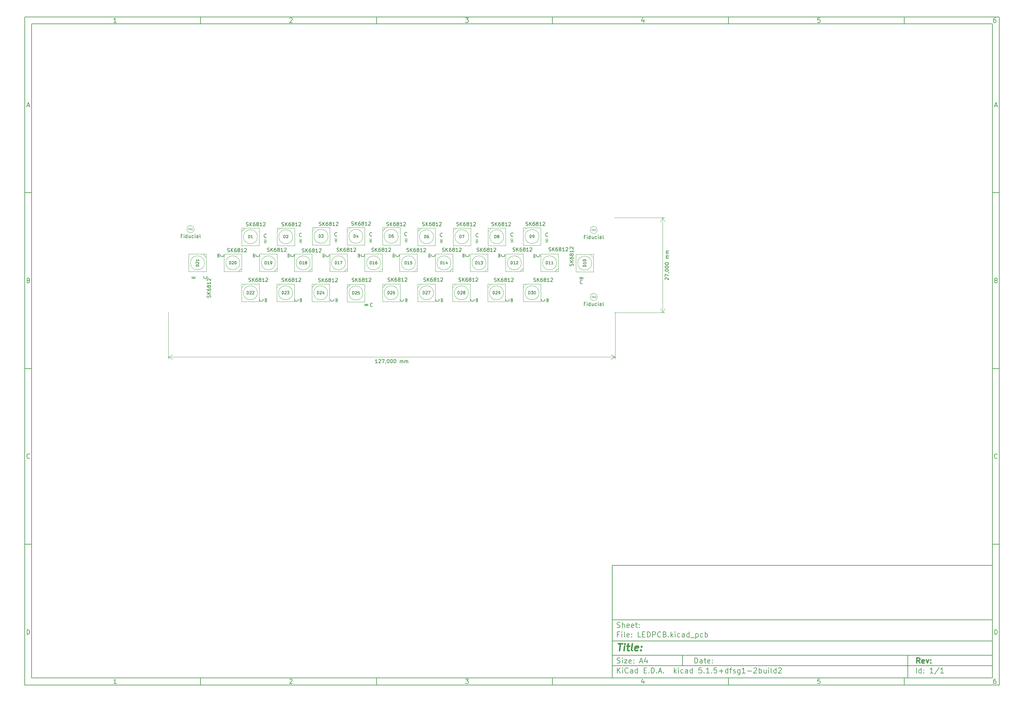
<source format=gbr>
G04 #@! TF.GenerationSoftware,KiCad,Pcbnew,5.1.5+dfsg1-2build2*
G04 #@! TF.CreationDate,2020-12-16T22:25:05+01:00*
G04 #@! TF.ProjectId,LEDPCB,4c454450-4342-42e6-9b69-6361645f7063,rev?*
G04 #@! TF.SameCoordinates,Original*
G04 #@! TF.FileFunction,Other,Fab,Top*
%FSLAX46Y46*%
G04 Gerber Fmt 4.6, Leading zero omitted, Abs format (unit mm)*
G04 Created by KiCad (PCBNEW 5.1.5+dfsg1-2build2) date 2020-12-16 22:25:05*
%MOMM*%
%LPD*%
G04 APERTURE LIST*
%ADD10C,0.100000*%
%ADD11C,0.150000*%
%ADD12C,0.300000*%
%ADD13C,0.400000*%
%ADD14C,0.120000*%
%ADD15C,0.040000*%
%ADD16C,0.060000*%
G04 APERTURE END LIST*
D10*
D11*
X177002200Y-166007200D02*
X177002200Y-198007200D01*
X285002200Y-198007200D01*
X285002200Y-166007200D01*
X177002200Y-166007200D01*
D10*
D11*
X10000000Y-10000000D02*
X10000000Y-200007200D01*
X287002200Y-200007200D01*
X287002200Y-10000000D01*
X10000000Y-10000000D01*
D10*
D11*
X12000000Y-12000000D02*
X12000000Y-198007200D01*
X285002200Y-198007200D01*
X285002200Y-12000000D01*
X12000000Y-12000000D01*
D10*
D11*
X60000000Y-12000000D02*
X60000000Y-10000000D01*
D10*
D11*
X110000000Y-12000000D02*
X110000000Y-10000000D01*
D10*
D11*
X160000000Y-12000000D02*
X160000000Y-10000000D01*
D10*
D11*
X210000000Y-12000000D02*
X210000000Y-10000000D01*
D10*
D11*
X260000000Y-12000000D02*
X260000000Y-10000000D01*
D10*
D11*
X36065476Y-11588095D02*
X35322619Y-11588095D01*
X35694047Y-11588095D02*
X35694047Y-10288095D01*
X35570238Y-10473809D01*
X35446428Y-10597619D01*
X35322619Y-10659523D01*
D10*
D11*
X85322619Y-10411904D02*
X85384523Y-10350000D01*
X85508333Y-10288095D01*
X85817857Y-10288095D01*
X85941666Y-10350000D01*
X86003571Y-10411904D01*
X86065476Y-10535714D01*
X86065476Y-10659523D01*
X86003571Y-10845238D01*
X85260714Y-11588095D01*
X86065476Y-11588095D01*
D10*
D11*
X135260714Y-10288095D02*
X136065476Y-10288095D01*
X135632142Y-10783333D01*
X135817857Y-10783333D01*
X135941666Y-10845238D01*
X136003571Y-10907142D01*
X136065476Y-11030952D01*
X136065476Y-11340476D01*
X136003571Y-11464285D01*
X135941666Y-11526190D01*
X135817857Y-11588095D01*
X135446428Y-11588095D01*
X135322619Y-11526190D01*
X135260714Y-11464285D01*
D10*
D11*
X185941666Y-10721428D02*
X185941666Y-11588095D01*
X185632142Y-10226190D02*
X185322619Y-11154761D01*
X186127380Y-11154761D01*
D10*
D11*
X236003571Y-10288095D02*
X235384523Y-10288095D01*
X235322619Y-10907142D01*
X235384523Y-10845238D01*
X235508333Y-10783333D01*
X235817857Y-10783333D01*
X235941666Y-10845238D01*
X236003571Y-10907142D01*
X236065476Y-11030952D01*
X236065476Y-11340476D01*
X236003571Y-11464285D01*
X235941666Y-11526190D01*
X235817857Y-11588095D01*
X235508333Y-11588095D01*
X235384523Y-11526190D01*
X235322619Y-11464285D01*
D10*
D11*
X285941666Y-10288095D02*
X285694047Y-10288095D01*
X285570238Y-10350000D01*
X285508333Y-10411904D01*
X285384523Y-10597619D01*
X285322619Y-10845238D01*
X285322619Y-11340476D01*
X285384523Y-11464285D01*
X285446428Y-11526190D01*
X285570238Y-11588095D01*
X285817857Y-11588095D01*
X285941666Y-11526190D01*
X286003571Y-11464285D01*
X286065476Y-11340476D01*
X286065476Y-11030952D01*
X286003571Y-10907142D01*
X285941666Y-10845238D01*
X285817857Y-10783333D01*
X285570238Y-10783333D01*
X285446428Y-10845238D01*
X285384523Y-10907142D01*
X285322619Y-11030952D01*
D10*
D11*
X60000000Y-198007200D02*
X60000000Y-200007200D01*
D10*
D11*
X110000000Y-198007200D02*
X110000000Y-200007200D01*
D10*
D11*
X160000000Y-198007200D02*
X160000000Y-200007200D01*
D10*
D11*
X210000000Y-198007200D02*
X210000000Y-200007200D01*
D10*
D11*
X260000000Y-198007200D02*
X260000000Y-200007200D01*
D10*
D11*
X36065476Y-199595295D02*
X35322619Y-199595295D01*
X35694047Y-199595295D02*
X35694047Y-198295295D01*
X35570238Y-198481009D01*
X35446428Y-198604819D01*
X35322619Y-198666723D01*
D10*
D11*
X85322619Y-198419104D02*
X85384523Y-198357200D01*
X85508333Y-198295295D01*
X85817857Y-198295295D01*
X85941666Y-198357200D01*
X86003571Y-198419104D01*
X86065476Y-198542914D01*
X86065476Y-198666723D01*
X86003571Y-198852438D01*
X85260714Y-199595295D01*
X86065476Y-199595295D01*
D10*
D11*
X135260714Y-198295295D02*
X136065476Y-198295295D01*
X135632142Y-198790533D01*
X135817857Y-198790533D01*
X135941666Y-198852438D01*
X136003571Y-198914342D01*
X136065476Y-199038152D01*
X136065476Y-199347676D01*
X136003571Y-199471485D01*
X135941666Y-199533390D01*
X135817857Y-199595295D01*
X135446428Y-199595295D01*
X135322619Y-199533390D01*
X135260714Y-199471485D01*
D10*
D11*
X185941666Y-198728628D02*
X185941666Y-199595295D01*
X185632142Y-198233390D02*
X185322619Y-199161961D01*
X186127380Y-199161961D01*
D10*
D11*
X236003571Y-198295295D02*
X235384523Y-198295295D01*
X235322619Y-198914342D01*
X235384523Y-198852438D01*
X235508333Y-198790533D01*
X235817857Y-198790533D01*
X235941666Y-198852438D01*
X236003571Y-198914342D01*
X236065476Y-199038152D01*
X236065476Y-199347676D01*
X236003571Y-199471485D01*
X235941666Y-199533390D01*
X235817857Y-199595295D01*
X235508333Y-199595295D01*
X235384523Y-199533390D01*
X235322619Y-199471485D01*
D10*
D11*
X285941666Y-198295295D02*
X285694047Y-198295295D01*
X285570238Y-198357200D01*
X285508333Y-198419104D01*
X285384523Y-198604819D01*
X285322619Y-198852438D01*
X285322619Y-199347676D01*
X285384523Y-199471485D01*
X285446428Y-199533390D01*
X285570238Y-199595295D01*
X285817857Y-199595295D01*
X285941666Y-199533390D01*
X286003571Y-199471485D01*
X286065476Y-199347676D01*
X286065476Y-199038152D01*
X286003571Y-198914342D01*
X285941666Y-198852438D01*
X285817857Y-198790533D01*
X285570238Y-198790533D01*
X285446428Y-198852438D01*
X285384523Y-198914342D01*
X285322619Y-199038152D01*
D10*
D11*
X10000000Y-60000000D02*
X12000000Y-60000000D01*
D10*
D11*
X10000000Y-110000000D02*
X12000000Y-110000000D01*
D10*
D11*
X10000000Y-160000000D02*
X12000000Y-160000000D01*
D10*
D11*
X10690476Y-35216666D02*
X11309523Y-35216666D01*
X10566666Y-35588095D02*
X11000000Y-34288095D01*
X11433333Y-35588095D01*
D10*
D11*
X11092857Y-84907142D02*
X11278571Y-84969047D01*
X11340476Y-85030952D01*
X11402380Y-85154761D01*
X11402380Y-85340476D01*
X11340476Y-85464285D01*
X11278571Y-85526190D01*
X11154761Y-85588095D01*
X10659523Y-85588095D01*
X10659523Y-84288095D01*
X11092857Y-84288095D01*
X11216666Y-84350000D01*
X11278571Y-84411904D01*
X11340476Y-84535714D01*
X11340476Y-84659523D01*
X11278571Y-84783333D01*
X11216666Y-84845238D01*
X11092857Y-84907142D01*
X10659523Y-84907142D01*
D10*
D11*
X11402380Y-135464285D02*
X11340476Y-135526190D01*
X11154761Y-135588095D01*
X11030952Y-135588095D01*
X10845238Y-135526190D01*
X10721428Y-135402380D01*
X10659523Y-135278571D01*
X10597619Y-135030952D01*
X10597619Y-134845238D01*
X10659523Y-134597619D01*
X10721428Y-134473809D01*
X10845238Y-134350000D01*
X11030952Y-134288095D01*
X11154761Y-134288095D01*
X11340476Y-134350000D01*
X11402380Y-134411904D01*
D10*
D11*
X10659523Y-185588095D02*
X10659523Y-184288095D01*
X10969047Y-184288095D01*
X11154761Y-184350000D01*
X11278571Y-184473809D01*
X11340476Y-184597619D01*
X11402380Y-184845238D01*
X11402380Y-185030952D01*
X11340476Y-185278571D01*
X11278571Y-185402380D01*
X11154761Y-185526190D01*
X10969047Y-185588095D01*
X10659523Y-185588095D01*
D10*
D11*
X287002200Y-60000000D02*
X285002200Y-60000000D01*
D10*
D11*
X287002200Y-110000000D02*
X285002200Y-110000000D01*
D10*
D11*
X287002200Y-160000000D02*
X285002200Y-160000000D01*
D10*
D11*
X285692676Y-35216666D02*
X286311723Y-35216666D01*
X285568866Y-35588095D02*
X286002200Y-34288095D01*
X286435533Y-35588095D01*
D10*
D11*
X286095057Y-84907142D02*
X286280771Y-84969047D01*
X286342676Y-85030952D01*
X286404580Y-85154761D01*
X286404580Y-85340476D01*
X286342676Y-85464285D01*
X286280771Y-85526190D01*
X286156961Y-85588095D01*
X285661723Y-85588095D01*
X285661723Y-84288095D01*
X286095057Y-84288095D01*
X286218866Y-84350000D01*
X286280771Y-84411904D01*
X286342676Y-84535714D01*
X286342676Y-84659523D01*
X286280771Y-84783333D01*
X286218866Y-84845238D01*
X286095057Y-84907142D01*
X285661723Y-84907142D01*
D10*
D11*
X286404580Y-135464285D02*
X286342676Y-135526190D01*
X286156961Y-135588095D01*
X286033152Y-135588095D01*
X285847438Y-135526190D01*
X285723628Y-135402380D01*
X285661723Y-135278571D01*
X285599819Y-135030952D01*
X285599819Y-134845238D01*
X285661723Y-134597619D01*
X285723628Y-134473809D01*
X285847438Y-134350000D01*
X286033152Y-134288095D01*
X286156961Y-134288095D01*
X286342676Y-134350000D01*
X286404580Y-134411904D01*
D10*
D11*
X285661723Y-185588095D02*
X285661723Y-184288095D01*
X285971247Y-184288095D01*
X286156961Y-184350000D01*
X286280771Y-184473809D01*
X286342676Y-184597619D01*
X286404580Y-184845238D01*
X286404580Y-185030952D01*
X286342676Y-185278571D01*
X286280771Y-185402380D01*
X286156961Y-185526190D01*
X285971247Y-185588095D01*
X285661723Y-185588095D01*
D10*
D11*
X200434342Y-193785771D02*
X200434342Y-192285771D01*
X200791485Y-192285771D01*
X201005771Y-192357200D01*
X201148628Y-192500057D01*
X201220057Y-192642914D01*
X201291485Y-192928628D01*
X201291485Y-193142914D01*
X201220057Y-193428628D01*
X201148628Y-193571485D01*
X201005771Y-193714342D01*
X200791485Y-193785771D01*
X200434342Y-193785771D01*
X202577200Y-193785771D02*
X202577200Y-193000057D01*
X202505771Y-192857200D01*
X202362914Y-192785771D01*
X202077200Y-192785771D01*
X201934342Y-192857200D01*
X202577200Y-193714342D02*
X202434342Y-193785771D01*
X202077200Y-193785771D01*
X201934342Y-193714342D01*
X201862914Y-193571485D01*
X201862914Y-193428628D01*
X201934342Y-193285771D01*
X202077200Y-193214342D01*
X202434342Y-193214342D01*
X202577200Y-193142914D01*
X203077200Y-192785771D02*
X203648628Y-192785771D01*
X203291485Y-192285771D02*
X203291485Y-193571485D01*
X203362914Y-193714342D01*
X203505771Y-193785771D01*
X203648628Y-193785771D01*
X204720057Y-193714342D02*
X204577200Y-193785771D01*
X204291485Y-193785771D01*
X204148628Y-193714342D01*
X204077200Y-193571485D01*
X204077200Y-193000057D01*
X204148628Y-192857200D01*
X204291485Y-192785771D01*
X204577200Y-192785771D01*
X204720057Y-192857200D01*
X204791485Y-193000057D01*
X204791485Y-193142914D01*
X204077200Y-193285771D01*
X205434342Y-193642914D02*
X205505771Y-193714342D01*
X205434342Y-193785771D01*
X205362914Y-193714342D01*
X205434342Y-193642914D01*
X205434342Y-193785771D01*
X205434342Y-192857200D02*
X205505771Y-192928628D01*
X205434342Y-193000057D01*
X205362914Y-192928628D01*
X205434342Y-192857200D01*
X205434342Y-193000057D01*
D10*
D11*
X177002200Y-194507200D02*
X285002200Y-194507200D01*
D10*
D11*
X178434342Y-196585771D02*
X178434342Y-195085771D01*
X179291485Y-196585771D02*
X178648628Y-195728628D01*
X179291485Y-195085771D02*
X178434342Y-195942914D01*
X179934342Y-196585771D02*
X179934342Y-195585771D01*
X179934342Y-195085771D02*
X179862914Y-195157200D01*
X179934342Y-195228628D01*
X180005771Y-195157200D01*
X179934342Y-195085771D01*
X179934342Y-195228628D01*
X181505771Y-196442914D02*
X181434342Y-196514342D01*
X181220057Y-196585771D01*
X181077200Y-196585771D01*
X180862914Y-196514342D01*
X180720057Y-196371485D01*
X180648628Y-196228628D01*
X180577200Y-195942914D01*
X180577200Y-195728628D01*
X180648628Y-195442914D01*
X180720057Y-195300057D01*
X180862914Y-195157200D01*
X181077200Y-195085771D01*
X181220057Y-195085771D01*
X181434342Y-195157200D01*
X181505771Y-195228628D01*
X182791485Y-196585771D02*
X182791485Y-195800057D01*
X182720057Y-195657200D01*
X182577200Y-195585771D01*
X182291485Y-195585771D01*
X182148628Y-195657200D01*
X182791485Y-196514342D02*
X182648628Y-196585771D01*
X182291485Y-196585771D01*
X182148628Y-196514342D01*
X182077200Y-196371485D01*
X182077200Y-196228628D01*
X182148628Y-196085771D01*
X182291485Y-196014342D01*
X182648628Y-196014342D01*
X182791485Y-195942914D01*
X184148628Y-196585771D02*
X184148628Y-195085771D01*
X184148628Y-196514342D02*
X184005771Y-196585771D01*
X183720057Y-196585771D01*
X183577200Y-196514342D01*
X183505771Y-196442914D01*
X183434342Y-196300057D01*
X183434342Y-195871485D01*
X183505771Y-195728628D01*
X183577200Y-195657200D01*
X183720057Y-195585771D01*
X184005771Y-195585771D01*
X184148628Y-195657200D01*
X186005771Y-195800057D02*
X186505771Y-195800057D01*
X186720057Y-196585771D02*
X186005771Y-196585771D01*
X186005771Y-195085771D01*
X186720057Y-195085771D01*
X187362914Y-196442914D02*
X187434342Y-196514342D01*
X187362914Y-196585771D01*
X187291485Y-196514342D01*
X187362914Y-196442914D01*
X187362914Y-196585771D01*
X188077200Y-196585771D02*
X188077200Y-195085771D01*
X188434342Y-195085771D01*
X188648628Y-195157200D01*
X188791485Y-195300057D01*
X188862914Y-195442914D01*
X188934342Y-195728628D01*
X188934342Y-195942914D01*
X188862914Y-196228628D01*
X188791485Y-196371485D01*
X188648628Y-196514342D01*
X188434342Y-196585771D01*
X188077200Y-196585771D01*
X189577200Y-196442914D02*
X189648628Y-196514342D01*
X189577200Y-196585771D01*
X189505771Y-196514342D01*
X189577200Y-196442914D01*
X189577200Y-196585771D01*
X190220057Y-196157200D02*
X190934342Y-196157200D01*
X190077200Y-196585771D02*
X190577200Y-195085771D01*
X191077200Y-196585771D01*
X191577200Y-196442914D02*
X191648628Y-196514342D01*
X191577200Y-196585771D01*
X191505771Y-196514342D01*
X191577200Y-196442914D01*
X191577200Y-196585771D01*
X194577200Y-196585771D02*
X194577200Y-195085771D01*
X194720057Y-196014342D02*
X195148628Y-196585771D01*
X195148628Y-195585771D02*
X194577200Y-196157200D01*
X195791485Y-196585771D02*
X195791485Y-195585771D01*
X195791485Y-195085771D02*
X195720057Y-195157200D01*
X195791485Y-195228628D01*
X195862914Y-195157200D01*
X195791485Y-195085771D01*
X195791485Y-195228628D01*
X197148628Y-196514342D02*
X197005771Y-196585771D01*
X196720057Y-196585771D01*
X196577200Y-196514342D01*
X196505771Y-196442914D01*
X196434342Y-196300057D01*
X196434342Y-195871485D01*
X196505771Y-195728628D01*
X196577200Y-195657200D01*
X196720057Y-195585771D01*
X197005771Y-195585771D01*
X197148628Y-195657200D01*
X198434342Y-196585771D02*
X198434342Y-195800057D01*
X198362914Y-195657200D01*
X198220057Y-195585771D01*
X197934342Y-195585771D01*
X197791485Y-195657200D01*
X198434342Y-196514342D02*
X198291485Y-196585771D01*
X197934342Y-196585771D01*
X197791485Y-196514342D01*
X197720057Y-196371485D01*
X197720057Y-196228628D01*
X197791485Y-196085771D01*
X197934342Y-196014342D01*
X198291485Y-196014342D01*
X198434342Y-195942914D01*
X199791485Y-196585771D02*
X199791485Y-195085771D01*
X199791485Y-196514342D02*
X199648628Y-196585771D01*
X199362914Y-196585771D01*
X199220057Y-196514342D01*
X199148628Y-196442914D01*
X199077200Y-196300057D01*
X199077200Y-195871485D01*
X199148628Y-195728628D01*
X199220057Y-195657200D01*
X199362914Y-195585771D01*
X199648628Y-195585771D01*
X199791485Y-195657200D01*
X202362914Y-195085771D02*
X201648628Y-195085771D01*
X201577200Y-195800057D01*
X201648628Y-195728628D01*
X201791485Y-195657200D01*
X202148628Y-195657200D01*
X202291485Y-195728628D01*
X202362914Y-195800057D01*
X202434342Y-195942914D01*
X202434342Y-196300057D01*
X202362914Y-196442914D01*
X202291485Y-196514342D01*
X202148628Y-196585771D01*
X201791485Y-196585771D01*
X201648628Y-196514342D01*
X201577200Y-196442914D01*
X203077200Y-196442914D02*
X203148628Y-196514342D01*
X203077200Y-196585771D01*
X203005771Y-196514342D01*
X203077200Y-196442914D01*
X203077200Y-196585771D01*
X204577200Y-196585771D02*
X203720057Y-196585771D01*
X204148628Y-196585771D02*
X204148628Y-195085771D01*
X204005771Y-195300057D01*
X203862914Y-195442914D01*
X203720057Y-195514342D01*
X205220057Y-196442914D02*
X205291485Y-196514342D01*
X205220057Y-196585771D01*
X205148628Y-196514342D01*
X205220057Y-196442914D01*
X205220057Y-196585771D01*
X206648628Y-195085771D02*
X205934342Y-195085771D01*
X205862914Y-195800057D01*
X205934342Y-195728628D01*
X206077200Y-195657200D01*
X206434342Y-195657200D01*
X206577200Y-195728628D01*
X206648628Y-195800057D01*
X206720057Y-195942914D01*
X206720057Y-196300057D01*
X206648628Y-196442914D01*
X206577200Y-196514342D01*
X206434342Y-196585771D01*
X206077200Y-196585771D01*
X205934342Y-196514342D01*
X205862914Y-196442914D01*
X207362914Y-196014342D02*
X208505771Y-196014342D01*
X207934342Y-196585771D02*
X207934342Y-195442914D01*
X209862914Y-196585771D02*
X209862914Y-195085771D01*
X209862914Y-196514342D02*
X209720057Y-196585771D01*
X209434342Y-196585771D01*
X209291485Y-196514342D01*
X209220057Y-196442914D01*
X209148628Y-196300057D01*
X209148628Y-195871485D01*
X209220057Y-195728628D01*
X209291485Y-195657200D01*
X209434342Y-195585771D01*
X209720057Y-195585771D01*
X209862914Y-195657200D01*
X210362914Y-195585771D02*
X210934342Y-195585771D01*
X210577200Y-196585771D02*
X210577200Y-195300057D01*
X210648628Y-195157200D01*
X210791485Y-195085771D01*
X210934342Y-195085771D01*
X211362914Y-196514342D02*
X211505771Y-196585771D01*
X211791485Y-196585771D01*
X211934342Y-196514342D01*
X212005771Y-196371485D01*
X212005771Y-196300057D01*
X211934342Y-196157200D01*
X211791485Y-196085771D01*
X211577200Y-196085771D01*
X211434342Y-196014342D01*
X211362914Y-195871485D01*
X211362914Y-195800057D01*
X211434342Y-195657200D01*
X211577200Y-195585771D01*
X211791485Y-195585771D01*
X211934342Y-195657200D01*
X213291485Y-195585771D02*
X213291485Y-196800057D01*
X213220057Y-196942914D01*
X213148628Y-197014342D01*
X213005771Y-197085771D01*
X212791485Y-197085771D01*
X212648628Y-197014342D01*
X213291485Y-196514342D02*
X213148628Y-196585771D01*
X212862914Y-196585771D01*
X212720057Y-196514342D01*
X212648628Y-196442914D01*
X212577200Y-196300057D01*
X212577200Y-195871485D01*
X212648628Y-195728628D01*
X212720057Y-195657200D01*
X212862914Y-195585771D01*
X213148628Y-195585771D01*
X213291485Y-195657200D01*
X214791485Y-196585771D02*
X213934342Y-196585771D01*
X214362914Y-196585771D02*
X214362914Y-195085771D01*
X214220057Y-195300057D01*
X214077200Y-195442914D01*
X213934342Y-195514342D01*
X215434342Y-196014342D02*
X216577200Y-196014342D01*
X217220057Y-195228628D02*
X217291485Y-195157200D01*
X217434342Y-195085771D01*
X217791485Y-195085771D01*
X217934342Y-195157200D01*
X218005771Y-195228628D01*
X218077200Y-195371485D01*
X218077200Y-195514342D01*
X218005771Y-195728628D01*
X217148628Y-196585771D01*
X218077200Y-196585771D01*
X218720057Y-196585771D02*
X218720057Y-195085771D01*
X218720057Y-195657200D02*
X218862914Y-195585771D01*
X219148628Y-195585771D01*
X219291485Y-195657200D01*
X219362914Y-195728628D01*
X219434342Y-195871485D01*
X219434342Y-196300057D01*
X219362914Y-196442914D01*
X219291485Y-196514342D01*
X219148628Y-196585771D01*
X218862914Y-196585771D01*
X218720057Y-196514342D01*
X220720057Y-195585771D02*
X220720057Y-196585771D01*
X220077200Y-195585771D02*
X220077200Y-196371485D01*
X220148628Y-196514342D01*
X220291485Y-196585771D01*
X220505771Y-196585771D01*
X220648628Y-196514342D01*
X220720057Y-196442914D01*
X221434342Y-196585771D02*
X221434342Y-195585771D01*
X221434342Y-195085771D02*
X221362914Y-195157200D01*
X221434342Y-195228628D01*
X221505771Y-195157200D01*
X221434342Y-195085771D01*
X221434342Y-195228628D01*
X222362914Y-196585771D02*
X222220057Y-196514342D01*
X222148628Y-196371485D01*
X222148628Y-195085771D01*
X223577200Y-196585771D02*
X223577200Y-195085771D01*
X223577200Y-196514342D02*
X223434342Y-196585771D01*
X223148628Y-196585771D01*
X223005771Y-196514342D01*
X222934342Y-196442914D01*
X222862914Y-196300057D01*
X222862914Y-195871485D01*
X222934342Y-195728628D01*
X223005771Y-195657200D01*
X223148628Y-195585771D01*
X223434342Y-195585771D01*
X223577200Y-195657200D01*
X224220057Y-195228628D02*
X224291485Y-195157200D01*
X224434342Y-195085771D01*
X224791485Y-195085771D01*
X224934342Y-195157200D01*
X225005771Y-195228628D01*
X225077200Y-195371485D01*
X225077200Y-195514342D01*
X225005771Y-195728628D01*
X224148628Y-196585771D01*
X225077200Y-196585771D01*
D10*
D11*
X177002200Y-191507200D02*
X285002200Y-191507200D01*
D10*
D12*
X264411485Y-193785771D02*
X263911485Y-193071485D01*
X263554342Y-193785771D02*
X263554342Y-192285771D01*
X264125771Y-192285771D01*
X264268628Y-192357200D01*
X264340057Y-192428628D01*
X264411485Y-192571485D01*
X264411485Y-192785771D01*
X264340057Y-192928628D01*
X264268628Y-193000057D01*
X264125771Y-193071485D01*
X263554342Y-193071485D01*
X265625771Y-193714342D02*
X265482914Y-193785771D01*
X265197200Y-193785771D01*
X265054342Y-193714342D01*
X264982914Y-193571485D01*
X264982914Y-193000057D01*
X265054342Y-192857200D01*
X265197200Y-192785771D01*
X265482914Y-192785771D01*
X265625771Y-192857200D01*
X265697200Y-193000057D01*
X265697200Y-193142914D01*
X264982914Y-193285771D01*
X266197200Y-192785771D02*
X266554342Y-193785771D01*
X266911485Y-192785771D01*
X267482914Y-193642914D02*
X267554342Y-193714342D01*
X267482914Y-193785771D01*
X267411485Y-193714342D01*
X267482914Y-193642914D01*
X267482914Y-193785771D01*
X267482914Y-192857200D02*
X267554342Y-192928628D01*
X267482914Y-193000057D01*
X267411485Y-192928628D01*
X267482914Y-192857200D01*
X267482914Y-193000057D01*
D10*
D11*
X178362914Y-193714342D02*
X178577200Y-193785771D01*
X178934342Y-193785771D01*
X179077200Y-193714342D01*
X179148628Y-193642914D01*
X179220057Y-193500057D01*
X179220057Y-193357200D01*
X179148628Y-193214342D01*
X179077200Y-193142914D01*
X178934342Y-193071485D01*
X178648628Y-193000057D01*
X178505771Y-192928628D01*
X178434342Y-192857200D01*
X178362914Y-192714342D01*
X178362914Y-192571485D01*
X178434342Y-192428628D01*
X178505771Y-192357200D01*
X178648628Y-192285771D01*
X179005771Y-192285771D01*
X179220057Y-192357200D01*
X179862914Y-193785771D02*
X179862914Y-192785771D01*
X179862914Y-192285771D02*
X179791485Y-192357200D01*
X179862914Y-192428628D01*
X179934342Y-192357200D01*
X179862914Y-192285771D01*
X179862914Y-192428628D01*
X180434342Y-192785771D02*
X181220057Y-192785771D01*
X180434342Y-193785771D01*
X181220057Y-193785771D01*
X182362914Y-193714342D02*
X182220057Y-193785771D01*
X181934342Y-193785771D01*
X181791485Y-193714342D01*
X181720057Y-193571485D01*
X181720057Y-193000057D01*
X181791485Y-192857200D01*
X181934342Y-192785771D01*
X182220057Y-192785771D01*
X182362914Y-192857200D01*
X182434342Y-193000057D01*
X182434342Y-193142914D01*
X181720057Y-193285771D01*
X183077200Y-193642914D02*
X183148628Y-193714342D01*
X183077200Y-193785771D01*
X183005771Y-193714342D01*
X183077200Y-193642914D01*
X183077200Y-193785771D01*
X183077200Y-192857200D02*
X183148628Y-192928628D01*
X183077200Y-193000057D01*
X183005771Y-192928628D01*
X183077200Y-192857200D01*
X183077200Y-193000057D01*
X184862914Y-193357200D02*
X185577200Y-193357200D01*
X184720057Y-193785771D02*
X185220057Y-192285771D01*
X185720057Y-193785771D01*
X186862914Y-192785771D02*
X186862914Y-193785771D01*
X186505771Y-192214342D02*
X186148628Y-193285771D01*
X187077200Y-193285771D01*
D10*
D11*
X263434342Y-196585771D02*
X263434342Y-195085771D01*
X264791485Y-196585771D02*
X264791485Y-195085771D01*
X264791485Y-196514342D02*
X264648628Y-196585771D01*
X264362914Y-196585771D01*
X264220057Y-196514342D01*
X264148628Y-196442914D01*
X264077200Y-196300057D01*
X264077200Y-195871485D01*
X264148628Y-195728628D01*
X264220057Y-195657200D01*
X264362914Y-195585771D01*
X264648628Y-195585771D01*
X264791485Y-195657200D01*
X265505771Y-196442914D02*
X265577200Y-196514342D01*
X265505771Y-196585771D01*
X265434342Y-196514342D01*
X265505771Y-196442914D01*
X265505771Y-196585771D01*
X265505771Y-195657200D02*
X265577200Y-195728628D01*
X265505771Y-195800057D01*
X265434342Y-195728628D01*
X265505771Y-195657200D01*
X265505771Y-195800057D01*
X268148628Y-196585771D02*
X267291485Y-196585771D01*
X267720057Y-196585771D02*
X267720057Y-195085771D01*
X267577200Y-195300057D01*
X267434342Y-195442914D01*
X267291485Y-195514342D01*
X269862914Y-195014342D02*
X268577200Y-196942914D01*
X271148628Y-196585771D02*
X270291485Y-196585771D01*
X270720057Y-196585771D02*
X270720057Y-195085771D01*
X270577200Y-195300057D01*
X270434342Y-195442914D01*
X270291485Y-195514342D01*
D10*
D11*
X177002200Y-187507200D02*
X285002200Y-187507200D01*
D10*
D13*
X178714580Y-188211961D02*
X179857438Y-188211961D01*
X179036009Y-190211961D02*
X179286009Y-188211961D01*
X180274104Y-190211961D02*
X180440771Y-188878628D01*
X180524104Y-188211961D02*
X180416961Y-188307200D01*
X180500295Y-188402438D01*
X180607438Y-188307200D01*
X180524104Y-188211961D01*
X180500295Y-188402438D01*
X181107438Y-188878628D02*
X181869342Y-188878628D01*
X181476485Y-188211961D02*
X181262200Y-189926247D01*
X181333628Y-190116723D01*
X181512200Y-190211961D01*
X181702676Y-190211961D01*
X182655057Y-190211961D02*
X182476485Y-190116723D01*
X182405057Y-189926247D01*
X182619342Y-188211961D01*
X184190771Y-190116723D02*
X183988390Y-190211961D01*
X183607438Y-190211961D01*
X183428866Y-190116723D01*
X183357438Y-189926247D01*
X183452676Y-189164342D01*
X183571723Y-188973866D01*
X183774104Y-188878628D01*
X184155057Y-188878628D01*
X184333628Y-188973866D01*
X184405057Y-189164342D01*
X184381247Y-189354819D01*
X183405057Y-189545295D01*
X185155057Y-190021485D02*
X185238390Y-190116723D01*
X185131247Y-190211961D01*
X185047914Y-190116723D01*
X185155057Y-190021485D01*
X185131247Y-190211961D01*
X185286009Y-188973866D02*
X185369342Y-189069104D01*
X185262200Y-189164342D01*
X185178866Y-189069104D01*
X185286009Y-188973866D01*
X185262200Y-189164342D01*
D10*
D11*
X178934342Y-185600057D02*
X178434342Y-185600057D01*
X178434342Y-186385771D02*
X178434342Y-184885771D01*
X179148628Y-184885771D01*
X179720057Y-186385771D02*
X179720057Y-185385771D01*
X179720057Y-184885771D02*
X179648628Y-184957200D01*
X179720057Y-185028628D01*
X179791485Y-184957200D01*
X179720057Y-184885771D01*
X179720057Y-185028628D01*
X180648628Y-186385771D02*
X180505771Y-186314342D01*
X180434342Y-186171485D01*
X180434342Y-184885771D01*
X181791485Y-186314342D02*
X181648628Y-186385771D01*
X181362914Y-186385771D01*
X181220057Y-186314342D01*
X181148628Y-186171485D01*
X181148628Y-185600057D01*
X181220057Y-185457200D01*
X181362914Y-185385771D01*
X181648628Y-185385771D01*
X181791485Y-185457200D01*
X181862914Y-185600057D01*
X181862914Y-185742914D01*
X181148628Y-185885771D01*
X182505771Y-186242914D02*
X182577200Y-186314342D01*
X182505771Y-186385771D01*
X182434342Y-186314342D01*
X182505771Y-186242914D01*
X182505771Y-186385771D01*
X182505771Y-185457200D02*
X182577200Y-185528628D01*
X182505771Y-185600057D01*
X182434342Y-185528628D01*
X182505771Y-185457200D01*
X182505771Y-185600057D01*
X185077200Y-186385771D02*
X184362914Y-186385771D01*
X184362914Y-184885771D01*
X185577200Y-185600057D02*
X186077200Y-185600057D01*
X186291485Y-186385771D02*
X185577200Y-186385771D01*
X185577200Y-184885771D01*
X186291485Y-184885771D01*
X186934342Y-186385771D02*
X186934342Y-184885771D01*
X187291485Y-184885771D01*
X187505771Y-184957200D01*
X187648628Y-185100057D01*
X187720057Y-185242914D01*
X187791485Y-185528628D01*
X187791485Y-185742914D01*
X187720057Y-186028628D01*
X187648628Y-186171485D01*
X187505771Y-186314342D01*
X187291485Y-186385771D01*
X186934342Y-186385771D01*
X188434342Y-186385771D02*
X188434342Y-184885771D01*
X189005771Y-184885771D01*
X189148628Y-184957200D01*
X189220057Y-185028628D01*
X189291485Y-185171485D01*
X189291485Y-185385771D01*
X189220057Y-185528628D01*
X189148628Y-185600057D01*
X189005771Y-185671485D01*
X188434342Y-185671485D01*
X190791485Y-186242914D02*
X190720057Y-186314342D01*
X190505771Y-186385771D01*
X190362914Y-186385771D01*
X190148628Y-186314342D01*
X190005771Y-186171485D01*
X189934342Y-186028628D01*
X189862914Y-185742914D01*
X189862914Y-185528628D01*
X189934342Y-185242914D01*
X190005771Y-185100057D01*
X190148628Y-184957200D01*
X190362914Y-184885771D01*
X190505771Y-184885771D01*
X190720057Y-184957200D01*
X190791485Y-185028628D01*
X191934342Y-185600057D02*
X192148628Y-185671485D01*
X192220057Y-185742914D01*
X192291485Y-185885771D01*
X192291485Y-186100057D01*
X192220057Y-186242914D01*
X192148628Y-186314342D01*
X192005771Y-186385771D01*
X191434342Y-186385771D01*
X191434342Y-184885771D01*
X191934342Y-184885771D01*
X192077200Y-184957200D01*
X192148628Y-185028628D01*
X192220057Y-185171485D01*
X192220057Y-185314342D01*
X192148628Y-185457200D01*
X192077200Y-185528628D01*
X191934342Y-185600057D01*
X191434342Y-185600057D01*
X192934342Y-186242914D02*
X193005771Y-186314342D01*
X192934342Y-186385771D01*
X192862914Y-186314342D01*
X192934342Y-186242914D01*
X192934342Y-186385771D01*
X193648628Y-186385771D02*
X193648628Y-184885771D01*
X193791485Y-185814342D02*
X194220057Y-186385771D01*
X194220057Y-185385771D02*
X193648628Y-185957200D01*
X194862914Y-186385771D02*
X194862914Y-185385771D01*
X194862914Y-184885771D02*
X194791485Y-184957200D01*
X194862914Y-185028628D01*
X194934342Y-184957200D01*
X194862914Y-184885771D01*
X194862914Y-185028628D01*
X196220057Y-186314342D02*
X196077200Y-186385771D01*
X195791485Y-186385771D01*
X195648628Y-186314342D01*
X195577200Y-186242914D01*
X195505771Y-186100057D01*
X195505771Y-185671485D01*
X195577200Y-185528628D01*
X195648628Y-185457200D01*
X195791485Y-185385771D01*
X196077200Y-185385771D01*
X196220057Y-185457200D01*
X197505771Y-186385771D02*
X197505771Y-185600057D01*
X197434342Y-185457200D01*
X197291485Y-185385771D01*
X197005771Y-185385771D01*
X196862914Y-185457200D01*
X197505771Y-186314342D02*
X197362914Y-186385771D01*
X197005771Y-186385771D01*
X196862914Y-186314342D01*
X196791485Y-186171485D01*
X196791485Y-186028628D01*
X196862914Y-185885771D01*
X197005771Y-185814342D01*
X197362914Y-185814342D01*
X197505771Y-185742914D01*
X198862914Y-186385771D02*
X198862914Y-184885771D01*
X198862914Y-186314342D02*
X198720057Y-186385771D01*
X198434342Y-186385771D01*
X198291485Y-186314342D01*
X198220057Y-186242914D01*
X198148628Y-186100057D01*
X198148628Y-185671485D01*
X198220057Y-185528628D01*
X198291485Y-185457200D01*
X198434342Y-185385771D01*
X198720057Y-185385771D01*
X198862914Y-185457200D01*
X199220057Y-186528628D02*
X200362914Y-186528628D01*
X200720057Y-185385771D02*
X200720057Y-186885771D01*
X200720057Y-185457200D02*
X200862914Y-185385771D01*
X201148628Y-185385771D01*
X201291485Y-185457200D01*
X201362914Y-185528628D01*
X201434342Y-185671485D01*
X201434342Y-186100057D01*
X201362914Y-186242914D01*
X201291485Y-186314342D01*
X201148628Y-186385771D01*
X200862914Y-186385771D01*
X200720057Y-186314342D01*
X202720057Y-186314342D02*
X202577200Y-186385771D01*
X202291485Y-186385771D01*
X202148628Y-186314342D01*
X202077200Y-186242914D01*
X202005771Y-186100057D01*
X202005771Y-185671485D01*
X202077200Y-185528628D01*
X202148628Y-185457200D01*
X202291485Y-185385771D01*
X202577200Y-185385771D01*
X202720057Y-185457200D01*
X203362914Y-186385771D02*
X203362914Y-184885771D01*
X203362914Y-185457200D02*
X203505771Y-185385771D01*
X203791485Y-185385771D01*
X203934342Y-185457200D01*
X204005771Y-185528628D01*
X204077200Y-185671485D01*
X204077200Y-186100057D01*
X204005771Y-186242914D01*
X203934342Y-186314342D01*
X203791485Y-186385771D01*
X203505771Y-186385771D01*
X203362914Y-186314342D01*
D10*
D11*
X177002200Y-181507200D02*
X285002200Y-181507200D01*
D10*
D11*
X178362914Y-183614342D02*
X178577200Y-183685771D01*
X178934342Y-183685771D01*
X179077200Y-183614342D01*
X179148628Y-183542914D01*
X179220057Y-183400057D01*
X179220057Y-183257200D01*
X179148628Y-183114342D01*
X179077200Y-183042914D01*
X178934342Y-182971485D01*
X178648628Y-182900057D01*
X178505771Y-182828628D01*
X178434342Y-182757200D01*
X178362914Y-182614342D01*
X178362914Y-182471485D01*
X178434342Y-182328628D01*
X178505771Y-182257200D01*
X178648628Y-182185771D01*
X179005771Y-182185771D01*
X179220057Y-182257200D01*
X179862914Y-183685771D02*
X179862914Y-182185771D01*
X180505771Y-183685771D02*
X180505771Y-182900057D01*
X180434342Y-182757200D01*
X180291485Y-182685771D01*
X180077200Y-182685771D01*
X179934342Y-182757200D01*
X179862914Y-182828628D01*
X181791485Y-183614342D02*
X181648628Y-183685771D01*
X181362914Y-183685771D01*
X181220057Y-183614342D01*
X181148628Y-183471485D01*
X181148628Y-182900057D01*
X181220057Y-182757200D01*
X181362914Y-182685771D01*
X181648628Y-182685771D01*
X181791485Y-182757200D01*
X181862914Y-182900057D01*
X181862914Y-183042914D01*
X181148628Y-183185771D01*
X183077200Y-183614342D02*
X182934342Y-183685771D01*
X182648628Y-183685771D01*
X182505771Y-183614342D01*
X182434342Y-183471485D01*
X182434342Y-182900057D01*
X182505771Y-182757200D01*
X182648628Y-182685771D01*
X182934342Y-182685771D01*
X183077200Y-182757200D01*
X183148628Y-182900057D01*
X183148628Y-183042914D01*
X182434342Y-183185771D01*
X183577200Y-182685771D02*
X184148628Y-182685771D01*
X183791485Y-182185771D02*
X183791485Y-183471485D01*
X183862914Y-183614342D01*
X184005771Y-183685771D01*
X184148628Y-183685771D01*
X184648628Y-183542914D02*
X184720057Y-183614342D01*
X184648628Y-183685771D01*
X184577200Y-183614342D01*
X184648628Y-183542914D01*
X184648628Y-183685771D01*
X184648628Y-182757200D02*
X184720057Y-182828628D01*
X184648628Y-182900057D01*
X184577200Y-182828628D01*
X184648628Y-182757200D01*
X184648628Y-182900057D01*
D10*
D11*
X197002200Y-191507200D02*
X197002200Y-194507200D01*
D10*
D11*
X261002200Y-191507200D02*
X261002200Y-198007200D01*
X110252380Y-108402380D02*
X109680952Y-108402380D01*
X109966666Y-108402380D02*
X109966666Y-107402380D01*
X109871428Y-107545238D01*
X109776190Y-107640476D01*
X109680952Y-107688095D01*
X110633333Y-107497619D02*
X110680952Y-107450000D01*
X110776190Y-107402380D01*
X111014285Y-107402380D01*
X111109523Y-107450000D01*
X111157142Y-107497619D01*
X111204761Y-107592857D01*
X111204761Y-107688095D01*
X111157142Y-107830952D01*
X110585714Y-108402380D01*
X111204761Y-108402380D01*
X111538095Y-107402380D02*
X112204761Y-107402380D01*
X111776190Y-108402380D01*
X112633333Y-108354761D02*
X112633333Y-108402380D01*
X112585714Y-108497619D01*
X112538095Y-108545238D01*
X113252380Y-107402380D02*
X113347619Y-107402380D01*
X113442857Y-107450000D01*
X113490476Y-107497619D01*
X113538095Y-107592857D01*
X113585714Y-107783333D01*
X113585714Y-108021428D01*
X113538095Y-108211904D01*
X113490476Y-108307142D01*
X113442857Y-108354761D01*
X113347619Y-108402380D01*
X113252380Y-108402380D01*
X113157142Y-108354761D01*
X113109523Y-108307142D01*
X113061904Y-108211904D01*
X113014285Y-108021428D01*
X113014285Y-107783333D01*
X113061904Y-107592857D01*
X113109523Y-107497619D01*
X113157142Y-107450000D01*
X113252380Y-107402380D01*
X114204761Y-107402380D02*
X114300000Y-107402380D01*
X114395238Y-107450000D01*
X114442857Y-107497619D01*
X114490476Y-107592857D01*
X114538095Y-107783333D01*
X114538095Y-108021428D01*
X114490476Y-108211904D01*
X114442857Y-108307142D01*
X114395238Y-108354761D01*
X114300000Y-108402380D01*
X114204761Y-108402380D01*
X114109523Y-108354761D01*
X114061904Y-108307142D01*
X114014285Y-108211904D01*
X113966666Y-108021428D01*
X113966666Y-107783333D01*
X114014285Y-107592857D01*
X114061904Y-107497619D01*
X114109523Y-107450000D01*
X114204761Y-107402380D01*
X115157142Y-107402380D02*
X115252380Y-107402380D01*
X115347619Y-107450000D01*
X115395238Y-107497619D01*
X115442857Y-107592857D01*
X115490476Y-107783333D01*
X115490476Y-108021428D01*
X115442857Y-108211904D01*
X115395238Y-108307142D01*
X115347619Y-108354761D01*
X115252380Y-108402380D01*
X115157142Y-108402380D01*
X115061904Y-108354761D01*
X115014285Y-108307142D01*
X114966666Y-108211904D01*
X114919047Y-108021428D01*
X114919047Y-107783333D01*
X114966666Y-107592857D01*
X115014285Y-107497619D01*
X115061904Y-107450000D01*
X115157142Y-107402380D01*
X116680952Y-108402380D02*
X116680952Y-107735714D01*
X116680952Y-107830952D02*
X116728571Y-107783333D01*
X116823809Y-107735714D01*
X116966666Y-107735714D01*
X117061904Y-107783333D01*
X117109523Y-107878571D01*
X117109523Y-108402380D01*
X117109523Y-107878571D02*
X117157142Y-107783333D01*
X117252380Y-107735714D01*
X117395238Y-107735714D01*
X117490476Y-107783333D01*
X117538095Y-107878571D01*
X117538095Y-108402380D01*
X118014285Y-108402380D02*
X118014285Y-107735714D01*
X118014285Y-107830952D02*
X118061904Y-107783333D01*
X118157142Y-107735714D01*
X118300000Y-107735714D01*
X118395238Y-107783333D01*
X118442857Y-107878571D01*
X118442857Y-108402380D01*
X118442857Y-107878571D02*
X118490476Y-107783333D01*
X118585714Y-107735714D01*
X118728571Y-107735714D01*
X118823809Y-107783333D01*
X118871428Y-107878571D01*
X118871428Y-108402380D01*
D14*
X50800000Y-106680000D02*
X177800000Y-106680000D01*
X50800000Y-93980000D02*
X50800000Y-107266421D01*
X177800000Y-93980000D02*
X177800000Y-107266421D01*
X177800000Y-106680000D02*
X176673496Y-107266421D01*
X177800000Y-106680000D02*
X176673496Y-106093579D01*
X50800000Y-106680000D02*
X51926504Y-107266421D01*
X50800000Y-106680000D02*
X51926504Y-106093579D01*
D11*
X192079619Y-84720079D02*
X192032000Y-84672460D01*
X191984380Y-84577222D01*
X191984380Y-84339126D01*
X192032000Y-84243888D01*
X192079619Y-84196269D01*
X192174857Y-84148650D01*
X192270095Y-84148650D01*
X192412952Y-84196269D01*
X192984380Y-84767698D01*
X192984380Y-84148650D01*
X191984380Y-83815317D02*
X191984380Y-83148650D01*
X192984380Y-83577222D01*
X192936761Y-82720079D02*
X192984380Y-82720079D01*
X193079619Y-82767698D01*
X193127238Y-82815317D01*
X191984380Y-82101031D02*
X191984380Y-82005793D01*
X192032000Y-81910555D01*
X192079619Y-81862936D01*
X192174857Y-81815317D01*
X192365333Y-81767698D01*
X192603428Y-81767698D01*
X192793904Y-81815317D01*
X192889142Y-81862936D01*
X192936761Y-81910555D01*
X192984380Y-82005793D01*
X192984380Y-82101031D01*
X192936761Y-82196269D01*
X192889142Y-82243888D01*
X192793904Y-82291507D01*
X192603428Y-82339126D01*
X192365333Y-82339126D01*
X192174857Y-82291507D01*
X192079619Y-82243888D01*
X192032000Y-82196269D01*
X191984380Y-82101031D01*
X191984380Y-81148650D02*
X191984380Y-81053412D01*
X192032000Y-80958174D01*
X192079619Y-80910555D01*
X192174857Y-80862936D01*
X192365333Y-80815317D01*
X192603428Y-80815317D01*
X192793904Y-80862936D01*
X192889142Y-80910555D01*
X192936761Y-80958174D01*
X192984380Y-81053412D01*
X192984380Y-81148650D01*
X192936761Y-81243888D01*
X192889142Y-81291507D01*
X192793904Y-81339126D01*
X192603428Y-81386745D01*
X192365333Y-81386745D01*
X192174857Y-81339126D01*
X192079619Y-81291507D01*
X192032000Y-81243888D01*
X191984380Y-81148650D01*
X191984380Y-80196269D02*
X191984380Y-80101031D01*
X192032000Y-80005793D01*
X192079619Y-79958174D01*
X192174857Y-79910555D01*
X192365333Y-79862936D01*
X192603428Y-79862936D01*
X192793904Y-79910555D01*
X192889142Y-79958174D01*
X192936761Y-80005793D01*
X192984380Y-80101031D01*
X192984380Y-80196269D01*
X192936761Y-80291507D01*
X192889142Y-80339126D01*
X192793904Y-80386745D01*
X192603428Y-80434364D01*
X192365333Y-80434364D01*
X192174857Y-80386745D01*
X192079619Y-80339126D01*
X192032000Y-80291507D01*
X191984380Y-80196269D01*
X192984380Y-78672460D02*
X192317714Y-78672460D01*
X192412952Y-78672460D02*
X192365333Y-78624841D01*
X192317714Y-78529602D01*
X192317714Y-78386745D01*
X192365333Y-78291507D01*
X192460571Y-78243888D01*
X192984380Y-78243888D01*
X192460571Y-78243888D02*
X192365333Y-78196269D01*
X192317714Y-78101031D01*
X192317714Y-77958174D01*
X192365333Y-77862936D01*
X192460571Y-77815317D01*
X192984380Y-77815317D01*
X192984380Y-77339126D02*
X192317714Y-77339126D01*
X192412952Y-77339126D02*
X192365333Y-77291507D01*
X192317714Y-77196269D01*
X192317714Y-77053412D01*
X192365333Y-76958174D01*
X192460571Y-76910555D01*
X192984380Y-76910555D01*
X192460571Y-76910555D02*
X192365333Y-76862936D01*
X192317714Y-76767698D01*
X192317714Y-76624841D01*
X192365333Y-76529602D01*
X192460571Y-76481983D01*
X192984380Y-76481983D01*
D14*
X191262000Y-94077192D02*
X191262000Y-67077252D01*
X177553300Y-94077192D02*
X191848421Y-94077192D01*
X177553300Y-67077252D02*
X191848421Y-67077252D01*
X191262000Y-67077252D02*
X191848421Y-68203756D01*
X191262000Y-67077252D02*
X190675579Y-68203756D01*
X191262000Y-94077192D02*
X191848421Y-92950688D01*
X191262000Y-94077192D02*
X190675579Y-92950688D01*
D10*
X116173000Y-72390000D02*
G75*
G03X116173000Y-72390000I-2000000J0D01*
G01*
X111673000Y-74890000D02*
X116673000Y-74890000D01*
X111673000Y-69890000D02*
X111673000Y-74890000D01*
X116673000Y-69890000D02*
X111673000Y-69890000D01*
X116673000Y-74890000D02*
X116673000Y-69890000D01*
X111673000Y-70890000D02*
X112673000Y-69890000D01*
X78609000Y-73310000D02*
X78609000Y-74310000D01*
X78109000Y-73310000D02*
X78609000Y-73310000D01*
X78109000Y-74310000D02*
X78109000Y-73310000D01*
X78609000Y-74310000D02*
X78109000Y-74310000D01*
X88642000Y-74183000D02*
X88142000Y-74183000D01*
X88142000Y-74183000D02*
X88142000Y-73183000D01*
X88142000Y-73183000D02*
X88642000Y-73183000D01*
X88642000Y-73183000D02*
X88642000Y-74183000D01*
X98675000Y-73033000D02*
X98675000Y-74033000D01*
X98175000Y-73033000D02*
X98675000Y-73033000D01*
X98175000Y-74033000D02*
X98175000Y-73033000D01*
X98675000Y-74033000D02*
X98175000Y-74033000D01*
X108581000Y-73137000D02*
X108581000Y-74137000D01*
X108081000Y-73137000D02*
X108581000Y-73137000D01*
X108081000Y-74137000D02*
X108081000Y-73137000D01*
X108581000Y-74137000D02*
X108081000Y-74137000D01*
X118614000Y-74033000D02*
X118114000Y-74033000D01*
X118114000Y-74033000D02*
X118114000Y-73033000D01*
X118114000Y-73033000D02*
X118614000Y-73033000D01*
X118614000Y-73033000D02*
X118614000Y-74033000D01*
X128647000Y-73223500D02*
X128647000Y-74223500D01*
X128147000Y-73223500D02*
X128647000Y-73223500D01*
X128147000Y-74223500D02*
X128147000Y-73223500D01*
X128647000Y-74223500D02*
X128147000Y-74223500D01*
X138743500Y-74287000D02*
X138243500Y-74287000D01*
X138243500Y-74287000D02*
X138243500Y-73287000D01*
X138243500Y-73287000D02*
X138743500Y-73287000D01*
X138743500Y-73287000D02*
X138743500Y-74287000D01*
X148713000Y-73096500D02*
X148713000Y-74096500D01*
X148213000Y-73096500D02*
X148713000Y-73096500D01*
X148213000Y-74096500D02*
X148213000Y-73096500D01*
X148713000Y-74096500D02*
X148213000Y-74096500D01*
X158619000Y-74096500D02*
X158119000Y-74096500D01*
X158119000Y-74096500D02*
X158119000Y-73096500D01*
X158119000Y-73096500D02*
X158619000Y-73096500D01*
X158619000Y-73096500D02*
X158619000Y-74096500D01*
X168648000Y-84514500D02*
X167648000Y-84514500D01*
X168648000Y-84014500D02*
X168648000Y-84514500D01*
X167648000Y-84014500D02*
X168648000Y-84014500D01*
X167648000Y-84514500D02*
X167648000Y-84014500D01*
X155063000Y-78414500D02*
X154563000Y-78414500D01*
X154563000Y-78414500D02*
X154563000Y-77414500D01*
X154563000Y-77414500D02*
X155063000Y-77414500D01*
X155063000Y-77414500D02*
X155063000Y-78414500D01*
X145093500Y-77351000D02*
X145093500Y-78351000D01*
X144593500Y-77351000D02*
X145093500Y-77351000D01*
X144593500Y-78351000D02*
X144593500Y-77351000D01*
X145093500Y-78351000D02*
X144593500Y-78351000D01*
X134933500Y-78351000D02*
X134433500Y-78351000D01*
X134433500Y-78351000D02*
X134433500Y-77351000D01*
X134433500Y-77351000D02*
X134933500Y-77351000D01*
X134933500Y-77351000D02*
X134933500Y-78351000D01*
X125218000Y-77351000D02*
X125218000Y-78351000D01*
X124718000Y-77351000D02*
X125218000Y-77351000D01*
X124718000Y-78351000D02*
X124718000Y-77351000D01*
X125218000Y-78351000D02*
X124718000Y-78351000D01*
X115058000Y-78351000D02*
X114558000Y-78351000D01*
X114558000Y-78351000D02*
X114558000Y-77351000D01*
X114558000Y-77351000D02*
X115058000Y-77351000D01*
X115058000Y-77351000D02*
X115058000Y-78351000D01*
X105215500Y-77351000D02*
X105215500Y-78351000D01*
X104715500Y-77351000D02*
X105215500Y-77351000D01*
X104715500Y-78351000D02*
X104715500Y-77351000D01*
X105215500Y-78351000D02*
X104715500Y-78351000D01*
X95182500Y-78351000D02*
X94682500Y-78351000D01*
X94682500Y-78351000D02*
X94682500Y-77351000D01*
X94682500Y-77351000D02*
X95182500Y-77351000D01*
X95182500Y-77351000D02*
X95182500Y-78351000D01*
X85213000Y-78351000D02*
X84713000Y-78351000D01*
X84713000Y-78351000D02*
X84713000Y-77351000D01*
X84713000Y-77351000D02*
X85213000Y-77351000D01*
X85213000Y-77351000D02*
X85213000Y-78351000D01*
X75370500Y-78351000D02*
X74870500Y-78351000D01*
X74870500Y-78351000D02*
X74870500Y-77351000D01*
X74870500Y-77351000D02*
X75370500Y-77351000D01*
X75370500Y-77351000D02*
X75370500Y-78351000D01*
X65274000Y-77351000D02*
X65274000Y-78351000D01*
X64774000Y-77351000D02*
X65274000Y-77351000D01*
X64774000Y-78351000D02*
X64774000Y-77351000D01*
X65274000Y-78351000D02*
X64774000Y-78351000D01*
X57475500Y-84387500D02*
X57475500Y-83887500D01*
X57475500Y-83887500D02*
X58475500Y-83887500D01*
X58475500Y-83887500D02*
X58475500Y-84387500D01*
X58475500Y-84387500D02*
X57475500Y-84387500D01*
X78236000Y-91051000D02*
X78236000Y-90051000D01*
X78736000Y-91051000D02*
X78236000Y-91051000D01*
X78736000Y-90051000D02*
X78736000Y-91051000D01*
X78236000Y-90051000D02*
X78736000Y-90051000D01*
X88205500Y-90051000D02*
X88705500Y-90051000D01*
X88705500Y-90051000D02*
X88705500Y-91051000D01*
X88705500Y-91051000D02*
X88205500Y-91051000D01*
X88205500Y-91051000D02*
X88205500Y-90051000D01*
X98365500Y-91051000D02*
X98365500Y-90051000D01*
X98865500Y-91051000D02*
X98365500Y-91051000D01*
X98865500Y-90051000D02*
X98865500Y-91051000D01*
X98365500Y-90051000D02*
X98865500Y-90051000D01*
X106538000Y-92134500D02*
X106538000Y-91634500D01*
X106538000Y-91634500D02*
X107538000Y-91634500D01*
X107538000Y-91634500D02*
X107538000Y-92134500D01*
X107538000Y-92134500D02*
X106538000Y-92134500D01*
X118177500Y-91051000D02*
X118177500Y-90051000D01*
X118677500Y-91051000D02*
X118177500Y-91051000D01*
X118677500Y-90051000D02*
X118677500Y-91051000D01*
X118177500Y-90051000D02*
X118677500Y-90051000D01*
X128274000Y-90051000D02*
X128774000Y-90051000D01*
X128774000Y-90051000D02*
X128774000Y-91051000D01*
X128774000Y-91051000D02*
X128274000Y-91051000D01*
X128274000Y-91051000D02*
X128274000Y-90051000D01*
X138243500Y-91051000D02*
X138243500Y-90051000D01*
X138743500Y-91051000D02*
X138243500Y-91051000D01*
X138743500Y-90051000D02*
X138743500Y-91051000D01*
X138243500Y-90051000D02*
X138743500Y-90051000D01*
X148149500Y-90051000D02*
X148649500Y-90051000D01*
X148649500Y-90051000D02*
X148649500Y-91051000D01*
X148649500Y-91051000D02*
X148149500Y-91051000D01*
X148149500Y-91051000D02*
X148149500Y-90051000D01*
X158309500Y-91051000D02*
X158309500Y-90051000D01*
X158809500Y-91051000D02*
X158309500Y-91051000D01*
X158809500Y-90051000D02*
X158809500Y-91051000D01*
X158309500Y-90051000D02*
X158809500Y-90051000D01*
X76168000Y-72517000D02*
G75*
G03X76168000Y-72517000I-2000000J0D01*
G01*
X71668000Y-75017000D02*
X76668000Y-75017000D01*
X71668000Y-70017000D02*
X71668000Y-75017000D01*
X76668000Y-70017000D02*
X71668000Y-70017000D01*
X76668000Y-75017000D02*
X76668000Y-70017000D01*
X71668000Y-71017000D02*
X72668000Y-70017000D01*
X81701000Y-71017000D02*
X82701000Y-70017000D01*
X86701000Y-75017000D02*
X86701000Y-70017000D01*
X86701000Y-70017000D02*
X81701000Y-70017000D01*
X81701000Y-70017000D02*
X81701000Y-75017000D01*
X81701000Y-75017000D02*
X86701000Y-75017000D01*
X86201000Y-72517000D02*
G75*
G03X86201000Y-72517000I-2000000J0D01*
G01*
X96234000Y-72390000D02*
G75*
G03X96234000Y-72390000I-2000000J0D01*
G01*
X91734000Y-74890000D02*
X96734000Y-74890000D01*
X91734000Y-69890000D02*
X91734000Y-74890000D01*
X96734000Y-69890000D02*
X91734000Y-69890000D01*
X96734000Y-74890000D02*
X96734000Y-69890000D01*
X91734000Y-70890000D02*
X92734000Y-69890000D01*
X101640000Y-70890000D02*
X102640000Y-69890000D01*
X106640000Y-74890000D02*
X106640000Y-69890000D01*
X106640000Y-69890000D02*
X101640000Y-69890000D01*
X101640000Y-69890000D02*
X101640000Y-74890000D01*
X101640000Y-74890000D02*
X106640000Y-74890000D01*
X106140000Y-72390000D02*
G75*
G03X106140000Y-72390000I-2000000J0D01*
G01*
X121706000Y-71017000D02*
X122706000Y-70017000D01*
X126706000Y-75017000D02*
X126706000Y-70017000D01*
X126706000Y-70017000D02*
X121706000Y-70017000D01*
X121706000Y-70017000D02*
X121706000Y-75017000D01*
X121706000Y-75017000D02*
X126706000Y-75017000D01*
X126206000Y-72517000D02*
G75*
G03X126206000Y-72517000I-2000000J0D01*
G01*
X136239000Y-72517000D02*
G75*
G03X136239000Y-72517000I-2000000J0D01*
G01*
X131739000Y-75017000D02*
X136739000Y-75017000D01*
X131739000Y-70017000D02*
X131739000Y-75017000D01*
X136739000Y-70017000D02*
X131739000Y-70017000D01*
X136739000Y-75017000D02*
X136739000Y-70017000D01*
X131739000Y-71017000D02*
X132739000Y-70017000D01*
X141645000Y-71017000D02*
X142645000Y-70017000D01*
X146645000Y-75017000D02*
X146645000Y-70017000D01*
X146645000Y-70017000D02*
X141645000Y-70017000D01*
X141645000Y-70017000D02*
X141645000Y-75017000D01*
X141645000Y-75017000D02*
X146645000Y-75017000D01*
X146145000Y-72517000D02*
G75*
G03X146145000Y-72517000I-2000000J0D01*
G01*
X156178000Y-72453500D02*
G75*
G03X156178000Y-72453500I-2000000J0D01*
G01*
X151678000Y-74953500D02*
X156678000Y-74953500D01*
X151678000Y-69953500D02*
X151678000Y-74953500D01*
X156678000Y-69953500D02*
X151678000Y-69953500D01*
X156678000Y-74953500D02*
X156678000Y-69953500D01*
X151678000Y-70953500D02*
X152678000Y-69953500D01*
X170664000Y-77510000D02*
X171664000Y-78510000D01*
X166664000Y-82510000D02*
X171664000Y-82510000D01*
X171664000Y-82510000D02*
X171664000Y-77510000D01*
X171664000Y-77510000D02*
X166664000Y-77510000D01*
X166664000Y-77510000D02*
X166664000Y-82510000D01*
X171164000Y-80010000D02*
G75*
G03X171164000Y-80010000I-2000000J0D01*
G01*
X161168000Y-79946500D02*
G75*
G03X161168000Y-79946500I-2000000J0D01*
G01*
X161668000Y-77446500D02*
X156668000Y-77446500D01*
X161668000Y-82446500D02*
X161668000Y-77446500D01*
X156668000Y-82446500D02*
X161668000Y-82446500D01*
X156668000Y-77446500D02*
X156668000Y-82446500D01*
X161668000Y-81446500D02*
X160668000Y-82446500D01*
X151661500Y-81446500D02*
X150661500Y-82446500D01*
X146661500Y-77446500D02*
X146661500Y-82446500D01*
X146661500Y-82446500D02*
X151661500Y-82446500D01*
X151661500Y-82446500D02*
X151661500Y-77446500D01*
X151661500Y-77446500D02*
X146661500Y-77446500D01*
X151161500Y-79946500D02*
G75*
G03X151161500Y-79946500I-2000000J0D01*
G01*
X141128500Y-79946500D02*
G75*
G03X141128500Y-79946500I-2000000J0D01*
G01*
X141628500Y-77446500D02*
X136628500Y-77446500D01*
X141628500Y-82446500D02*
X141628500Y-77446500D01*
X136628500Y-82446500D02*
X141628500Y-82446500D01*
X136628500Y-77446500D02*
X136628500Y-82446500D01*
X141628500Y-81446500D02*
X140628500Y-82446500D01*
X131659000Y-81446500D02*
X130659000Y-82446500D01*
X126659000Y-77446500D02*
X126659000Y-82446500D01*
X126659000Y-82446500D02*
X131659000Y-82446500D01*
X131659000Y-82446500D02*
X131659000Y-77446500D01*
X131659000Y-77446500D02*
X126659000Y-77446500D01*
X131159000Y-79946500D02*
G75*
G03X131159000Y-79946500I-2000000J0D01*
G01*
X121062500Y-79946500D02*
G75*
G03X121062500Y-79946500I-2000000J0D01*
G01*
X121562500Y-77446500D02*
X116562500Y-77446500D01*
X121562500Y-82446500D02*
X121562500Y-77446500D01*
X116562500Y-82446500D02*
X121562500Y-82446500D01*
X116562500Y-77446500D02*
X116562500Y-82446500D01*
X121562500Y-81446500D02*
X120562500Y-82446500D01*
X111656500Y-81446500D02*
X110656500Y-82446500D01*
X106656500Y-77446500D02*
X106656500Y-82446500D01*
X106656500Y-82446500D02*
X111656500Y-82446500D01*
X111656500Y-82446500D02*
X111656500Y-77446500D01*
X111656500Y-77446500D02*
X106656500Y-77446500D01*
X111156500Y-79946500D02*
G75*
G03X111156500Y-79946500I-2000000J0D01*
G01*
X101187000Y-79946500D02*
G75*
G03X101187000Y-79946500I-2000000J0D01*
G01*
X101687000Y-77446500D02*
X96687000Y-77446500D01*
X101687000Y-82446500D02*
X101687000Y-77446500D01*
X96687000Y-82446500D02*
X101687000Y-82446500D01*
X96687000Y-77446500D02*
X96687000Y-82446500D01*
X101687000Y-81446500D02*
X100687000Y-82446500D01*
X91654000Y-81446500D02*
X90654000Y-82446500D01*
X86654000Y-77446500D02*
X86654000Y-82446500D01*
X86654000Y-82446500D02*
X91654000Y-82446500D01*
X91654000Y-82446500D02*
X91654000Y-77446500D01*
X91654000Y-77446500D02*
X86654000Y-77446500D01*
X91154000Y-79946500D02*
G75*
G03X91154000Y-79946500I-2000000J0D01*
G01*
X81248000Y-79946500D02*
G75*
G03X81248000Y-79946500I-2000000J0D01*
G01*
X81748000Y-77446500D02*
X76748000Y-77446500D01*
X81748000Y-82446500D02*
X81748000Y-77446500D01*
X76748000Y-82446500D02*
X81748000Y-82446500D01*
X76748000Y-77446500D02*
X76748000Y-82446500D01*
X81748000Y-81446500D02*
X80748000Y-82446500D01*
X71651500Y-81446500D02*
X70651500Y-82446500D01*
X66651500Y-77446500D02*
X66651500Y-82446500D01*
X66651500Y-82446500D02*
X71651500Y-82446500D01*
X71651500Y-82446500D02*
X71651500Y-77446500D01*
X71651500Y-77446500D02*
X66651500Y-77446500D01*
X71151500Y-79946500D02*
G75*
G03X71151500Y-79946500I-2000000J0D01*
G01*
X61118500Y-79946500D02*
G75*
G03X61118500Y-79946500I-2000000J0D01*
G01*
X56618500Y-77446500D02*
X56618500Y-82446500D01*
X61618500Y-77446500D02*
X56618500Y-77446500D01*
X61618500Y-82446500D02*
X61618500Y-77446500D01*
X56618500Y-82446500D02*
X61618500Y-82446500D01*
X60618500Y-77446500D02*
X61618500Y-78446500D01*
X71668000Y-86955500D02*
X72668000Y-85955500D01*
X76668000Y-90955500D02*
X76668000Y-85955500D01*
X76668000Y-85955500D02*
X71668000Y-85955500D01*
X71668000Y-85955500D02*
X71668000Y-90955500D01*
X71668000Y-90955500D02*
X76668000Y-90955500D01*
X76168000Y-88455500D02*
G75*
G03X76168000Y-88455500I-2000000J0D01*
G01*
X86137500Y-88455500D02*
G75*
G03X86137500Y-88455500I-2000000J0D01*
G01*
X81637500Y-90955500D02*
X86637500Y-90955500D01*
X81637500Y-85955500D02*
X81637500Y-90955500D01*
X86637500Y-85955500D02*
X81637500Y-85955500D01*
X86637500Y-90955500D02*
X86637500Y-85955500D01*
X81637500Y-86955500D02*
X82637500Y-85955500D01*
X91607000Y-86955500D02*
X92607000Y-85955500D01*
X96607000Y-90955500D02*
X96607000Y-85955500D01*
X96607000Y-85955500D02*
X91607000Y-85955500D01*
X91607000Y-85955500D02*
X91607000Y-90955500D01*
X91607000Y-90955500D02*
X96607000Y-90955500D01*
X96107000Y-88455500D02*
G75*
G03X96107000Y-88455500I-2000000J0D01*
G01*
X106140000Y-88519000D02*
G75*
G03X106140000Y-88519000I-2000000J0D01*
G01*
X101640000Y-91019000D02*
X106640000Y-91019000D01*
X101640000Y-86019000D02*
X101640000Y-91019000D01*
X106640000Y-86019000D02*
X101640000Y-86019000D01*
X106640000Y-91019000D02*
X106640000Y-86019000D01*
X101640000Y-87019000D02*
X102640000Y-86019000D01*
X111673000Y-86955500D02*
X112673000Y-85955500D01*
X116673000Y-90955500D02*
X116673000Y-85955500D01*
X116673000Y-85955500D02*
X111673000Y-85955500D01*
X111673000Y-85955500D02*
X111673000Y-90955500D01*
X111673000Y-90955500D02*
X116673000Y-90955500D01*
X116173000Y-88455500D02*
G75*
G03X116173000Y-88455500I-2000000J0D01*
G01*
X126206000Y-88455500D02*
G75*
G03X126206000Y-88455500I-2000000J0D01*
G01*
X121706000Y-90955500D02*
X126706000Y-90955500D01*
X121706000Y-85955500D02*
X121706000Y-90955500D01*
X126706000Y-85955500D02*
X121706000Y-85955500D01*
X126706000Y-90955500D02*
X126706000Y-85955500D01*
X121706000Y-86955500D02*
X122706000Y-85955500D01*
X131612000Y-86955500D02*
X132612000Y-85955500D01*
X136612000Y-90955500D02*
X136612000Y-85955500D01*
X136612000Y-85955500D02*
X131612000Y-85955500D01*
X131612000Y-85955500D02*
X131612000Y-90955500D01*
X131612000Y-90955500D02*
X136612000Y-90955500D01*
X136112000Y-88455500D02*
G75*
G03X136112000Y-88455500I-2000000J0D01*
G01*
X146081500Y-88455500D02*
G75*
G03X146081500Y-88455500I-2000000J0D01*
G01*
X141581500Y-90955500D02*
X146581500Y-90955500D01*
X141581500Y-85955500D02*
X141581500Y-90955500D01*
X146581500Y-85955500D02*
X141581500Y-85955500D01*
X146581500Y-90955500D02*
X146581500Y-85955500D01*
X141581500Y-86955500D02*
X142581500Y-85955500D01*
X151678000Y-86955500D02*
X152678000Y-85955500D01*
X156678000Y-90955500D02*
X156678000Y-85955500D01*
X156678000Y-85955500D02*
X151678000Y-85955500D01*
X151678000Y-85955500D02*
X151678000Y-90955500D01*
X151678000Y-90955500D02*
X156678000Y-90955500D01*
X156178000Y-88455500D02*
G75*
G03X156178000Y-88455500I-2000000J0D01*
G01*
X58150000Y-70358000D02*
G75*
G03X58150000Y-70358000I-1000000J0D01*
G01*
X172704000Y-70612000D02*
G75*
G03X172704000Y-70612000I-1000000J0D01*
G01*
X172704000Y-89662000D02*
G75*
G03X172704000Y-89662000I-1000000J0D01*
G01*
D11*
X112879523Y-69365761D02*
X113022380Y-69413380D01*
X113260476Y-69413380D01*
X113355714Y-69365761D01*
X113403333Y-69318142D01*
X113450952Y-69222904D01*
X113450952Y-69127666D01*
X113403333Y-69032428D01*
X113355714Y-68984809D01*
X113260476Y-68937190D01*
X113070000Y-68889571D01*
X112974761Y-68841952D01*
X112927142Y-68794333D01*
X112879523Y-68699095D01*
X112879523Y-68603857D01*
X112927142Y-68508619D01*
X112974761Y-68461000D01*
X113070000Y-68413380D01*
X113308095Y-68413380D01*
X113450952Y-68461000D01*
X113879523Y-69413380D02*
X113879523Y-68413380D01*
X114450952Y-69413380D02*
X114022380Y-68841952D01*
X114450952Y-68413380D02*
X113879523Y-68984809D01*
X115308095Y-68413380D02*
X115117619Y-68413380D01*
X115022380Y-68461000D01*
X114974761Y-68508619D01*
X114879523Y-68651476D01*
X114831904Y-68841952D01*
X114831904Y-69222904D01*
X114879523Y-69318142D01*
X114927142Y-69365761D01*
X115022380Y-69413380D01*
X115212857Y-69413380D01*
X115308095Y-69365761D01*
X115355714Y-69318142D01*
X115403333Y-69222904D01*
X115403333Y-68984809D01*
X115355714Y-68889571D01*
X115308095Y-68841952D01*
X115212857Y-68794333D01*
X115022380Y-68794333D01*
X114927142Y-68841952D01*
X114879523Y-68889571D01*
X114831904Y-68984809D01*
X115974761Y-68841952D02*
X115879523Y-68794333D01*
X115831904Y-68746714D01*
X115784285Y-68651476D01*
X115784285Y-68603857D01*
X115831904Y-68508619D01*
X115879523Y-68461000D01*
X115974761Y-68413380D01*
X116165238Y-68413380D01*
X116260476Y-68461000D01*
X116308095Y-68508619D01*
X116355714Y-68603857D01*
X116355714Y-68651476D01*
X116308095Y-68746714D01*
X116260476Y-68794333D01*
X116165238Y-68841952D01*
X115974761Y-68841952D01*
X115879523Y-68889571D01*
X115831904Y-68937190D01*
X115784285Y-69032428D01*
X115784285Y-69222904D01*
X115831904Y-69318142D01*
X115879523Y-69365761D01*
X115974761Y-69413380D01*
X116165238Y-69413380D01*
X116260476Y-69365761D01*
X116308095Y-69318142D01*
X116355714Y-69222904D01*
X116355714Y-69032428D01*
X116308095Y-68937190D01*
X116260476Y-68889571D01*
X116165238Y-68841952D01*
X117308095Y-69413380D02*
X116736666Y-69413380D01*
X117022380Y-69413380D02*
X117022380Y-68413380D01*
X116927142Y-68556238D01*
X116831904Y-68651476D01*
X116736666Y-68699095D01*
X117689047Y-68508619D02*
X117736666Y-68461000D01*
X117831904Y-68413380D01*
X118070000Y-68413380D01*
X118165238Y-68461000D01*
X118212857Y-68508619D01*
X118260476Y-68603857D01*
X118260476Y-68699095D01*
X118212857Y-68841952D01*
X117641428Y-69413380D01*
X118260476Y-69413380D01*
X113582523Y-72751904D02*
X113582523Y-71951904D01*
X113773000Y-71951904D01*
X113887285Y-71990000D01*
X113963476Y-72066190D01*
X114001571Y-72142380D01*
X114039666Y-72294761D01*
X114039666Y-72409047D01*
X114001571Y-72561428D01*
X113963476Y-72637619D01*
X113887285Y-72713809D01*
X113773000Y-72751904D01*
X113582523Y-72751904D01*
X114763476Y-71951904D02*
X114382523Y-71951904D01*
X114344428Y-72332857D01*
X114382523Y-72294761D01*
X114458714Y-72256666D01*
X114649190Y-72256666D01*
X114725380Y-72294761D01*
X114763476Y-72332857D01*
X114801571Y-72409047D01*
X114801571Y-72599523D01*
X114763476Y-72675714D01*
X114725380Y-72713809D01*
X114649190Y-72751904D01*
X114458714Y-72751904D01*
X114382523Y-72713809D01*
X114344428Y-72675714D01*
X78668523Y-72620142D02*
X78620904Y-72667761D01*
X78478047Y-72715380D01*
X78382809Y-72715380D01*
X78239952Y-72667761D01*
X78144714Y-72572523D01*
X78097095Y-72477285D01*
X78049476Y-72286809D01*
X78049476Y-72143952D01*
X78097095Y-71953476D01*
X78144714Y-71858238D01*
X78239952Y-71763000D01*
X78382809Y-71715380D01*
X78478047Y-71715380D01*
X78620904Y-71763000D01*
X78668523Y-71810619D01*
D15*
X78448285Y-73851666D02*
X78460190Y-73863571D01*
X78472095Y-73899285D01*
X78472095Y-73923095D01*
X78460190Y-73958809D01*
X78436380Y-73982619D01*
X78412571Y-73994523D01*
X78364952Y-74006428D01*
X78329238Y-74006428D01*
X78281619Y-73994523D01*
X78257809Y-73982619D01*
X78234000Y-73958809D01*
X78222095Y-73923095D01*
X78222095Y-73899285D01*
X78234000Y-73863571D01*
X78245904Y-73851666D01*
X78472095Y-73613571D02*
X78472095Y-73756428D01*
X78472095Y-73685000D02*
X78222095Y-73685000D01*
X78257809Y-73708809D01*
X78281619Y-73732619D01*
X78293523Y-73756428D01*
D11*
X88701523Y-72389142D02*
X88653904Y-72436761D01*
X88511047Y-72484380D01*
X88415809Y-72484380D01*
X88272952Y-72436761D01*
X88177714Y-72341523D01*
X88130095Y-72246285D01*
X88082476Y-72055809D01*
X88082476Y-71912952D01*
X88130095Y-71722476D01*
X88177714Y-71627238D01*
X88272952Y-71532000D01*
X88415809Y-71484380D01*
X88511047Y-71484380D01*
X88653904Y-71532000D01*
X88701523Y-71579619D01*
D15*
X88481285Y-73724666D02*
X88493190Y-73736571D01*
X88505095Y-73772285D01*
X88505095Y-73796095D01*
X88493190Y-73831809D01*
X88469380Y-73855619D01*
X88445571Y-73867523D01*
X88397952Y-73879428D01*
X88362238Y-73879428D01*
X88314619Y-73867523D01*
X88290809Y-73855619D01*
X88267000Y-73831809D01*
X88255095Y-73796095D01*
X88255095Y-73772285D01*
X88267000Y-73736571D01*
X88278904Y-73724666D01*
X88278904Y-73629428D02*
X88267000Y-73617523D01*
X88255095Y-73593714D01*
X88255095Y-73534190D01*
X88267000Y-73510380D01*
X88278904Y-73498476D01*
X88302714Y-73486571D01*
X88326523Y-73486571D01*
X88362238Y-73498476D01*
X88505095Y-73641333D01*
X88505095Y-73486571D01*
D11*
X98734523Y-72239142D02*
X98686904Y-72286761D01*
X98544047Y-72334380D01*
X98448809Y-72334380D01*
X98305952Y-72286761D01*
X98210714Y-72191523D01*
X98163095Y-72096285D01*
X98115476Y-71905809D01*
X98115476Y-71762952D01*
X98163095Y-71572476D01*
X98210714Y-71477238D01*
X98305952Y-71382000D01*
X98448809Y-71334380D01*
X98544047Y-71334380D01*
X98686904Y-71382000D01*
X98734523Y-71429619D01*
D15*
X98514285Y-73574666D02*
X98526190Y-73586571D01*
X98538095Y-73622285D01*
X98538095Y-73646095D01*
X98526190Y-73681809D01*
X98502380Y-73705619D01*
X98478571Y-73717523D01*
X98430952Y-73729428D01*
X98395238Y-73729428D01*
X98347619Y-73717523D01*
X98323809Y-73705619D01*
X98300000Y-73681809D01*
X98288095Y-73646095D01*
X98288095Y-73622285D01*
X98300000Y-73586571D01*
X98311904Y-73574666D01*
X98288095Y-73491333D02*
X98288095Y-73336571D01*
X98383333Y-73419904D01*
X98383333Y-73384190D01*
X98395238Y-73360380D01*
X98407142Y-73348476D01*
X98430952Y-73336571D01*
X98490476Y-73336571D01*
X98514285Y-73348476D01*
X98526190Y-73360380D01*
X98538095Y-73384190D01*
X98538095Y-73455619D01*
X98526190Y-73479428D01*
X98514285Y-73491333D01*
D11*
X108640523Y-72239142D02*
X108592904Y-72286761D01*
X108450047Y-72334380D01*
X108354809Y-72334380D01*
X108211952Y-72286761D01*
X108116714Y-72191523D01*
X108069095Y-72096285D01*
X108021476Y-71905809D01*
X108021476Y-71762952D01*
X108069095Y-71572476D01*
X108116714Y-71477238D01*
X108211952Y-71382000D01*
X108354809Y-71334380D01*
X108450047Y-71334380D01*
X108592904Y-71382000D01*
X108640523Y-71429619D01*
D15*
X108420285Y-73678666D02*
X108432190Y-73690571D01*
X108444095Y-73726285D01*
X108444095Y-73750095D01*
X108432190Y-73785809D01*
X108408380Y-73809619D01*
X108384571Y-73821523D01*
X108336952Y-73833428D01*
X108301238Y-73833428D01*
X108253619Y-73821523D01*
X108229809Y-73809619D01*
X108206000Y-73785809D01*
X108194095Y-73750095D01*
X108194095Y-73726285D01*
X108206000Y-73690571D01*
X108217904Y-73678666D01*
X108277428Y-73464380D02*
X108444095Y-73464380D01*
X108182190Y-73523904D02*
X108360761Y-73583428D01*
X108360761Y-73428666D01*
D11*
X118610023Y-72175642D02*
X118562404Y-72223261D01*
X118419547Y-72270880D01*
X118324309Y-72270880D01*
X118181452Y-72223261D01*
X118086214Y-72128023D01*
X118038595Y-72032785D01*
X117990976Y-71842309D01*
X117990976Y-71699452D01*
X118038595Y-71508976D01*
X118086214Y-71413738D01*
X118181452Y-71318500D01*
X118324309Y-71270880D01*
X118419547Y-71270880D01*
X118562404Y-71318500D01*
X118610023Y-71366119D01*
D15*
X118453285Y-73574666D02*
X118465190Y-73586571D01*
X118477095Y-73622285D01*
X118477095Y-73646095D01*
X118465190Y-73681809D01*
X118441380Y-73705619D01*
X118417571Y-73717523D01*
X118369952Y-73729428D01*
X118334238Y-73729428D01*
X118286619Y-73717523D01*
X118262809Y-73705619D01*
X118239000Y-73681809D01*
X118227095Y-73646095D01*
X118227095Y-73622285D01*
X118239000Y-73586571D01*
X118250904Y-73574666D01*
X118227095Y-73348476D02*
X118227095Y-73467523D01*
X118346142Y-73479428D01*
X118334238Y-73467523D01*
X118322333Y-73443714D01*
X118322333Y-73384190D01*
X118334238Y-73360380D01*
X118346142Y-73348476D01*
X118369952Y-73336571D01*
X118429476Y-73336571D01*
X118453285Y-73348476D01*
X118465190Y-73360380D01*
X118477095Y-73384190D01*
X118477095Y-73443714D01*
X118465190Y-73467523D01*
X118453285Y-73479428D01*
D11*
X128706523Y-72366142D02*
X128658904Y-72413761D01*
X128516047Y-72461380D01*
X128420809Y-72461380D01*
X128277952Y-72413761D01*
X128182714Y-72318523D01*
X128135095Y-72223285D01*
X128087476Y-72032809D01*
X128087476Y-71889952D01*
X128135095Y-71699476D01*
X128182714Y-71604238D01*
X128277952Y-71509000D01*
X128420809Y-71461380D01*
X128516047Y-71461380D01*
X128658904Y-71509000D01*
X128706523Y-71556619D01*
D15*
X128486285Y-73765166D02*
X128498190Y-73777071D01*
X128510095Y-73812785D01*
X128510095Y-73836595D01*
X128498190Y-73872309D01*
X128474380Y-73896119D01*
X128450571Y-73908023D01*
X128402952Y-73919928D01*
X128367238Y-73919928D01*
X128319619Y-73908023D01*
X128295809Y-73896119D01*
X128272000Y-73872309D01*
X128260095Y-73836595D01*
X128260095Y-73812785D01*
X128272000Y-73777071D01*
X128283904Y-73765166D01*
X128260095Y-73550880D02*
X128260095Y-73598500D01*
X128272000Y-73622309D01*
X128283904Y-73634214D01*
X128319619Y-73658023D01*
X128367238Y-73669928D01*
X128462476Y-73669928D01*
X128486285Y-73658023D01*
X128498190Y-73646119D01*
X128510095Y-73622309D01*
X128510095Y-73574690D01*
X128498190Y-73550880D01*
X128486285Y-73538976D01*
X128462476Y-73527071D01*
X128402952Y-73527071D01*
X128379142Y-73538976D01*
X128367238Y-73550880D01*
X128355333Y-73574690D01*
X128355333Y-73622309D01*
X128367238Y-73646119D01*
X128379142Y-73658023D01*
X128402952Y-73669928D01*
D11*
X138866523Y-72493142D02*
X138818904Y-72540761D01*
X138676047Y-72588380D01*
X138580809Y-72588380D01*
X138437952Y-72540761D01*
X138342714Y-72445523D01*
X138295095Y-72350285D01*
X138247476Y-72159809D01*
X138247476Y-72016952D01*
X138295095Y-71826476D01*
X138342714Y-71731238D01*
X138437952Y-71636000D01*
X138580809Y-71588380D01*
X138676047Y-71588380D01*
X138818904Y-71636000D01*
X138866523Y-71683619D01*
D15*
X138582785Y-73828666D02*
X138594690Y-73840571D01*
X138606595Y-73876285D01*
X138606595Y-73900095D01*
X138594690Y-73935809D01*
X138570880Y-73959619D01*
X138547071Y-73971523D01*
X138499452Y-73983428D01*
X138463738Y-73983428D01*
X138416119Y-73971523D01*
X138392309Y-73959619D01*
X138368500Y-73935809D01*
X138356595Y-73900095D01*
X138356595Y-73876285D01*
X138368500Y-73840571D01*
X138380404Y-73828666D01*
X138356595Y-73745333D02*
X138356595Y-73578666D01*
X138606595Y-73685809D01*
D11*
X148772523Y-72302642D02*
X148724904Y-72350261D01*
X148582047Y-72397880D01*
X148486809Y-72397880D01*
X148343952Y-72350261D01*
X148248714Y-72255023D01*
X148201095Y-72159785D01*
X148153476Y-71969309D01*
X148153476Y-71826452D01*
X148201095Y-71635976D01*
X148248714Y-71540738D01*
X148343952Y-71445500D01*
X148486809Y-71397880D01*
X148582047Y-71397880D01*
X148724904Y-71445500D01*
X148772523Y-71493119D01*
D15*
X148552285Y-73638166D02*
X148564190Y-73650071D01*
X148576095Y-73685785D01*
X148576095Y-73709595D01*
X148564190Y-73745309D01*
X148540380Y-73769119D01*
X148516571Y-73781023D01*
X148468952Y-73792928D01*
X148433238Y-73792928D01*
X148385619Y-73781023D01*
X148361809Y-73769119D01*
X148338000Y-73745309D01*
X148326095Y-73709595D01*
X148326095Y-73685785D01*
X148338000Y-73650071D01*
X148349904Y-73638166D01*
X148433238Y-73495309D02*
X148421333Y-73519119D01*
X148409428Y-73531023D01*
X148385619Y-73542928D01*
X148373714Y-73542928D01*
X148349904Y-73531023D01*
X148338000Y-73519119D01*
X148326095Y-73495309D01*
X148326095Y-73447690D01*
X148338000Y-73423880D01*
X148349904Y-73411976D01*
X148373714Y-73400071D01*
X148385619Y-73400071D01*
X148409428Y-73411976D01*
X148421333Y-73423880D01*
X148433238Y-73447690D01*
X148433238Y-73495309D01*
X148445142Y-73519119D01*
X148457047Y-73531023D01*
X148480857Y-73542928D01*
X148528476Y-73542928D01*
X148552285Y-73531023D01*
X148564190Y-73519119D01*
X148576095Y-73495309D01*
X148576095Y-73447690D01*
X148564190Y-73423880D01*
X148552285Y-73411976D01*
X148528476Y-73400071D01*
X148480857Y-73400071D01*
X148457047Y-73411976D01*
X148445142Y-73423880D01*
X148433238Y-73447690D01*
D11*
X158678523Y-72302642D02*
X158630904Y-72350261D01*
X158488047Y-72397880D01*
X158392809Y-72397880D01*
X158249952Y-72350261D01*
X158154714Y-72255023D01*
X158107095Y-72159785D01*
X158059476Y-71969309D01*
X158059476Y-71826452D01*
X158107095Y-71635976D01*
X158154714Y-71540738D01*
X158249952Y-71445500D01*
X158392809Y-71397880D01*
X158488047Y-71397880D01*
X158630904Y-71445500D01*
X158678523Y-71493119D01*
D15*
X158458285Y-73638166D02*
X158470190Y-73650071D01*
X158482095Y-73685785D01*
X158482095Y-73709595D01*
X158470190Y-73745309D01*
X158446380Y-73769119D01*
X158422571Y-73781023D01*
X158374952Y-73792928D01*
X158339238Y-73792928D01*
X158291619Y-73781023D01*
X158267809Y-73769119D01*
X158244000Y-73745309D01*
X158232095Y-73709595D01*
X158232095Y-73685785D01*
X158244000Y-73650071D01*
X158255904Y-73638166D01*
X158482095Y-73519119D02*
X158482095Y-73471500D01*
X158470190Y-73447690D01*
X158458285Y-73435785D01*
X158422571Y-73411976D01*
X158374952Y-73400071D01*
X158279714Y-73400071D01*
X158255904Y-73411976D01*
X158244000Y-73423880D01*
X158232095Y-73447690D01*
X158232095Y-73495309D01*
X158244000Y-73519119D01*
X158255904Y-73531023D01*
X158279714Y-73542928D01*
X158339238Y-73542928D01*
X158363047Y-73531023D01*
X158374952Y-73519119D01*
X158386857Y-73495309D01*
X158386857Y-73447690D01*
X158374952Y-73423880D01*
X158363047Y-73411976D01*
X158339238Y-73400071D01*
D11*
X168457523Y-85791642D02*
X168409904Y-85839261D01*
X168267047Y-85886880D01*
X168171809Y-85886880D01*
X168028952Y-85839261D01*
X167933714Y-85744023D01*
X167886095Y-85648785D01*
X167838476Y-85458309D01*
X167838476Y-85315452D01*
X167886095Y-85124976D01*
X167933714Y-85029738D01*
X168028952Y-84934500D01*
X168171809Y-84886880D01*
X168267047Y-84886880D01*
X168409904Y-84934500D01*
X168457523Y-84982119D01*
D15*
X167987285Y-84353785D02*
X167975380Y-84365690D01*
X167939666Y-84377595D01*
X167915857Y-84377595D01*
X167880142Y-84365690D01*
X167856333Y-84341880D01*
X167844428Y-84318071D01*
X167832523Y-84270452D01*
X167832523Y-84234738D01*
X167844428Y-84187119D01*
X167856333Y-84163309D01*
X167880142Y-84139500D01*
X167915857Y-84127595D01*
X167939666Y-84127595D01*
X167975380Y-84139500D01*
X167987285Y-84151404D01*
X168225380Y-84377595D02*
X168082523Y-84377595D01*
X168153952Y-84377595D02*
X168153952Y-84127595D01*
X168130142Y-84163309D01*
X168106333Y-84187119D01*
X168082523Y-84199023D01*
X168380142Y-84127595D02*
X168403952Y-84127595D01*
X168427761Y-84139500D01*
X168439666Y-84151404D01*
X168451571Y-84175214D01*
X168463476Y-84222833D01*
X168463476Y-84282357D01*
X168451571Y-84329976D01*
X168439666Y-84353785D01*
X168427761Y-84365690D01*
X168403952Y-84377595D01*
X168380142Y-84377595D01*
X168356333Y-84365690D01*
X168344428Y-84353785D01*
X168332523Y-84329976D01*
X168320619Y-84282357D01*
X168320619Y-84222833D01*
X168332523Y-84175214D01*
X168344428Y-84151404D01*
X168356333Y-84139500D01*
X168380142Y-84127595D01*
D11*
X156340142Y-77604976D02*
X156387761Y-77652595D01*
X156435380Y-77795452D01*
X156435380Y-77890690D01*
X156387761Y-78033547D01*
X156292523Y-78128785D01*
X156197285Y-78176404D01*
X156006809Y-78224023D01*
X155863952Y-78224023D01*
X155673476Y-78176404D01*
X155578238Y-78128785D01*
X155483000Y-78033547D01*
X155435380Y-77890690D01*
X155435380Y-77795452D01*
X155483000Y-77652595D01*
X155530619Y-77604976D01*
D15*
X154902285Y-78075214D02*
X154914190Y-78087119D01*
X154926095Y-78122833D01*
X154926095Y-78146642D01*
X154914190Y-78182357D01*
X154890380Y-78206166D01*
X154866571Y-78218071D01*
X154818952Y-78229976D01*
X154783238Y-78229976D01*
X154735619Y-78218071D01*
X154711809Y-78206166D01*
X154688000Y-78182357D01*
X154676095Y-78146642D01*
X154676095Y-78122833D01*
X154688000Y-78087119D01*
X154699904Y-78075214D01*
X154926095Y-77837119D02*
X154926095Y-77979976D01*
X154926095Y-77908547D02*
X154676095Y-77908547D01*
X154711809Y-77932357D01*
X154735619Y-77956166D01*
X154747523Y-77979976D01*
X154926095Y-77599023D02*
X154926095Y-77741880D01*
X154926095Y-77670452D02*
X154676095Y-77670452D01*
X154711809Y-77694261D01*
X154735619Y-77718071D01*
X154747523Y-77741880D01*
D11*
X146370642Y-77541476D02*
X146418261Y-77589095D01*
X146465880Y-77731952D01*
X146465880Y-77827190D01*
X146418261Y-77970047D01*
X146323023Y-78065285D01*
X146227785Y-78112904D01*
X146037309Y-78160523D01*
X145894452Y-78160523D01*
X145703976Y-78112904D01*
X145608738Y-78065285D01*
X145513500Y-77970047D01*
X145465880Y-77827190D01*
X145465880Y-77731952D01*
X145513500Y-77589095D01*
X145561119Y-77541476D01*
D15*
X144932785Y-78011714D02*
X144944690Y-78023619D01*
X144956595Y-78059333D01*
X144956595Y-78083142D01*
X144944690Y-78118857D01*
X144920880Y-78142666D01*
X144897071Y-78154571D01*
X144849452Y-78166476D01*
X144813738Y-78166476D01*
X144766119Y-78154571D01*
X144742309Y-78142666D01*
X144718500Y-78118857D01*
X144706595Y-78083142D01*
X144706595Y-78059333D01*
X144718500Y-78023619D01*
X144730404Y-78011714D01*
X144956595Y-77773619D02*
X144956595Y-77916476D01*
X144956595Y-77845047D02*
X144706595Y-77845047D01*
X144742309Y-77868857D01*
X144766119Y-77892666D01*
X144778023Y-77916476D01*
X144730404Y-77678380D02*
X144718500Y-77666476D01*
X144706595Y-77642666D01*
X144706595Y-77583142D01*
X144718500Y-77559333D01*
X144730404Y-77547428D01*
X144754214Y-77535523D01*
X144778023Y-77535523D01*
X144813738Y-77547428D01*
X144956595Y-77690285D01*
X144956595Y-77535523D01*
D11*
X136210642Y-77541476D02*
X136258261Y-77589095D01*
X136305880Y-77731952D01*
X136305880Y-77827190D01*
X136258261Y-77970047D01*
X136163023Y-78065285D01*
X136067785Y-78112904D01*
X135877309Y-78160523D01*
X135734452Y-78160523D01*
X135543976Y-78112904D01*
X135448738Y-78065285D01*
X135353500Y-77970047D01*
X135305880Y-77827190D01*
X135305880Y-77731952D01*
X135353500Y-77589095D01*
X135401119Y-77541476D01*
D15*
X134772785Y-78011714D02*
X134784690Y-78023619D01*
X134796595Y-78059333D01*
X134796595Y-78083142D01*
X134784690Y-78118857D01*
X134760880Y-78142666D01*
X134737071Y-78154571D01*
X134689452Y-78166476D01*
X134653738Y-78166476D01*
X134606119Y-78154571D01*
X134582309Y-78142666D01*
X134558500Y-78118857D01*
X134546595Y-78083142D01*
X134546595Y-78059333D01*
X134558500Y-78023619D01*
X134570404Y-78011714D01*
X134796595Y-77773619D02*
X134796595Y-77916476D01*
X134796595Y-77845047D02*
X134546595Y-77845047D01*
X134582309Y-77868857D01*
X134606119Y-77892666D01*
X134618023Y-77916476D01*
X134546595Y-77690285D02*
X134546595Y-77535523D01*
X134641833Y-77618857D01*
X134641833Y-77583142D01*
X134653738Y-77559333D01*
X134665642Y-77547428D01*
X134689452Y-77535523D01*
X134748976Y-77535523D01*
X134772785Y-77547428D01*
X134784690Y-77559333D01*
X134796595Y-77583142D01*
X134796595Y-77654571D01*
X134784690Y-77678380D01*
X134772785Y-77690285D01*
D11*
X126495142Y-77541476D02*
X126542761Y-77589095D01*
X126590380Y-77731952D01*
X126590380Y-77827190D01*
X126542761Y-77970047D01*
X126447523Y-78065285D01*
X126352285Y-78112904D01*
X126161809Y-78160523D01*
X126018952Y-78160523D01*
X125828476Y-78112904D01*
X125733238Y-78065285D01*
X125638000Y-77970047D01*
X125590380Y-77827190D01*
X125590380Y-77731952D01*
X125638000Y-77589095D01*
X125685619Y-77541476D01*
D15*
X125057285Y-78011714D02*
X125069190Y-78023619D01*
X125081095Y-78059333D01*
X125081095Y-78083142D01*
X125069190Y-78118857D01*
X125045380Y-78142666D01*
X125021571Y-78154571D01*
X124973952Y-78166476D01*
X124938238Y-78166476D01*
X124890619Y-78154571D01*
X124866809Y-78142666D01*
X124843000Y-78118857D01*
X124831095Y-78083142D01*
X124831095Y-78059333D01*
X124843000Y-78023619D01*
X124854904Y-78011714D01*
X125081095Y-77773619D02*
X125081095Y-77916476D01*
X125081095Y-77845047D02*
X124831095Y-77845047D01*
X124866809Y-77868857D01*
X124890619Y-77892666D01*
X124902523Y-77916476D01*
X124914428Y-77559333D02*
X125081095Y-77559333D01*
X124819190Y-77618857D02*
X124997761Y-77678380D01*
X124997761Y-77523619D01*
D11*
X116335142Y-77541476D02*
X116382761Y-77589095D01*
X116430380Y-77731952D01*
X116430380Y-77827190D01*
X116382761Y-77970047D01*
X116287523Y-78065285D01*
X116192285Y-78112904D01*
X116001809Y-78160523D01*
X115858952Y-78160523D01*
X115668476Y-78112904D01*
X115573238Y-78065285D01*
X115478000Y-77970047D01*
X115430380Y-77827190D01*
X115430380Y-77731952D01*
X115478000Y-77589095D01*
X115525619Y-77541476D01*
D15*
X114897285Y-78011714D02*
X114909190Y-78023619D01*
X114921095Y-78059333D01*
X114921095Y-78083142D01*
X114909190Y-78118857D01*
X114885380Y-78142666D01*
X114861571Y-78154571D01*
X114813952Y-78166476D01*
X114778238Y-78166476D01*
X114730619Y-78154571D01*
X114706809Y-78142666D01*
X114683000Y-78118857D01*
X114671095Y-78083142D01*
X114671095Y-78059333D01*
X114683000Y-78023619D01*
X114694904Y-78011714D01*
X114921095Y-77773619D02*
X114921095Y-77916476D01*
X114921095Y-77845047D02*
X114671095Y-77845047D01*
X114706809Y-77868857D01*
X114730619Y-77892666D01*
X114742523Y-77916476D01*
X114671095Y-77547428D02*
X114671095Y-77666476D01*
X114790142Y-77678380D01*
X114778238Y-77666476D01*
X114766333Y-77642666D01*
X114766333Y-77583142D01*
X114778238Y-77559333D01*
X114790142Y-77547428D01*
X114813952Y-77535523D01*
X114873476Y-77535523D01*
X114897285Y-77547428D01*
X114909190Y-77559333D01*
X114921095Y-77583142D01*
X114921095Y-77642666D01*
X114909190Y-77666476D01*
X114897285Y-77678380D01*
D11*
X106492642Y-77541476D02*
X106540261Y-77589095D01*
X106587880Y-77731952D01*
X106587880Y-77827190D01*
X106540261Y-77970047D01*
X106445023Y-78065285D01*
X106349785Y-78112904D01*
X106159309Y-78160523D01*
X106016452Y-78160523D01*
X105825976Y-78112904D01*
X105730738Y-78065285D01*
X105635500Y-77970047D01*
X105587880Y-77827190D01*
X105587880Y-77731952D01*
X105635500Y-77589095D01*
X105683119Y-77541476D01*
D15*
X105054785Y-78011714D02*
X105066690Y-78023619D01*
X105078595Y-78059333D01*
X105078595Y-78083142D01*
X105066690Y-78118857D01*
X105042880Y-78142666D01*
X105019071Y-78154571D01*
X104971452Y-78166476D01*
X104935738Y-78166476D01*
X104888119Y-78154571D01*
X104864309Y-78142666D01*
X104840500Y-78118857D01*
X104828595Y-78083142D01*
X104828595Y-78059333D01*
X104840500Y-78023619D01*
X104852404Y-78011714D01*
X105078595Y-77773619D02*
X105078595Y-77916476D01*
X105078595Y-77845047D02*
X104828595Y-77845047D01*
X104864309Y-77868857D01*
X104888119Y-77892666D01*
X104900023Y-77916476D01*
X104828595Y-77559333D02*
X104828595Y-77606952D01*
X104840500Y-77630761D01*
X104852404Y-77642666D01*
X104888119Y-77666476D01*
X104935738Y-77678380D01*
X105030976Y-77678380D01*
X105054785Y-77666476D01*
X105066690Y-77654571D01*
X105078595Y-77630761D01*
X105078595Y-77583142D01*
X105066690Y-77559333D01*
X105054785Y-77547428D01*
X105030976Y-77535523D01*
X104971452Y-77535523D01*
X104947642Y-77547428D01*
X104935738Y-77559333D01*
X104923833Y-77583142D01*
X104923833Y-77630761D01*
X104935738Y-77654571D01*
X104947642Y-77666476D01*
X104971452Y-77678380D01*
D11*
X96459642Y-77541476D02*
X96507261Y-77589095D01*
X96554880Y-77731952D01*
X96554880Y-77827190D01*
X96507261Y-77970047D01*
X96412023Y-78065285D01*
X96316785Y-78112904D01*
X96126309Y-78160523D01*
X95983452Y-78160523D01*
X95792976Y-78112904D01*
X95697738Y-78065285D01*
X95602500Y-77970047D01*
X95554880Y-77827190D01*
X95554880Y-77731952D01*
X95602500Y-77589095D01*
X95650119Y-77541476D01*
D15*
X95021785Y-78011714D02*
X95033690Y-78023619D01*
X95045595Y-78059333D01*
X95045595Y-78083142D01*
X95033690Y-78118857D01*
X95009880Y-78142666D01*
X94986071Y-78154571D01*
X94938452Y-78166476D01*
X94902738Y-78166476D01*
X94855119Y-78154571D01*
X94831309Y-78142666D01*
X94807500Y-78118857D01*
X94795595Y-78083142D01*
X94795595Y-78059333D01*
X94807500Y-78023619D01*
X94819404Y-78011714D01*
X95045595Y-77773619D02*
X95045595Y-77916476D01*
X95045595Y-77845047D02*
X94795595Y-77845047D01*
X94831309Y-77868857D01*
X94855119Y-77892666D01*
X94867023Y-77916476D01*
X94795595Y-77690285D02*
X94795595Y-77523619D01*
X95045595Y-77630761D01*
D11*
X86490142Y-77541476D02*
X86537761Y-77589095D01*
X86585380Y-77731952D01*
X86585380Y-77827190D01*
X86537761Y-77970047D01*
X86442523Y-78065285D01*
X86347285Y-78112904D01*
X86156809Y-78160523D01*
X86013952Y-78160523D01*
X85823476Y-78112904D01*
X85728238Y-78065285D01*
X85633000Y-77970047D01*
X85585380Y-77827190D01*
X85585380Y-77731952D01*
X85633000Y-77589095D01*
X85680619Y-77541476D01*
D15*
X85052285Y-78011714D02*
X85064190Y-78023619D01*
X85076095Y-78059333D01*
X85076095Y-78083142D01*
X85064190Y-78118857D01*
X85040380Y-78142666D01*
X85016571Y-78154571D01*
X84968952Y-78166476D01*
X84933238Y-78166476D01*
X84885619Y-78154571D01*
X84861809Y-78142666D01*
X84838000Y-78118857D01*
X84826095Y-78083142D01*
X84826095Y-78059333D01*
X84838000Y-78023619D01*
X84849904Y-78011714D01*
X85076095Y-77773619D02*
X85076095Y-77916476D01*
X85076095Y-77845047D02*
X84826095Y-77845047D01*
X84861809Y-77868857D01*
X84885619Y-77892666D01*
X84897523Y-77916476D01*
X84933238Y-77630761D02*
X84921333Y-77654571D01*
X84909428Y-77666476D01*
X84885619Y-77678380D01*
X84873714Y-77678380D01*
X84849904Y-77666476D01*
X84838000Y-77654571D01*
X84826095Y-77630761D01*
X84826095Y-77583142D01*
X84838000Y-77559333D01*
X84849904Y-77547428D01*
X84873714Y-77535523D01*
X84885619Y-77535523D01*
X84909428Y-77547428D01*
X84921333Y-77559333D01*
X84933238Y-77583142D01*
X84933238Y-77630761D01*
X84945142Y-77654571D01*
X84957047Y-77666476D01*
X84980857Y-77678380D01*
X85028476Y-77678380D01*
X85052285Y-77666476D01*
X85064190Y-77654571D01*
X85076095Y-77630761D01*
X85076095Y-77583142D01*
X85064190Y-77559333D01*
X85052285Y-77547428D01*
X85028476Y-77535523D01*
X84980857Y-77535523D01*
X84957047Y-77547428D01*
X84945142Y-77559333D01*
X84933238Y-77583142D01*
D11*
X76647642Y-77541476D02*
X76695261Y-77589095D01*
X76742880Y-77731952D01*
X76742880Y-77827190D01*
X76695261Y-77970047D01*
X76600023Y-78065285D01*
X76504785Y-78112904D01*
X76314309Y-78160523D01*
X76171452Y-78160523D01*
X75980976Y-78112904D01*
X75885738Y-78065285D01*
X75790500Y-77970047D01*
X75742880Y-77827190D01*
X75742880Y-77731952D01*
X75790500Y-77589095D01*
X75838119Y-77541476D01*
D15*
X75209785Y-78011714D02*
X75221690Y-78023619D01*
X75233595Y-78059333D01*
X75233595Y-78083142D01*
X75221690Y-78118857D01*
X75197880Y-78142666D01*
X75174071Y-78154571D01*
X75126452Y-78166476D01*
X75090738Y-78166476D01*
X75043119Y-78154571D01*
X75019309Y-78142666D01*
X74995500Y-78118857D01*
X74983595Y-78083142D01*
X74983595Y-78059333D01*
X74995500Y-78023619D01*
X75007404Y-78011714D01*
X75233595Y-77773619D02*
X75233595Y-77916476D01*
X75233595Y-77845047D02*
X74983595Y-77845047D01*
X75019309Y-77868857D01*
X75043119Y-77892666D01*
X75055023Y-77916476D01*
X75233595Y-77654571D02*
X75233595Y-77606952D01*
X75221690Y-77583142D01*
X75209785Y-77571238D01*
X75174071Y-77547428D01*
X75126452Y-77535523D01*
X75031214Y-77535523D01*
X75007404Y-77547428D01*
X74995500Y-77559333D01*
X74983595Y-77583142D01*
X74983595Y-77630761D01*
X74995500Y-77654571D01*
X75007404Y-77666476D01*
X75031214Y-77678380D01*
X75090738Y-77678380D01*
X75114547Y-77666476D01*
X75126452Y-77654571D01*
X75138357Y-77630761D01*
X75138357Y-77583142D01*
X75126452Y-77559333D01*
X75114547Y-77547428D01*
X75090738Y-77535523D01*
D11*
X66551142Y-77541476D02*
X66598761Y-77589095D01*
X66646380Y-77731952D01*
X66646380Y-77827190D01*
X66598761Y-77970047D01*
X66503523Y-78065285D01*
X66408285Y-78112904D01*
X66217809Y-78160523D01*
X66074952Y-78160523D01*
X65884476Y-78112904D01*
X65789238Y-78065285D01*
X65694000Y-77970047D01*
X65646380Y-77827190D01*
X65646380Y-77731952D01*
X65694000Y-77589095D01*
X65741619Y-77541476D01*
D15*
X65113285Y-78011714D02*
X65125190Y-78023619D01*
X65137095Y-78059333D01*
X65137095Y-78083142D01*
X65125190Y-78118857D01*
X65101380Y-78142666D01*
X65077571Y-78154571D01*
X65029952Y-78166476D01*
X64994238Y-78166476D01*
X64946619Y-78154571D01*
X64922809Y-78142666D01*
X64899000Y-78118857D01*
X64887095Y-78083142D01*
X64887095Y-78059333D01*
X64899000Y-78023619D01*
X64910904Y-78011714D01*
X64910904Y-77916476D02*
X64899000Y-77904571D01*
X64887095Y-77880761D01*
X64887095Y-77821238D01*
X64899000Y-77797428D01*
X64910904Y-77785523D01*
X64934714Y-77773619D01*
X64958523Y-77773619D01*
X64994238Y-77785523D01*
X65137095Y-77928380D01*
X65137095Y-77773619D01*
X64887095Y-77618857D02*
X64887095Y-77595047D01*
X64899000Y-77571238D01*
X64910904Y-77559333D01*
X64934714Y-77547428D01*
X64982333Y-77535523D01*
X65041857Y-77535523D01*
X65089476Y-77547428D01*
X65113285Y-77559333D01*
X65125190Y-77571238D01*
X65137095Y-77595047D01*
X65137095Y-77618857D01*
X65125190Y-77642666D01*
X65113285Y-77654571D01*
X65089476Y-77666476D01*
X65041857Y-77678380D01*
X64982333Y-77678380D01*
X64934714Y-77666476D01*
X64910904Y-77654571D01*
X64899000Y-77642666D01*
X64887095Y-77618857D01*
D11*
X61761642Y-83764476D02*
X61809261Y-83812095D01*
X61856880Y-83954952D01*
X61856880Y-84050190D01*
X61809261Y-84193047D01*
X61714023Y-84288285D01*
X61618785Y-84335904D01*
X61428309Y-84383523D01*
X61285452Y-84383523D01*
X61094976Y-84335904D01*
X60999738Y-84288285D01*
X60904500Y-84193047D01*
X60856880Y-84050190D01*
X60856880Y-83954952D01*
X60904500Y-83812095D01*
X60952119Y-83764476D01*
D15*
X57814785Y-84226785D02*
X57802880Y-84238690D01*
X57767166Y-84250595D01*
X57743357Y-84250595D01*
X57707642Y-84238690D01*
X57683833Y-84214880D01*
X57671928Y-84191071D01*
X57660023Y-84143452D01*
X57660023Y-84107738D01*
X57671928Y-84060119D01*
X57683833Y-84036309D01*
X57707642Y-84012500D01*
X57743357Y-84000595D01*
X57767166Y-84000595D01*
X57802880Y-84012500D01*
X57814785Y-84024404D01*
X57910023Y-84024404D02*
X57921928Y-84012500D01*
X57945738Y-84000595D01*
X58005261Y-84000595D01*
X58029071Y-84012500D01*
X58040976Y-84024404D01*
X58052880Y-84048214D01*
X58052880Y-84072023D01*
X58040976Y-84107738D01*
X57898119Y-84250595D01*
X58052880Y-84250595D01*
X58290976Y-84250595D02*
X58148119Y-84250595D01*
X58219547Y-84250595D02*
X58219547Y-84000595D01*
X58195738Y-84036309D01*
X58171928Y-84060119D01*
X58148119Y-84072023D01*
D11*
X77673142Y-90241476D02*
X77720761Y-90289095D01*
X77768380Y-90431952D01*
X77768380Y-90527190D01*
X77720761Y-90670047D01*
X77625523Y-90765285D01*
X77530285Y-90812904D01*
X77339809Y-90860523D01*
X77196952Y-90860523D01*
X77006476Y-90812904D01*
X76911238Y-90765285D01*
X76816000Y-90670047D01*
X76768380Y-90527190D01*
X76768380Y-90431952D01*
X76816000Y-90289095D01*
X76863619Y-90241476D01*
D15*
X78575285Y-90711714D02*
X78587190Y-90723619D01*
X78599095Y-90759333D01*
X78599095Y-90783142D01*
X78587190Y-90818857D01*
X78563380Y-90842666D01*
X78539571Y-90854571D01*
X78491952Y-90866476D01*
X78456238Y-90866476D01*
X78408619Y-90854571D01*
X78384809Y-90842666D01*
X78361000Y-90818857D01*
X78349095Y-90783142D01*
X78349095Y-90759333D01*
X78361000Y-90723619D01*
X78372904Y-90711714D01*
X78372904Y-90616476D02*
X78361000Y-90604571D01*
X78349095Y-90580761D01*
X78349095Y-90521238D01*
X78361000Y-90497428D01*
X78372904Y-90485523D01*
X78396714Y-90473619D01*
X78420523Y-90473619D01*
X78456238Y-90485523D01*
X78599095Y-90628380D01*
X78599095Y-90473619D01*
X78372904Y-90378380D02*
X78361000Y-90366476D01*
X78349095Y-90342666D01*
X78349095Y-90283142D01*
X78361000Y-90259333D01*
X78372904Y-90247428D01*
X78396714Y-90235523D01*
X78420523Y-90235523D01*
X78456238Y-90247428D01*
X78599095Y-90390285D01*
X78599095Y-90235523D01*
D11*
X87642642Y-90241476D02*
X87690261Y-90289095D01*
X87737880Y-90431952D01*
X87737880Y-90527190D01*
X87690261Y-90670047D01*
X87595023Y-90765285D01*
X87499785Y-90812904D01*
X87309309Y-90860523D01*
X87166452Y-90860523D01*
X86975976Y-90812904D01*
X86880738Y-90765285D01*
X86785500Y-90670047D01*
X86737880Y-90527190D01*
X86737880Y-90431952D01*
X86785500Y-90289095D01*
X86833119Y-90241476D01*
D15*
X88544785Y-90711714D02*
X88556690Y-90723619D01*
X88568595Y-90759333D01*
X88568595Y-90783142D01*
X88556690Y-90818857D01*
X88532880Y-90842666D01*
X88509071Y-90854571D01*
X88461452Y-90866476D01*
X88425738Y-90866476D01*
X88378119Y-90854571D01*
X88354309Y-90842666D01*
X88330500Y-90818857D01*
X88318595Y-90783142D01*
X88318595Y-90759333D01*
X88330500Y-90723619D01*
X88342404Y-90711714D01*
X88342404Y-90616476D02*
X88330500Y-90604571D01*
X88318595Y-90580761D01*
X88318595Y-90521238D01*
X88330500Y-90497428D01*
X88342404Y-90485523D01*
X88366214Y-90473619D01*
X88390023Y-90473619D01*
X88425738Y-90485523D01*
X88568595Y-90628380D01*
X88568595Y-90473619D01*
X88318595Y-90390285D02*
X88318595Y-90235523D01*
X88413833Y-90318857D01*
X88413833Y-90283142D01*
X88425738Y-90259333D01*
X88437642Y-90247428D01*
X88461452Y-90235523D01*
X88520976Y-90235523D01*
X88544785Y-90247428D01*
X88556690Y-90259333D01*
X88568595Y-90283142D01*
X88568595Y-90354571D01*
X88556690Y-90378380D01*
X88544785Y-90390285D01*
D11*
X97802642Y-90241476D02*
X97850261Y-90289095D01*
X97897880Y-90431952D01*
X97897880Y-90527190D01*
X97850261Y-90670047D01*
X97755023Y-90765285D01*
X97659785Y-90812904D01*
X97469309Y-90860523D01*
X97326452Y-90860523D01*
X97135976Y-90812904D01*
X97040738Y-90765285D01*
X96945500Y-90670047D01*
X96897880Y-90527190D01*
X96897880Y-90431952D01*
X96945500Y-90289095D01*
X96993119Y-90241476D01*
D15*
X98704785Y-90711714D02*
X98716690Y-90723619D01*
X98728595Y-90759333D01*
X98728595Y-90783142D01*
X98716690Y-90818857D01*
X98692880Y-90842666D01*
X98669071Y-90854571D01*
X98621452Y-90866476D01*
X98585738Y-90866476D01*
X98538119Y-90854571D01*
X98514309Y-90842666D01*
X98490500Y-90818857D01*
X98478595Y-90783142D01*
X98478595Y-90759333D01*
X98490500Y-90723619D01*
X98502404Y-90711714D01*
X98502404Y-90616476D02*
X98490500Y-90604571D01*
X98478595Y-90580761D01*
X98478595Y-90521238D01*
X98490500Y-90497428D01*
X98502404Y-90485523D01*
X98526214Y-90473619D01*
X98550023Y-90473619D01*
X98585738Y-90485523D01*
X98728595Y-90628380D01*
X98728595Y-90473619D01*
X98561928Y-90259333D02*
X98728595Y-90259333D01*
X98466690Y-90318857D02*
X98645261Y-90378380D01*
X98645261Y-90223619D01*
D11*
X108831023Y-92305142D02*
X108783404Y-92352761D01*
X108640547Y-92400380D01*
X108545309Y-92400380D01*
X108402452Y-92352761D01*
X108307214Y-92257523D01*
X108259595Y-92162285D01*
X108211976Y-91971809D01*
X108211976Y-91828952D01*
X108259595Y-91638476D01*
X108307214Y-91543238D01*
X108402452Y-91448000D01*
X108545309Y-91400380D01*
X108640547Y-91400380D01*
X108783404Y-91448000D01*
X108831023Y-91495619D01*
D15*
X106877285Y-91973785D02*
X106865380Y-91985690D01*
X106829666Y-91997595D01*
X106805857Y-91997595D01*
X106770142Y-91985690D01*
X106746333Y-91961880D01*
X106734428Y-91938071D01*
X106722523Y-91890452D01*
X106722523Y-91854738D01*
X106734428Y-91807119D01*
X106746333Y-91783309D01*
X106770142Y-91759500D01*
X106805857Y-91747595D01*
X106829666Y-91747595D01*
X106865380Y-91759500D01*
X106877285Y-91771404D01*
X106972523Y-91771404D02*
X106984428Y-91759500D01*
X107008238Y-91747595D01*
X107067761Y-91747595D01*
X107091571Y-91759500D01*
X107103476Y-91771404D01*
X107115380Y-91795214D01*
X107115380Y-91819023D01*
X107103476Y-91854738D01*
X106960619Y-91997595D01*
X107115380Y-91997595D01*
X107341571Y-91747595D02*
X107222523Y-91747595D01*
X107210619Y-91866642D01*
X107222523Y-91854738D01*
X107246333Y-91842833D01*
X107305857Y-91842833D01*
X107329666Y-91854738D01*
X107341571Y-91866642D01*
X107353476Y-91890452D01*
X107353476Y-91949976D01*
X107341571Y-91973785D01*
X107329666Y-91985690D01*
X107305857Y-91997595D01*
X107246333Y-91997595D01*
X107222523Y-91985690D01*
X107210619Y-91973785D01*
D11*
X117614642Y-90241476D02*
X117662261Y-90289095D01*
X117709880Y-90431952D01*
X117709880Y-90527190D01*
X117662261Y-90670047D01*
X117567023Y-90765285D01*
X117471785Y-90812904D01*
X117281309Y-90860523D01*
X117138452Y-90860523D01*
X116947976Y-90812904D01*
X116852738Y-90765285D01*
X116757500Y-90670047D01*
X116709880Y-90527190D01*
X116709880Y-90431952D01*
X116757500Y-90289095D01*
X116805119Y-90241476D01*
D15*
X118516785Y-90711714D02*
X118528690Y-90723619D01*
X118540595Y-90759333D01*
X118540595Y-90783142D01*
X118528690Y-90818857D01*
X118504880Y-90842666D01*
X118481071Y-90854571D01*
X118433452Y-90866476D01*
X118397738Y-90866476D01*
X118350119Y-90854571D01*
X118326309Y-90842666D01*
X118302500Y-90818857D01*
X118290595Y-90783142D01*
X118290595Y-90759333D01*
X118302500Y-90723619D01*
X118314404Y-90711714D01*
X118314404Y-90616476D02*
X118302500Y-90604571D01*
X118290595Y-90580761D01*
X118290595Y-90521238D01*
X118302500Y-90497428D01*
X118314404Y-90485523D01*
X118338214Y-90473619D01*
X118362023Y-90473619D01*
X118397738Y-90485523D01*
X118540595Y-90628380D01*
X118540595Y-90473619D01*
X118290595Y-90259333D02*
X118290595Y-90306952D01*
X118302500Y-90330761D01*
X118314404Y-90342666D01*
X118350119Y-90366476D01*
X118397738Y-90378380D01*
X118492976Y-90378380D01*
X118516785Y-90366476D01*
X118528690Y-90354571D01*
X118540595Y-90330761D01*
X118540595Y-90283142D01*
X118528690Y-90259333D01*
X118516785Y-90247428D01*
X118492976Y-90235523D01*
X118433452Y-90235523D01*
X118409642Y-90247428D01*
X118397738Y-90259333D01*
X118385833Y-90283142D01*
X118385833Y-90330761D01*
X118397738Y-90354571D01*
X118409642Y-90366476D01*
X118433452Y-90378380D01*
D11*
X127711142Y-90241476D02*
X127758761Y-90289095D01*
X127806380Y-90431952D01*
X127806380Y-90527190D01*
X127758761Y-90670047D01*
X127663523Y-90765285D01*
X127568285Y-90812904D01*
X127377809Y-90860523D01*
X127234952Y-90860523D01*
X127044476Y-90812904D01*
X126949238Y-90765285D01*
X126854000Y-90670047D01*
X126806380Y-90527190D01*
X126806380Y-90431952D01*
X126854000Y-90289095D01*
X126901619Y-90241476D01*
D15*
X128613285Y-90711714D02*
X128625190Y-90723619D01*
X128637095Y-90759333D01*
X128637095Y-90783142D01*
X128625190Y-90818857D01*
X128601380Y-90842666D01*
X128577571Y-90854571D01*
X128529952Y-90866476D01*
X128494238Y-90866476D01*
X128446619Y-90854571D01*
X128422809Y-90842666D01*
X128399000Y-90818857D01*
X128387095Y-90783142D01*
X128387095Y-90759333D01*
X128399000Y-90723619D01*
X128410904Y-90711714D01*
X128410904Y-90616476D02*
X128399000Y-90604571D01*
X128387095Y-90580761D01*
X128387095Y-90521238D01*
X128399000Y-90497428D01*
X128410904Y-90485523D01*
X128434714Y-90473619D01*
X128458523Y-90473619D01*
X128494238Y-90485523D01*
X128637095Y-90628380D01*
X128637095Y-90473619D01*
X128387095Y-90390285D02*
X128387095Y-90223619D01*
X128637095Y-90330761D01*
D11*
X137680642Y-90241476D02*
X137728261Y-90289095D01*
X137775880Y-90431952D01*
X137775880Y-90527190D01*
X137728261Y-90670047D01*
X137633023Y-90765285D01*
X137537785Y-90812904D01*
X137347309Y-90860523D01*
X137204452Y-90860523D01*
X137013976Y-90812904D01*
X136918738Y-90765285D01*
X136823500Y-90670047D01*
X136775880Y-90527190D01*
X136775880Y-90431952D01*
X136823500Y-90289095D01*
X136871119Y-90241476D01*
D15*
X138582785Y-90711714D02*
X138594690Y-90723619D01*
X138606595Y-90759333D01*
X138606595Y-90783142D01*
X138594690Y-90818857D01*
X138570880Y-90842666D01*
X138547071Y-90854571D01*
X138499452Y-90866476D01*
X138463738Y-90866476D01*
X138416119Y-90854571D01*
X138392309Y-90842666D01*
X138368500Y-90818857D01*
X138356595Y-90783142D01*
X138356595Y-90759333D01*
X138368500Y-90723619D01*
X138380404Y-90711714D01*
X138380404Y-90616476D02*
X138368500Y-90604571D01*
X138356595Y-90580761D01*
X138356595Y-90521238D01*
X138368500Y-90497428D01*
X138380404Y-90485523D01*
X138404214Y-90473619D01*
X138428023Y-90473619D01*
X138463738Y-90485523D01*
X138606595Y-90628380D01*
X138606595Y-90473619D01*
X138463738Y-90330761D02*
X138451833Y-90354571D01*
X138439928Y-90366476D01*
X138416119Y-90378380D01*
X138404214Y-90378380D01*
X138380404Y-90366476D01*
X138368500Y-90354571D01*
X138356595Y-90330761D01*
X138356595Y-90283142D01*
X138368500Y-90259333D01*
X138380404Y-90247428D01*
X138404214Y-90235523D01*
X138416119Y-90235523D01*
X138439928Y-90247428D01*
X138451833Y-90259333D01*
X138463738Y-90283142D01*
X138463738Y-90330761D01*
X138475642Y-90354571D01*
X138487547Y-90366476D01*
X138511357Y-90378380D01*
X138558976Y-90378380D01*
X138582785Y-90366476D01*
X138594690Y-90354571D01*
X138606595Y-90330761D01*
X138606595Y-90283142D01*
X138594690Y-90259333D01*
X138582785Y-90247428D01*
X138558976Y-90235523D01*
X138511357Y-90235523D01*
X138487547Y-90247428D01*
X138475642Y-90259333D01*
X138463738Y-90283142D01*
D11*
X147586642Y-90241476D02*
X147634261Y-90289095D01*
X147681880Y-90431952D01*
X147681880Y-90527190D01*
X147634261Y-90670047D01*
X147539023Y-90765285D01*
X147443785Y-90812904D01*
X147253309Y-90860523D01*
X147110452Y-90860523D01*
X146919976Y-90812904D01*
X146824738Y-90765285D01*
X146729500Y-90670047D01*
X146681880Y-90527190D01*
X146681880Y-90431952D01*
X146729500Y-90289095D01*
X146777119Y-90241476D01*
D15*
X148488785Y-90711714D02*
X148500690Y-90723619D01*
X148512595Y-90759333D01*
X148512595Y-90783142D01*
X148500690Y-90818857D01*
X148476880Y-90842666D01*
X148453071Y-90854571D01*
X148405452Y-90866476D01*
X148369738Y-90866476D01*
X148322119Y-90854571D01*
X148298309Y-90842666D01*
X148274500Y-90818857D01*
X148262595Y-90783142D01*
X148262595Y-90759333D01*
X148274500Y-90723619D01*
X148286404Y-90711714D01*
X148286404Y-90616476D02*
X148274500Y-90604571D01*
X148262595Y-90580761D01*
X148262595Y-90521238D01*
X148274500Y-90497428D01*
X148286404Y-90485523D01*
X148310214Y-90473619D01*
X148334023Y-90473619D01*
X148369738Y-90485523D01*
X148512595Y-90628380D01*
X148512595Y-90473619D01*
X148512595Y-90354571D02*
X148512595Y-90306952D01*
X148500690Y-90283142D01*
X148488785Y-90271238D01*
X148453071Y-90247428D01*
X148405452Y-90235523D01*
X148310214Y-90235523D01*
X148286404Y-90247428D01*
X148274500Y-90259333D01*
X148262595Y-90283142D01*
X148262595Y-90330761D01*
X148274500Y-90354571D01*
X148286404Y-90366476D01*
X148310214Y-90378380D01*
X148369738Y-90378380D01*
X148393547Y-90366476D01*
X148405452Y-90354571D01*
X148417357Y-90330761D01*
X148417357Y-90283142D01*
X148405452Y-90259333D01*
X148393547Y-90247428D01*
X148369738Y-90235523D01*
D11*
X157746642Y-90241476D02*
X157794261Y-90289095D01*
X157841880Y-90431952D01*
X157841880Y-90527190D01*
X157794261Y-90670047D01*
X157699023Y-90765285D01*
X157603785Y-90812904D01*
X157413309Y-90860523D01*
X157270452Y-90860523D01*
X157079976Y-90812904D01*
X156984738Y-90765285D01*
X156889500Y-90670047D01*
X156841880Y-90527190D01*
X156841880Y-90431952D01*
X156889500Y-90289095D01*
X156937119Y-90241476D01*
D15*
X158648785Y-90711714D02*
X158660690Y-90723619D01*
X158672595Y-90759333D01*
X158672595Y-90783142D01*
X158660690Y-90818857D01*
X158636880Y-90842666D01*
X158613071Y-90854571D01*
X158565452Y-90866476D01*
X158529738Y-90866476D01*
X158482119Y-90854571D01*
X158458309Y-90842666D01*
X158434500Y-90818857D01*
X158422595Y-90783142D01*
X158422595Y-90759333D01*
X158434500Y-90723619D01*
X158446404Y-90711714D01*
X158422595Y-90628380D02*
X158422595Y-90473619D01*
X158517833Y-90556952D01*
X158517833Y-90521238D01*
X158529738Y-90497428D01*
X158541642Y-90485523D01*
X158565452Y-90473619D01*
X158624976Y-90473619D01*
X158648785Y-90485523D01*
X158660690Y-90497428D01*
X158672595Y-90521238D01*
X158672595Y-90592666D01*
X158660690Y-90616476D01*
X158648785Y-90628380D01*
X158422595Y-90318857D02*
X158422595Y-90295047D01*
X158434500Y-90271238D01*
X158446404Y-90259333D01*
X158470214Y-90247428D01*
X158517833Y-90235523D01*
X158577357Y-90235523D01*
X158624976Y-90247428D01*
X158648785Y-90259333D01*
X158660690Y-90271238D01*
X158672595Y-90295047D01*
X158672595Y-90318857D01*
X158660690Y-90342666D01*
X158648785Y-90354571D01*
X158624976Y-90366476D01*
X158577357Y-90378380D01*
X158517833Y-90378380D01*
X158470214Y-90366476D01*
X158446404Y-90354571D01*
X158434500Y-90342666D01*
X158422595Y-90318857D01*
D11*
X73001523Y-69429261D02*
X73144380Y-69476880D01*
X73382476Y-69476880D01*
X73477714Y-69429261D01*
X73525333Y-69381642D01*
X73572952Y-69286404D01*
X73572952Y-69191166D01*
X73525333Y-69095928D01*
X73477714Y-69048309D01*
X73382476Y-69000690D01*
X73192000Y-68953071D01*
X73096761Y-68905452D01*
X73049142Y-68857833D01*
X73001523Y-68762595D01*
X73001523Y-68667357D01*
X73049142Y-68572119D01*
X73096761Y-68524500D01*
X73192000Y-68476880D01*
X73430095Y-68476880D01*
X73572952Y-68524500D01*
X74001523Y-69476880D02*
X74001523Y-68476880D01*
X74572952Y-69476880D02*
X74144380Y-68905452D01*
X74572952Y-68476880D02*
X74001523Y-69048309D01*
X75430095Y-68476880D02*
X75239619Y-68476880D01*
X75144380Y-68524500D01*
X75096761Y-68572119D01*
X75001523Y-68714976D01*
X74953904Y-68905452D01*
X74953904Y-69286404D01*
X75001523Y-69381642D01*
X75049142Y-69429261D01*
X75144380Y-69476880D01*
X75334857Y-69476880D01*
X75430095Y-69429261D01*
X75477714Y-69381642D01*
X75525333Y-69286404D01*
X75525333Y-69048309D01*
X75477714Y-68953071D01*
X75430095Y-68905452D01*
X75334857Y-68857833D01*
X75144380Y-68857833D01*
X75049142Y-68905452D01*
X75001523Y-68953071D01*
X74953904Y-69048309D01*
X76096761Y-68905452D02*
X76001523Y-68857833D01*
X75953904Y-68810214D01*
X75906285Y-68714976D01*
X75906285Y-68667357D01*
X75953904Y-68572119D01*
X76001523Y-68524500D01*
X76096761Y-68476880D01*
X76287238Y-68476880D01*
X76382476Y-68524500D01*
X76430095Y-68572119D01*
X76477714Y-68667357D01*
X76477714Y-68714976D01*
X76430095Y-68810214D01*
X76382476Y-68857833D01*
X76287238Y-68905452D01*
X76096761Y-68905452D01*
X76001523Y-68953071D01*
X75953904Y-69000690D01*
X75906285Y-69095928D01*
X75906285Y-69286404D01*
X75953904Y-69381642D01*
X76001523Y-69429261D01*
X76096761Y-69476880D01*
X76287238Y-69476880D01*
X76382476Y-69429261D01*
X76430095Y-69381642D01*
X76477714Y-69286404D01*
X76477714Y-69095928D01*
X76430095Y-69000690D01*
X76382476Y-68953071D01*
X76287238Y-68905452D01*
X77430095Y-69476880D02*
X76858666Y-69476880D01*
X77144380Y-69476880D02*
X77144380Y-68476880D01*
X77049142Y-68619738D01*
X76953904Y-68714976D01*
X76858666Y-68762595D01*
X77811047Y-68572119D02*
X77858666Y-68524500D01*
X77953904Y-68476880D01*
X78192000Y-68476880D01*
X78287238Y-68524500D01*
X78334857Y-68572119D01*
X78382476Y-68667357D01*
X78382476Y-68762595D01*
X78334857Y-68905452D01*
X77763428Y-69476880D01*
X78382476Y-69476880D01*
X73577523Y-72878904D02*
X73577523Y-72078904D01*
X73768000Y-72078904D01*
X73882285Y-72117000D01*
X73958476Y-72193190D01*
X73996571Y-72269380D01*
X74034666Y-72421761D01*
X74034666Y-72536047D01*
X73996571Y-72688428D01*
X73958476Y-72764619D01*
X73882285Y-72840809D01*
X73768000Y-72878904D01*
X73577523Y-72878904D01*
X74796571Y-72878904D02*
X74339428Y-72878904D01*
X74568000Y-72878904D02*
X74568000Y-72078904D01*
X74491809Y-72193190D01*
X74415619Y-72269380D01*
X74339428Y-72307476D01*
X83098023Y-69429261D02*
X83240880Y-69476880D01*
X83478976Y-69476880D01*
X83574214Y-69429261D01*
X83621833Y-69381642D01*
X83669452Y-69286404D01*
X83669452Y-69191166D01*
X83621833Y-69095928D01*
X83574214Y-69048309D01*
X83478976Y-69000690D01*
X83288500Y-68953071D01*
X83193261Y-68905452D01*
X83145642Y-68857833D01*
X83098023Y-68762595D01*
X83098023Y-68667357D01*
X83145642Y-68572119D01*
X83193261Y-68524500D01*
X83288500Y-68476880D01*
X83526595Y-68476880D01*
X83669452Y-68524500D01*
X84098023Y-69476880D02*
X84098023Y-68476880D01*
X84669452Y-69476880D02*
X84240880Y-68905452D01*
X84669452Y-68476880D02*
X84098023Y-69048309D01*
X85526595Y-68476880D02*
X85336119Y-68476880D01*
X85240880Y-68524500D01*
X85193261Y-68572119D01*
X85098023Y-68714976D01*
X85050404Y-68905452D01*
X85050404Y-69286404D01*
X85098023Y-69381642D01*
X85145642Y-69429261D01*
X85240880Y-69476880D01*
X85431357Y-69476880D01*
X85526595Y-69429261D01*
X85574214Y-69381642D01*
X85621833Y-69286404D01*
X85621833Y-69048309D01*
X85574214Y-68953071D01*
X85526595Y-68905452D01*
X85431357Y-68857833D01*
X85240880Y-68857833D01*
X85145642Y-68905452D01*
X85098023Y-68953071D01*
X85050404Y-69048309D01*
X86193261Y-68905452D02*
X86098023Y-68857833D01*
X86050404Y-68810214D01*
X86002785Y-68714976D01*
X86002785Y-68667357D01*
X86050404Y-68572119D01*
X86098023Y-68524500D01*
X86193261Y-68476880D01*
X86383738Y-68476880D01*
X86478976Y-68524500D01*
X86526595Y-68572119D01*
X86574214Y-68667357D01*
X86574214Y-68714976D01*
X86526595Y-68810214D01*
X86478976Y-68857833D01*
X86383738Y-68905452D01*
X86193261Y-68905452D01*
X86098023Y-68953071D01*
X86050404Y-69000690D01*
X86002785Y-69095928D01*
X86002785Y-69286404D01*
X86050404Y-69381642D01*
X86098023Y-69429261D01*
X86193261Y-69476880D01*
X86383738Y-69476880D01*
X86478976Y-69429261D01*
X86526595Y-69381642D01*
X86574214Y-69286404D01*
X86574214Y-69095928D01*
X86526595Y-69000690D01*
X86478976Y-68953071D01*
X86383738Y-68905452D01*
X87526595Y-69476880D02*
X86955166Y-69476880D01*
X87240880Y-69476880D02*
X87240880Y-68476880D01*
X87145642Y-68619738D01*
X87050404Y-68714976D01*
X86955166Y-68762595D01*
X87907547Y-68572119D02*
X87955166Y-68524500D01*
X88050404Y-68476880D01*
X88288500Y-68476880D01*
X88383738Y-68524500D01*
X88431357Y-68572119D01*
X88478976Y-68667357D01*
X88478976Y-68762595D01*
X88431357Y-68905452D01*
X87859928Y-69476880D01*
X88478976Y-69476880D01*
X83610523Y-72878904D02*
X83610523Y-72078904D01*
X83801000Y-72078904D01*
X83915285Y-72117000D01*
X83991476Y-72193190D01*
X84029571Y-72269380D01*
X84067666Y-72421761D01*
X84067666Y-72536047D01*
X84029571Y-72688428D01*
X83991476Y-72764619D01*
X83915285Y-72840809D01*
X83801000Y-72878904D01*
X83610523Y-72878904D01*
X84372428Y-72155095D02*
X84410523Y-72117000D01*
X84486714Y-72078904D01*
X84677190Y-72078904D01*
X84753380Y-72117000D01*
X84791476Y-72155095D01*
X84829571Y-72231285D01*
X84829571Y-72307476D01*
X84791476Y-72421761D01*
X84334333Y-72878904D01*
X84829571Y-72878904D01*
X93702523Y-69302261D02*
X93845380Y-69349880D01*
X94083476Y-69349880D01*
X94178714Y-69302261D01*
X94226333Y-69254642D01*
X94273952Y-69159404D01*
X94273952Y-69064166D01*
X94226333Y-68968928D01*
X94178714Y-68921309D01*
X94083476Y-68873690D01*
X93893000Y-68826071D01*
X93797761Y-68778452D01*
X93750142Y-68730833D01*
X93702523Y-68635595D01*
X93702523Y-68540357D01*
X93750142Y-68445119D01*
X93797761Y-68397500D01*
X93893000Y-68349880D01*
X94131095Y-68349880D01*
X94273952Y-68397500D01*
X94702523Y-69349880D02*
X94702523Y-68349880D01*
X95273952Y-69349880D02*
X94845380Y-68778452D01*
X95273952Y-68349880D02*
X94702523Y-68921309D01*
X96131095Y-68349880D02*
X95940619Y-68349880D01*
X95845380Y-68397500D01*
X95797761Y-68445119D01*
X95702523Y-68587976D01*
X95654904Y-68778452D01*
X95654904Y-69159404D01*
X95702523Y-69254642D01*
X95750142Y-69302261D01*
X95845380Y-69349880D01*
X96035857Y-69349880D01*
X96131095Y-69302261D01*
X96178714Y-69254642D01*
X96226333Y-69159404D01*
X96226333Y-68921309D01*
X96178714Y-68826071D01*
X96131095Y-68778452D01*
X96035857Y-68730833D01*
X95845380Y-68730833D01*
X95750142Y-68778452D01*
X95702523Y-68826071D01*
X95654904Y-68921309D01*
X96797761Y-68778452D02*
X96702523Y-68730833D01*
X96654904Y-68683214D01*
X96607285Y-68587976D01*
X96607285Y-68540357D01*
X96654904Y-68445119D01*
X96702523Y-68397500D01*
X96797761Y-68349880D01*
X96988238Y-68349880D01*
X97083476Y-68397500D01*
X97131095Y-68445119D01*
X97178714Y-68540357D01*
X97178714Y-68587976D01*
X97131095Y-68683214D01*
X97083476Y-68730833D01*
X96988238Y-68778452D01*
X96797761Y-68778452D01*
X96702523Y-68826071D01*
X96654904Y-68873690D01*
X96607285Y-68968928D01*
X96607285Y-69159404D01*
X96654904Y-69254642D01*
X96702523Y-69302261D01*
X96797761Y-69349880D01*
X96988238Y-69349880D01*
X97083476Y-69302261D01*
X97131095Y-69254642D01*
X97178714Y-69159404D01*
X97178714Y-68968928D01*
X97131095Y-68873690D01*
X97083476Y-68826071D01*
X96988238Y-68778452D01*
X98131095Y-69349880D02*
X97559666Y-69349880D01*
X97845380Y-69349880D02*
X97845380Y-68349880D01*
X97750142Y-68492738D01*
X97654904Y-68587976D01*
X97559666Y-68635595D01*
X98512047Y-68445119D02*
X98559666Y-68397500D01*
X98654904Y-68349880D01*
X98893000Y-68349880D01*
X98988238Y-68397500D01*
X99035857Y-68445119D01*
X99083476Y-68540357D01*
X99083476Y-68635595D01*
X99035857Y-68778452D01*
X98464428Y-69349880D01*
X99083476Y-69349880D01*
X93643523Y-72751904D02*
X93643523Y-71951904D01*
X93834000Y-71951904D01*
X93948285Y-71990000D01*
X94024476Y-72066190D01*
X94062571Y-72142380D01*
X94100666Y-72294761D01*
X94100666Y-72409047D01*
X94062571Y-72561428D01*
X94024476Y-72637619D01*
X93948285Y-72713809D01*
X93834000Y-72751904D01*
X93643523Y-72751904D01*
X94367333Y-71951904D02*
X94862571Y-71951904D01*
X94595904Y-72256666D01*
X94710190Y-72256666D01*
X94786380Y-72294761D01*
X94824476Y-72332857D01*
X94862571Y-72409047D01*
X94862571Y-72599523D01*
X94824476Y-72675714D01*
X94786380Y-72713809D01*
X94710190Y-72751904D01*
X94481619Y-72751904D01*
X94405428Y-72713809D01*
X94367333Y-72675714D01*
X102910023Y-69238761D02*
X103052880Y-69286380D01*
X103290976Y-69286380D01*
X103386214Y-69238761D01*
X103433833Y-69191142D01*
X103481452Y-69095904D01*
X103481452Y-69000666D01*
X103433833Y-68905428D01*
X103386214Y-68857809D01*
X103290976Y-68810190D01*
X103100500Y-68762571D01*
X103005261Y-68714952D01*
X102957642Y-68667333D01*
X102910023Y-68572095D01*
X102910023Y-68476857D01*
X102957642Y-68381619D01*
X103005261Y-68334000D01*
X103100500Y-68286380D01*
X103338595Y-68286380D01*
X103481452Y-68334000D01*
X103910023Y-69286380D02*
X103910023Y-68286380D01*
X104481452Y-69286380D02*
X104052880Y-68714952D01*
X104481452Y-68286380D02*
X103910023Y-68857809D01*
X105338595Y-68286380D02*
X105148119Y-68286380D01*
X105052880Y-68334000D01*
X105005261Y-68381619D01*
X104910023Y-68524476D01*
X104862404Y-68714952D01*
X104862404Y-69095904D01*
X104910023Y-69191142D01*
X104957642Y-69238761D01*
X105052880Y-69286380D01*
X105243357Y-69286380D01*
X105338595Y-69238761D01*
X105386214Y-69191142D01*
X105433833Y-69095904D01*
X105433833Y-68857809D01*
X105386214Y-68762571D01*
X105338595Y-68714952D01*
X105243357Y-68667333D01*
X105052880Y-68667333D01*
X104957642Y-68714952D01*
X104910023Y-68762571D01*
X104862404Y-68857809D01*
X106005261Y-68714952D02*
X105910023Y-68667333D01*
X105862404Y-68619714D01*
X105814785Y-68524476D01*
X105814785Y-68476857D01*
X105862404Y-68381619D01*
X105910023Y-68334000D01*
X106005261Y-68286380D01*
X106195738Y-68286380D01*
X106290976Y-68334000D01*
X106338595Y-68381619D01*
X106386214Y-68476857D01*
X106386214Y-68524476D01*
X106338595Y-68619714D01*
X106290976Y-68667333D01*
X106195738Y-68714952D01*
X106005261Y-68714952D01*
X105910023Y-68762571D01*
X105862404Y-68810190D01*
X105814785Y-68905428D01*
X105814785Y-69095904D01*
X105862404Y-69191142D01*
X105910023Y-69238761D01*
X106005261Y-69286380D01*
X106195738Y-69286380D01*
X106290976Y-69238761D01*
X106338595Y-69191142D01*
X106386214Y-69095904D01*
X106386214Y-68905428D01*
X106338595Y-68810190D01*
X106290976Y-68762571D01*
X106195738Y-68714952D01*
X107338595Y-69286380D02*
X106767166Y-69286380D01*
X107052880Y-69286380D02*
X107052880Y-68286380D01*
X106957642Y-68429238D01*
X106862404Y-68524476D01*
X106767166Y-68572095D01*
X107719547Y-68381619D02*
X107767166Y-68334000D01*
X107862404Y-68286380D01*
X108100500Y-68286380D01*
X108195738Y-68334000D01*
X108243357Y-68381619D01*
X108290976Y-68476857D01*
X108290976Y-68572095D01*
X108243357Y-68714952D01*
X107671928Y-69286380D01*
X108290976Y-69286380D01*
X103549523Y-72751904D02*
X103549523Y-71951904D01*
X103740000Y-71951904D01*
X103854285Y-71990000D01*
X103930476Y-72066190D01*
X103968571Y-72142380D01*
X104006666Y-72294761D01*
X104006666Y-72409047D01*
X103968571Y-72561428D01*
X103930476Y-72637619D01*
X103854285Y-72713809D01*
X103740000Y-72751904D01*
X103549523Y-72751904D01*
X104692380Y-72218571D02*
X104692380Y-72751904D01*
X104501904Y-71913809D02*
X104311428Y-72485238D01*
X104806666Y-72485238D01*
X123039523Y-69365761D02*
X123182380Y-69413380D01*
X123420476Y-69413380D01*
X123515714Y-69365761D01*
X123563333Y-69318142D01*
X123610952Y-69222904D01*
X123610952Y-69127666D01*
X123563333Y-69032428D01*
X123515714Y-68984809D01*
X123420476Y-68937190D01*
X123230000Y-68889571D01*
X123134761Y-68841952D01*
X123087142Y-68794333D01*
X123039523Y-68699095D01*
X123039523Y-68603857D01*
X123087142Y-68508619D01*
X123134761Y-68461000D01*
X123230000Y-68413380D01*
X123468095Y-68413380D01*
X123610952Y-68461000D01*
X124039523Y-69413380D02*
X124039523Y-68413380D01*
X124610952Y-69413380D02*
X124182380Y-68841952D01*
X124610952Y-68413380D02*
X124039523Y-68984809D01*
X125468095Y-68413380D02*
X125277619Y-68413380D01*
X125182380Y-68461000D01*
X125134761Y-68508619D01*
X125039523Y-68651476D01*
X124991904Y-68841952D01*
X124991904Y-69222904D01*
X125039523Y-69318142D01*
X125087142Y-69365761D01*
X125182380Y-69413380D01*
X125372857Y-69413380D01*
X125468095Y-69365761D01*
X125515714Y-69318142D01*
X125563333Y-69222904D01*
X125563333Y-68984809D01*
X125515714Y-68889571D01*
X125468095Y-68841952D01*
X125372857Y-68794333D01*
X125182380Y-68794333D01*
X125087142Y-68841952D01*
X125039523Y-68889571D01*
X124991904Y-68984809D01*
X126134761Y-68841952D02*
X126039523Y-68794333D01*
X125991904Y-68746714D01*
X125944285Y-68651476D01*
X125944285Y-68603857D01*
X125991904Y-68508619D01*
X126039523Y-68461000D01*
X126134761Y-68413380D01*
X126325238Y-68413380D01*
X126420476Y-68461000D01*
X126468095Y-68508619D01*
X126515714Y-68603857D01*
X126515714Y-68651476D01*
X126468095Y-68746714D01*
X126420476Y-68794333D01*
X126325238Y-68841952D01*
X126134761Y-68841952D01*
X126039523Y-68889571D01*
X125991904Y-68937190D01*
X125944285Y-69032428D01*
X125944285Y-69222904D01*
X125991904Y-69318142D01*
X126039523Y-69365761D01*
X126134761Y-69413380D01*
X126325238Y-69413380D01*
X126420476Y-69365761D01*
X126468095Y-69318142D01*
X126515714Y-69222904D01*
X126515714Y-69032428D01*
X126468095Y-68937190D01*
X126420476Y-68889571D01*
X126325238Y-68841952D01*
X127468095Y-69413380D02*
X126896666Y-69413380D01*
X127182380Y-69413380D02*
X127182380Y-68413380D01*
X127087142Y-68556238D01*
X126991904Y-68651476D01*
X126896666Y-68699095D01*
X127849047Y-68508619D02*
X127896666Y-68461000D01*
X127991904Y-68413380D01*
X128230000Y-68413380D01*
X128325238Y-68461000D01*
X128372857Y-68508619D01*
X128420476Y-68603857D01*
X128420476Y-68699095D01*
X128372857Y-68841952D01*
X127801428Y-69413380D01*
X128420476Y-69413380D01*
X123615523Y-72878904D02*
X123615523Y-72078904D01*
X123806000Y-72078904D01*
X123920285Y-72117000D01*
X123996476Y-72193190D01*
X124034571Y-72269380D01*
X124072666Y-72421761D01*
X124072666Y-72536047D01*
X124034571Y-72688428D01*
X123996476Y-72764619D01*
X123920285Y-72840809D01*
X123806000Y-72878904D01*
X123615523Y-72878904D01*
X124758380Y-72078904D02*
X124606000Y-72078904D01*
X124529809Y-72117000D01*
X124491714Y-72155095D01*
X124415523Y-72269380D01*
X124377428Y-72421761D01*
X124377428Y-72726523D01*
X124415523Y-72802714D01*
X124453619Y-72840809D01*
X124529809Y-72878904D01*
X124682190Y-72878904D01*
X124758380Y-72840809D01*
X124796476Y-72802714D01*
X124834571Y-72726523D01*
X124834571Y-72536047D01*
X124796476Y-72459857D01*
X124758380Y-72421761D01*
X124682190Y-72383666D01*
X124529809Y-72383666D01*
X124453619Y-72421761D01*
X124415523Y-72459857D01*
X124377428Y-72536047D01*
X132755023Y-69365761D02*
X132897880Y-69413380D01*
X133135976Y-69413380D01*
X133231214Y-69365761D01*
X133278833Y-69318142D01*
X133326452Y-69222904D01*
X133326452Y-69127666D01*
X133278833Y-69032428D01*
X133231214Y-68984809D01*
X133135976Y-68937190D01*
X132945500Y-68889571D01*
X132850261Y-68841952D01*
X132802642Y-68794333D01*
X132755023Y-68699095D01*
X132755023Y-68603857D01*
X132802642Y-68508619D01*
X132850261Y-68461000D01*
X132945500Y-68413380D01*
X133183595Y-68413380D01*
X133326452Y-68461000D01*
X133755023Y-69413380D02*
X133755023Y-68413380D01*
X134326452Y-69413380D02*
X133897880Y-68841952D01*
X134326452Y-68413380D02*
X133755023Y-68984809D01*
X135183595Y-68413380D02*
X134993119Y-68413380D01*
X134897880Y-68461000D01*
X134850261Y-68508619D01*
X134755023Y-68651476D01*
X134707404Y-68841952D01*
X134707404Y-69222904D01*
X134755023Y-69318142D01*
X134802642Y-69365761D01*
X134897880Y-69413380D01*
X135088357Y-69413380D01*
X135183595Y-69365761D01*
X135231214Y-69318142D01*
X135278833Y-69222904D01*
X135278833Y-68984809D01*
X135231214Y-68889571D01*
X135183595Y-68841952D01*
X135088357Y-68794333D01*
X134897880Y-68794333D01*
X134802642Y-68841952D01*
X134755023Y-68889571D01*
X134707404Y-68984809D01*
X135850261Y-68841952D02*
X135755023Y-68794333D01*
X135707404Y-68746714D01*
X135659785Y-68651476D01*
X135659785Y-68603857D01*
X135707404Y-68508619D01*
X135755023Y-68461000D01*
X135850261Y-68413380D01*
X136040738Y-68413380D01*
X136135976Y-68461000D01*
X136183595Y-68508619D01*
X136231214Y-68603857D01*
X136231214Y-68651476D01*
X136183595Y-68746714D01*
X136135976Y-68794333D01*
X136040738Y-68841952D01*
X135850261Y-68841952D01*
X135755023Y-68889571D01*
X135707404Y-68937190D01*
X135659785Y-69032428D01*
X135659785Y-69222904D01*
X135707404Y-69318142D01*
X135755023Y-69365761D01*
X135850261Y-69413380D01*
X136040738Y-69413380D01*
X136135976Y-69365761D01*
X136183595Y-69318142D01*
X136231214Y-69222904D01*
X136231214Y-69032428D01*
X136183595Y-68937190D01*
X136135976Y-68889571D01*
X136040738Y-68841952D01*
X137183595Y-69413380D02*
X136612166Y-69413380D01*
X136897880Y-69413380D02*
X136897880Y-68413380D01*
X136802642Y-68556238D01*
X136707404Y-68651476D01*
X136612166Y-68699095D01*
X137564547Y-68508619D02*
X137612166Y-68461000D01*
X137707404Y-68413380D01*
X137945500Y-68413380D01*
X138040738Y-68461000D01*
X138088357Y-68508619D01*
X138135976Y-68603857D01*
X138135976Y-68699095D01*
X138088357Y-68841952D01*
X137516928Y-69413380D01*
X138135976Y-69413380D01*
X133648523Y-72878904D02*
X133648523Y-72078904D01*
X133839000Y-72078904D01*
X133953285Y-72117000D01*
X134029476Y-72193190D01*
X134067571Y-72269380D01*
X134105666Y-72421761D01*
X134105666Y-72536047D01*
X134067571Y-72688428D01*
X134029476Y-72764619D01*
X133953285Y-72840809D01*
X133839000Y-72878904D01*
X133648523Y-72878904D01*
X134372333Y-72078904D02*
X134905666Y-72078904D01*
X134562809Y-72878904D01*
X142724523Y-69365761D02*
X142867380Y-69413380D01*
X143105476Y-69413380D01*
X143200714Y-69365761D01*
X143248333Y-69318142D01*
X143295952Y-69222904D01*
X143295952Y-69127666D01*
X143248333Y-69032428D01*
X143200714Y-68984809D01*
X143105476Y-68937190D01*
X142915000Y-68889571D01*
X142819761Y-68841952D01*
X142772142Y-68794333D01*
X142724523Y-68699095D01*
X142724523Y-68603857D01*
X142772142Y-68508619D01*
X142819761Y-68461000D01*
X142915000Y-68413380D01*
X143153095Y-68413380D01*
X143295952Y-68461000D01*
X143724523Y-69413380D02*
X143724523Y-68413380D01*
X144295952Y-69413380D02*
X143867380Y-68841952D01*
X144295952Y-68413380D02*
X143724523Y-68984809D01*
X145153095Y-68413380D02*
X144962619Y-68413380D01*
X144867380Y-68461000D01*
X144819761Y-68508619D01*
X144724523Y-68651476D01*
X144676904Y-68841952D01*
X144676904Y-69222904D01*
X144724523Y-69318142D01*
X144772142Y-69365761D01*
X144867380Y-69413380D01*
X145057857Y-69413380D01*
X145153095Y-69365761D01*
X145200714Y-69318142D01*
X145248333Y-69222904D01*
X145248333Y-68984809D01*
X145200714Y-68889571D01*
X145153095Y-68841952D01*
X145057857Y-68794333D01*
X144867380Y-68794333D01*
X144772142Y-68841952D01*
X144724523Y-68889571D01*
X144676904Y-68984809D01*
X145819761Y-68841952D02*
X145724523Y-68794333D01*
X145676904Y-68746714D01*
X145629285Y-68651476D01*
X145629285Y-68603857D01*
X145676904Y-68508619D01*
X145724523Y-68461000D01*
X145819761Y-68413380D01*
X146010238Y-68413380D01*
X146105476Y-68461000D01*
X146153095Y-68508619D01*
X146200714Y-68603857D01*
X146200714Y-68651476D01*
X146153095Y-68746714D01*
X146105476Y-68794333D01*
X146010238Y-68841952D01*
X145819761Y-68841952D01*
X145724523Y-68889571D01*
X145676904Y-68937190D01*
X145629285Y-69032428D01*
X145629285Y-69222904D01*
X145676904Y-69318142D01*
X145724523Y-69365761D01*
X145819761Y-69413380D01*
X146010238Y-69413380D01*
X146105476Y-69365761D01*
X146153095Y-69318142D01*
X146200714Y-69222904D01*
X146200714Y-69032428D01*
X146153095Y-68937190D01*
X146105476Y-68889571D01*
X146010238Y-68841952D01*
X147153095Y-69413380D02*
X146581666Y-69413380D01*
X146867380Y-69413380D02*
X146867380Y-68413380D01*
X146772142Y-68556238D01*
X146676904Y-68651476D01*
X146581666Y-68699095D01*
X147534047Y-68508619D02*
X147581666Y-68461000D01*
X147676904Y-68413380D01*
X147915000Y-68413380D01*
X148010238Y-68461000D01*
X148057857Y-68508619D01*
X148105476Y-68603857D01*
X148105476Y-68699095D01*
X148057857Y-68841952D01*
X147486428Y-69413380D01*
X148105476Y-69413380D01*
X143554523Y-72878904D02*
X143554523Y-72078904D01*
X143745000Y-72078904D01*
X143859285Y-72117000D01*
X143935476Y-72193190D01*
X143973571Y-72269380D01*
X144011666Y-72421761D01*
X144011666Y-72536047D01*
X143973571Y-72688428D01*
X143935476Y-72764619D01*
X143859285Y-72840809D01*
X143745000Y-72878904D01*
X143554523Y-72878904D01*
X144468809Y-72421761D02*
X144392619Y-72383666D01*
X144354523Y-72345571D01*
X144316428Y-72269380D01*
X144316428Y-72231285D01*
X144354523Y-72155095D01*
X144392619Y-72117000D01*
X144468809Y-72078904D01*
X144621190Y-72078904D01*
X144697380Y-72117000D01*
X144735476Y-72155095D01*
X144773571Y-72231285D01*
X144773571Y-72269380D01*
X144735476Y-72345571D01*
X144697380Y-72383666D01*
X144621190Y-72421761D01*
X144468809Y-72421761D01*
X144392619Y-72459857D01*
X144354523Y-72497952D01*
X144316428Y-72574142D01*
X144316428Y-72726523D01*
X144354523Y-72802714D01*
X144392619Y-72840809D01*
X144468809Y-72878904D01*
X144621190Y-72878904D01*
X144697380Y-72840809D01*
X144735476Y-72802714D01*
X144773571Y-72726523D01*
X144773571Y-72574142D01*
X144735476Y-72497952D01*
X144697380Y-72459857D01*
X144621190Y-72421761D01*
X152440023Y-69302261D02*
X152582880Y-69349880D01*
X152820976Y-69349880D01*
X152916214Y-69302261D01*
X152963833Y-69254642D01*
X153011452Y-69159404D01*
X153011452Y-69064166D01*
X152963833Y-68968928D01*
X152916214Y-68921309D01*
X152820976Y-68873690D01*
X152630500Y-68826071D01*
X152535261Y-68778452D01*
X152487642Y-68730833D01*
X152440023Y-68635595D01*
X152440023Y-68540357D01*
X152487642Y-68445119D01*
X152535261Y-68397500D01*
X152630500Y-68349880D01*
X152868595Y-68349880D01*
X153011452Y-68397500D01*
X153440023Y-69349880D02*
X153440023Y-68349880D01*
X154011452Y-69349880D02*
X153582880Y-68778452D01*
X154011452Y-68349880D02*
X153440023Y-68921309D01*
X154868595Y-68349880D02*
X154678119Y-68349880D01*
X154582880Y-68397500D01*
X154535261Y-68445119D01*
X154440023Y-68587976D01*
X154392404Y-68778452D01*
X154392404Y-69159404D01*
X154440023Y-69254642D01*
X154487642Y-69302261D01*
X154582880Y-69349880D01*
X154773357Y-69349880D01*
X154868595Y-69302261D01*
X154916214Y-69254642D01*
X154963833Y-69159404D01*
X154963833Y-68921309D01*
X154916214Y-68826071D01*
X154868595Y-68778452D01*
X154773357Y-68730833D01*
X154582880Y-68730833D01*
X154487642Y-68778452D01*
X154440023Y-68826071D01*
X154392404Y-68921309D01*
X155535261Y-68778452D02*
X155440023Y-68730833D01*
X155392404Y-68683214D01*
X155344785Y-68587976D01*
X155344785Y-68540357D01*
X155392404Y-68445119D01*
X155440023Y-68397500D01*
X155535261Y-68349880D01*
X155725738Y-68349880D01*
X155820976Y-68397500D01*
X155868595Y-68445119D01*
X155916214Y-68540357D01*
X155916214Y-68587976D01*
X155868595Y-68683214D01*
X155820976Y-68730833D01*
X155725738Y-68778452D01*
X155535261Y-68778452D01*
X155440023Y-68826071D01*
X155392404Y-68873690D01*
X155344785Y-68968928D01*
X155344785Y-69159404D01*
X155392404Y-69254642D01*
X155440023Y-69302261D01*
X155535261Y-69349880D01*
X155725738Y-69349880D01*
X155820976Y-69302261D01*
X155868595Y-69254642D01*
X155916214Y-69159404D01*
X155916214Y-68968928D01*
X155868595Y-68873690D01*
X155820976Y-68826071D01*
X155725738Y-68778452D01*
X156868595Y-69349880D02*
X156297166Y-69349880D01*
X156582880Y-69349880D02*
X156582880Y-68349880D01*
X156487642Y-68492738D01*
X156392404Y-68587976D01*
X156297166Y-68635595D01*
X157249547Y-68445119D02*
X157297166Y-68397500D01*
X157392404Y-68349880D01*
X157630500Y-68349880D01*
X157725738Y-68397500D01*
X157773357Y-68445119D01*
X157820976Y-68540357D01*
X157820976Y-68635595D01*
X157773357Y-68778452D01*
X157201928Y-69349880D01*
X157820976Y-69349880D01*
X153587523Y-72815404D02*
X153587523Y-72015404D01*
X153778000Y-72015404D01*
X153892285Y-72053500D01*
X153968476Y-72129690D01*
X154006571Y-72205880D01*
X154044666Y-72358261D01*
X154044666Y-72472547D01*
X154006571Y-72624928D01*
X153968476Y-72701119D01*
X153892285Y-72777309D01*
X153778000Y-72815404D01*
X153587523Y-72815404D01*
X154425619Y-72815404D02*
X154578000Y-72815404D01*
X154654190Y-72777309D01*
X154692285Y-72739214D01*
X154768476Y-72624928D01*
X154806571Y-72472547D01*
X154806571Y-72167785D01*
X154768476Y-72091595D01*
X154730380Y-72053500D01*
X154654190Y-72015404D01*
X154501809Y-72015404D01*
X154425619Y-72053500D01*
X154387523Y-72091595D01*
X154349428Y-72167785D01*
X154349428Y-72358261D01*
X154387523Y-72434452D01*
X154425619Y-72472547D01*
X154501809Y-72510642D01*
X154654190Y-72510642D01*
X154730380Y-72472547D01*
X154768476Y-72434452D01*
X154806571Y-72358261D01*
X165885761Y-80795476D02*
X165933380Y-80652619D01*
X165933380Y-80414523D01*
X165885761Y-80319285D01*
X165838142Y-80271666D01*
X165742904Y-80224047D01*
X165647666Y-80224047D01*
X165552428Y-80271666D01*
X165504809Y-80319285D01*
X165457190Y-80414523D01*
X165409571Y-80605000D01*
X165361952Y-80700238D01*
X165314333Y-80747857D01*
X165219095Y-80795476D01*
X165123857Y-80795476D01*
X165028619Y-80747857D01*
X164981000Y-80700238D01*
X164933380Y-80605000D01*
X164933380Y-80366904D01*
X164981000Y-80224047D01*
X165933380Y-79795476D02*
X164933380Y-79795476D01*
X165933380Y-79224047D02*
X165361952Y-79652619D01*
X164933380Y-79224047D02*
X165504809Y-79795476D01*
X164933380Y-78366904D02*
X164933380Y-78557380D01*
X164981000Y-78652619D01*
X165028619Y-78700238D01*
X165171476Y-78795476D01*
X165361952Y-78843095D01*
X165742904Y-78843095D01*
X165838142Y-78795476D01*
X165885761Y-78747857D01*
X165933380Y-78652619D01*
X165933380Y-78462142D01*
X165885761Y-78366904D01*
X165838142Y-78319285D01*
X165742904Y-78271666D01*
X165504809Y-78271666D01*
X165409571Y-78319285D01*
X165361952Y-78366904D01*
X165314333Y-78462142D01*
X165314333Y-78652619D01*
X165361952Y-78747857D01*
X165409571Y-78795476D01*
X165504809Y-78843095D01*
X165361952Y-77700238D02*
X165314333Y-77795476D01*
X165266714Y-77843095D01*
X165171476Y-77890714D01*
X165123857Y-77890714D01*
X165028619Y-77843095D01*
X164981000Y-77795476D01*
X164933380Y-77700238D01*
X164933380Y-77509761D01*
X164981000Y-77414523D01*
X165028619Y-77366904D01*
X165123857Y-77319285D01*
X165171476Y-77319285D01*
X165266714Y-77366904D01*
X165314333Y-77414523D01*
X165361952Y-77509761D01*
X165361952Y-77700238D01*
X165409571Y-77795476D01*
X165457190Y-77843095D01*
X165552428Y-77890714D01*
X165742904Y-77890714D01*
X165838142Y-77843095D01*
X165885761Y-77795476D01*
X165933380Y-77700238D01*
X165933380Y-77509761D01*
X165885761Y-77414523D01*
X165838142Y-77366904D01*
X165742904Y-77319285D01*
X165552428Y-77319285D01*
X165457190Y-77366904D01*
X165409571Y-77414523D01*
X165361952Y-77509761D01*
X165933380Y-76366904D02*
X165933380Y-76938333D01*
X165933380Y-76652619D02*
X164933380Y-76652619D01*
X165076238Y-76747857D01*
X165171476Y-76843095D01*
X165219095Y-76938333D01*
X165028619Y-75985952D02*
X164981000Y-75938333D01*
X164933380Y-75843095D01*
X164933380Y-75605000D01*
X164981000Y-75509761D01*
X165028619Y-75462142D01*
X165123857Y-75414523D01*
X165219095Y-75414523D01*
X165361952Y-75462142D01*
X165933380Y-76033571D01*
X165933380Y-75414523D01*
X169525904Y-80981428D02*
X168725904Y-80981428D01*
X168725904Y-80790952D01*
X168764000Y-80676666D01*
X168840190Y-80600476D01*
X168916380Y-80562380D01*
X169068761Y-80524285D01*
X169183047Y-80524285D01*
X169335428Y-80562380D01*
X169411619Y-80600476D01*
X169487809Y-80676666D01*
X169525904Y-80790952D01*
X169525904Y-80981428D01*
X169525904Y-79762380D02*
X169525904Y-80219523D01*
X169525904Y-79990952D02*
X168725904Y-79990952D01*
X168840190Y-80067142D01*
X168916380Y-80143333D01*
X168954476Y-80219523D01*
X168725904Y-79267142D02*
X168725904Y-79190952D01*
X168764000Y-79114761D01*
X168802095Y-79076666D01*
X168878285Y-79038571D01*
X169030666Y-79000476D01*
X169221142Y-79000476D01*
X169373523Y-79038571D01*
X169449714Y-79076666D01*
X169487809Y-79114761D01*
X169525904Y-79190952D01*
X169525904Y-79267142D01*
X169487809Y-79343333D01*
X169449714Y-79381428D01*
X169373523Y-79419523D01*
X169221142Y-79457619D01*
X169030666Y-79457619D01*
X168878285Y-79419523D01*
X168802095Y-79381428D01*
X168764000Y-79343333D01*
X168725904Y-79267142D01*
X158980523Y-76541261D02*
X159123380Y-76588880D01*
X159361476Y-76588880D01*
X159456714Y-76541261D01*
X159504333Y-76493642D01*
X159551952Y-76398404D01*
X159551952Y-76303166D01*
X159504333Y-76207928D01*
X159456714Y-76160309D01*
X159361476Y-76112690D01*
X159171000Y-76065071D01*
X159075761Y-76017452D01*
X159028142Y-75969833D01*
X158980523Y-75874595D01*
X158980523Y-75779357D01*
X159028142Y-75684119D01*
X159075761Y-75636500D01*
X159171000Y-75588880D01*
X159409095Y-75588880D01*
X159551952Y-75636500D01*
X159980523Y-76588880D02*
X159980523Y-75588880D01*
X160551952Y-76588880D02*
X160123380Y-76017452D01*
X160551952Y-75588880D02*
X159980523Y-76160309D01*
X161409095Y-75588880D02*
X161218619Y-75588880D01*
X161123380Y-75636500D01*
X161075761Y-75684119D01*
X160980523Y-75826976D01*
X160932904Y-76017452D01*
X160932904Y-76398404D01*
X160980523Y-76493642D01*
X161028142Y-76541261D01*
X161123380Y-76588880D01*
X161313857Y-76588880D01*
X161409095Y-76541261D01*
X161456714Y-76493642D01*
X161504333Y-76398404D01*
X161504333Y-76160309D01*
X161456714Y-76065071D01*
X161409095Y-76017452D01*
X161313857Y-75969833D01*
X161123380Y-75969833D01*
X161028142Y-76017452D01*
X160980523Y-76065071D01*
X160932904Y-76160309D01*
X162075761Y-76017452D02*
X161980523Y-75969833D01*
X161932904Y-75922214D01*
X161885285Y-75826976D01*
X161885285Y-75779357D01*
X161932904Y-75684119D01*
X161980523Y-75636500D01*
X162075761Y-75588880D01*
X162266238Y-75588880D01*
X162361476Y-75636500D01*
X162409095Y-75684119D01*
X162456714Y-75779357D01*
X162456714Y-75826976D01*
X162409095Y-75922214D01*
X162361476Y-75969833D01*
X162266238Y-76017452D01*
X162075761Y-76017452D01*
X161980523Y-76065071D01*
X161932904Y-76112690D01*
X161885285Y-76207928D01*
X161885285Y-76398404D01*
X161932904Y-76493642D01*
X161980523Y-76541261D01*
X162075761Y-76588880D01*
X162266238Y-76588880D01*
X162361476Y-76541261D01*
X162409095Y-76493642D01*
X162456714Y-76398404D01*
X162456714Y-76207928D01*
X162409095Y-76112690D01*
X162361476Y-76065071D01*
X162266238Y-76017452D01*
X163409095Y-76588880D02*
X162837666Y-76588880D01*
X163123380Y-76588880D02*
X163123380Y-75588880D01*
X163028142Y-75731738D01*
X162932904Y-75826976D01*
X162837666Y-75874595D01*
X163790047Y-75684119D02*
X163837666Y-75636500D01*
X163932904Y-75588880D01*
X164171000Y-75588880D01*
X164266238Y-75636500D01*
X164313857Y-75684119D01*
X164361476Y-75779357D01*
X164361476Y-75874595D01*
X164313857Y-76017452D01*
X163742428Y-76588880D01*
X164361476Y-76588880D01*
X158196571Y-80308404D02*
X158196571Y-79508404D01*
X158387047Y-79508404D01*
X158501333Y-79546500D01*
X158577523Y-79622690D01*
X158615619Y-79698880D01*
X158653714Y-79851261D01*
X158653714Y-79965547D01*
X158615619Y-80117928D01*
X158577523Y-80194119D01*
X158501333Y-80270309D01*
X158387047Y-80308404D01*
X158196571Y-80308404D01*
X159415619Y-80308404D02*
X158958476Y-80308404D01*
X159187047Y-80308404D02*
X159187047Y-79508404D01*
X159110857Y-79622690D01*
X159034666Y-79698880D01*
X158958476Y-79736976D01*
X160177523Y-80308404D02*
X159720380Y-80308404D01*
X159948952Y-80308404D02*
X159948952Y-79508404D01*
X159872761Y-79622690D01*
X159796571Y-79698880D01*
X159720380Y-79736976D01*
X148757023Y-76604761D02*
X148899880Y-76652380D01*
X149137976Y-76652380D01*
X149233214Y-76604761D01*
X149280833Y-76557142D01*
X149328452Y-76461904D01*
X149328452Y-76366666D01*
X149280833Y-76271428D01*
X149233214Y-76223809D01*
X149137976Y-76176190D01*
X148947500Y-76128571D01*
X148852261Y-76080952D01*
X148804642Y-76033333D01*
X148757023Y-75938095D01*
X148757023Y-75842857D01*
X148804642Y-75747619D01*
X148852261Y-75700000D01*
X148947500Y-75652380D01*
X149185595Y-75652380D01*
X149328452Y-75700000D01*
X149757023Y-76652380D02*
X149757023Y-75652380D01*
X150328452Y-76652380D02*
X149899880Y-76080952D01*
X150328452Y-75652380D02*
X149757023Y-76223809D01*
X151185595Y-75652380D02*
X150995119Y-75652380D01*
X150899880Y-75700000D01*
X150852261Y-75747619D01*
X150757023Y-75890476D01*
X150709404Y-76080952D01*
X150709404Y-76461904D01*
X150757023Y-76557142D01*
X150804642Y-76604761D01*
X150899880Y-76652380D01*
X151090357Y-76652380D01*
X151185595Y-76604761D01*
X151233214Y-76557142D01*
X151280833Y-76461904D01*
X151280833Y-76223809D01*
X151233214Y-76128571D01*
X151185595Y-76080952D01*
X151090357Y-76033333D01*
X150899880Y-76033333D01*
X150804642Y-76080952D01*
X150757023Y-76128571D01*
X150709404Y-76223809D01*
X151852261Y-76080952D02*
X151757023Y-76033333D01*
X151709404Y-75985714D01*
X151661785Y-75890476D01*
X151661785Y-75842857D01*
X151709404Y-75747619D01*
X151757023Y-75700000D01*
X151852261Y-75652380D01*
X152042738Y-75652380D01*
X152137976Y-75700000D01*
X152185595Y-75747619D01*
X152233214Y-75842857D01*
X152233214Y-75890476D01*
X152185595Y-75985714D01*
X152137976Y-76033333D01*
X152042738Y-76080952D01*
X151852261Y-76080952D01*
X151757023Y-76128571D01*
X151709404Y-76176190D01*
X151661785Y-76271428D01*
X151661785Y-76461904D01*
X151709404Y-76557142D01*
X151757023Y-76604761D01*
X151852261Y-76652380D01*
X152042738Y-76652380D01*
X152137976Y-76604761D01*
X152185595Y-76557142D01*
X152233214Y-76461904D01*
X152233214Y-76271428D01*
X152185595Y-76176190D01*
X152137976Y-76128571D01*
X152042738Y-76080952D01*
X153185595Y-76652380D02*
X152614166Y-76652380D01*
X152899880Y-76652380D02*
X152899880Y-75652380D01*
X152804642Y-75795238D01*
X152709404Y-75890476D01*
X152614166Y-75938095D01*
X153566547Y-75747619D02*
X153614166Y-75700000D01*
X153709404Y-75652380D01*
X153947500Y-75652380D01*
X154042738Y-75700000D01*
X154090357Y-75747619D01*
X154137976Y-75842857D01*
X154137976Y-75938095D01*
X154090357Y-76080952D01*
X153518928Y-76652380D01*
X154137976Y-76652380D01*
X148190071Y-80308404D02*
X148190071Y-79508404D01*
X148380547Y-79508404D01*
X148494833Y-79546500D01*
X148571023Y-79622690D01*
X148609119Y-79698880D01*
X148647214Y-79851261D01*
X148647214Y-79965547D01*
X148609119Y-80117928D01*
X148571023Y-80194119D01*
X148494833Y-80270309D01*
X148380547Y-80308404D01*
X148190071Y-80308404D01*
X149409119Y-80308404D02*
X148951976Y-80308404D01*
X149180547Y-80308404D02*
X149180547Y-79508404D01*
X149104357Y-79622690D01*
X149028166Y-79698880D01*
X148951976Y-79736976D01*
X149713880Y-79584595D02*
X149751976Y-79546500D01*
X149828166Y-79508404D01*
X150018642Y-79508404D01*
X150094833Y-79546500D01*
X150132928Y-79584595D01*
X150171023Y-79660785D01*
X150171023Y-79736976D01*
X150132928Y-79851261D01*
X149675785Y-80308404D01*
X150171023Y-80308404D01*
X138533523Y-76668261D02*
X138676380Y-76715880D01*
X138914476Y-76715880D01*
X139009714Y-76668261D01*
X139057333Y-76620642D01*
X139104952Y-76525404D01*
X139104952Y-76430166D01*
X139057333Y-76334928D01*
X139009714Y-76287309D01*
X138914476Y-76239690D01*
X138724000Y-76192071D01*
X138628761Y-76144452D01*
X138581142Y-76096833D01*
X138533523Y-76001595D01*
X138533523Y-75906357D01*
X138581142Y-75811119D01*
X138628761Y-75763500D01*
X138724000Y-75715880D01*
X138962095Y-75715880D01*
X139104952Y-75763500D01*
X139533523Y-76715880D02*
X139533523Y-75715880D01*
X140104952Y-76715880D02*
X139676380Y-76144452D01*
X140104952Y-75715880D02*
X139533523Y-76287309D01*
X140962095Y-75715880D02*
X140771619Y-75715880D01*
X140676380Y-75763500D01*
X140628761Y-75811119D01*
X140533523Y-75953976D01*
X140485904Y-76144452D01*
X140485904Y-76525404D01*
X140533523Y-76620642D01*
X140581142Y-76668261D01*
X140676380Y-76715880D01*
X140866857Y-76715880D01*
X140962095Y-76668261D01*
X141009714Y-76620642D01*
X141057333Y-76525404D01*
X141057333Y-76287309D01*
X141009714Y-76192071D01*
X140962095Y-76144452D01*
X140866857Y-76096833D01*
X140676380Y-76096833D01*
X140581142Y-76144452D01*
X140533523Y-76192071D01*
X140485904Y-76287309D01*
X141628761Y-76144452D02*
X141533523Y-76096833D01*
X141485904Y-76049214D01*
X141438285Y-75953976D01*
X141438285Y-75906357D01*
X141485904Y-75811119D01*
X141533523Y-75763500D01*
X141628761Y-75715880D01*
X141819238Y-75715880D01*
X141914476Y-75763500D01*
X141962095Y-75811119D01*
X142009714Y-75906357D01*
X142009714Y-75953976D01*
X141962095Y-76049214D01*
X141914476Y-76096833D01*
X141819238Y-76144452D01*
X141628761Y-76144452D01*
X141533523Y-76192071D01*
X141485904Y-76239690D01*
X141438285Y-76334928D01*
X141438285Y-76525404D01*
X141485904Y-76620642D01*
X141533523Y-76668261D01*
X141628761Y-76715880D01*
X141819238Y-76715880D01*
X141914476Y-76668261D01*
X141962095Y-76620642D01*
X142009714Y-76525404D01*
X142009714Y-76334928D01*
X141962095Y-76239690D01*
X141914476Y-76192071D01*
X141819238Y-76144452D01*
X142962095Y-76715880D02*
X142390666Y-76715880D01*
X142676380Y-76715880D02*
X142676380Y-75715880D01*
X142581142Y-75858738D01*
X142485904Y-75953976D01*
X142390666Y-76001595D01*
X143343047Y-75811119D02*
X143390666Y-75763500D01*
X143485904Y-75715880D01*
X143724000Y-75715880D01*
X143819238Y-75763500D01*
X143866857Y-75811119D01*
X143914476Y-75906357D01*
X143914476Y-76001595D01*
X143866857Y-76144452D01*
X143295428Y-76715880D01*
X143914476Y-76715880D01*
X138157071Y-80308404D02*
X138157071Y-79508404D01*
X138347547Y-79508404D01*
X138461833Y-79546500D01*
X138538023Y-79622690D01*
X138576119Y-79698880D01*
X138614214Y-79851261D01*
X138614214Y-79965547D01*
X138576119Y-80117928D01*
X138538023Y-80194119D01*
X138461833Y-80270309D01*
X138347547Y-80308404D01*
X138157071Y-80308404D01*
X139376119Y-80308404D02*
X138918976Y-80308404D01*
X139147547Y-80308404D02*
X139147547Y-79508404D01*
X139071357Y-79622690D01*
X138995166Y-79698880D01*
X138918976Y-79736976D01*
X139642785Y-79508404D02*
X140138023Y-79508404D01*
X139871357Y-79813166D01*
X139985642Y-79813166D01*
X140061833Y-79851261D01*
X140099928Y-79889357D01*
X140138023Y-79965547D01*
X140138023Y-80156023D01*
X140099928Y-80232214D01*
X140061833Y-80270309D01*
X139985642Y-80308404D01*
X139757071Y-80308404D01*
X139680880Y-80270309D01*
X139642785Y-80232214D01*
X128691023Y-76668261D02*
X128833880Y-76715880D01*
X129071976Y-76715880D01*
X129167214Y-76668261D01*
X129214833Y-76620642D01*
X129262452Y-76525404D01*
X129262452Y-76430166D01*
X129214833Y-76334928D01*
X129167214Y-76287309D01*
X129071976Y-76239690D01*
X128881500Y-76192071D01*
X128786261Y-76144452D01*
X128738642Y-76096833D01*
X128691023Y-76001595D01*
X128691023Y-75906357D01*
X128738642Y-75811119D01*
X128786261Y-75763500D01*
X128881500Y-75715880D01*
X129119595Y-75715880D01*
X129262452Y-75763500D01*
X129691023Y-76715880D02*
X129691023Y-75715880D01*
X130262452Y-76715880D02*
X129833880Y-76144452D01*
X130262452Y-75715880D02*
X129691023Y-76287309D01*
X131119595Y-75715880D02*
X130929119Y-75715880D01*
X130833880Y-75763500D01*
X130786261Y-75811119D01*
X130691023Y-75953976D01*
X130643404Y-76144452D01*
X130643404Y-76525404D01*
X130691023Y-76620642D01*
X130738642Y-76668261D01*
X130833880Y-76715880D01*
X131024357Y-76715880D01*
X131119595Y-76668261D01*
X131167214Y-76620642D01*
X131214833Y-76525404D01*
X131214833Y-76287309D01*
X131167214Y-76192071D01*
X131119595Y-76144452D01*
X131024357Y-76096833D01*
X130833880Y-76096833D01*
X130738642Y-76144452D01*
X130691023Y-76192071D01*
X130643404Y-76287309D01*
X131786261Y-76144452D02*
X131691023Y-76096833D01*
X131643404Y-76049214D01*
X131595785Y-75953976D01*
X131595785Y-75906357D01*
X131643404Y-75811119D01*
X131691023Y-75763500D01*
X131786261Y-75715880D01*
X131976738Y-75715880D01*
X132071976Y-75763500D01*
X132119595Y-75811119D01*
X132167214Y-75906357D01*
X132167214Y-75953976D01*
X132119595Y-76049214D01*
X132071976Y-76096833D01*
X131976738Y-76144452D01*
X131786261Y-76144452D01*
X131691023Y-76192071D01*
X131643404Y-76239690D01*
X131595785Y-76334928D01*
X131595785Y-76525404D01*
X131643404Y-76620642D01*
X131691023Y-76668261D01*
X131786261Y-76715880D01*
X131976738Y-76715880D01*
X132071976Y-76668261D01*
X132119595Y-76620642D01*
X132167214Y-76525404D01*
X132167214Y-76334928D01*
X132119595Y-76239690D01*
X132071976Y-76192071D01*
X131976738Y-76144452D01*
X133119595Y-76715880D02*
X132548166Y-76715880D01*
X132833880Y-76715880D02*
X132833880Y-75715880D01*
X132738642Y-75858738D01*
X132643404Y-75953976D01*
X132548166Y-76001595D01*
X133500547Y-75811119D02*
X133548166Y-75763500D01*
X133643404Y-75715880D01*
X133881500Y-75715880D01*
X133976738Y-75763500D01*
X134024357Y-75811119D01*
X134071976Y-75906357D01*
X134071976Y-76001595D01*
X134024357Y-76144452D01*
X133452928Y-76715880D01*
X134071976Y-76715880D01*
X128187571Y-80308404D02*
X128187571Y-79508404D01*
X128378047Y-79508404D01*
X128492333Y-79546500D01*
X128568523Y-79622690D01*
X128606619Y-79698880D01*
X128644714Y-79851261D01*
X128644714Y-79965547D01*
X128606619Y-80117928D01*
X128568523Y-80194119D01*
X128492333Y-80270309D01*
X128378047Y-80308404D01*
X128187571Y-80308404D01*
X129406619Y-80308404D02*
X128949476Y-80308404D01*
X129178047Y-80308404D02*
X129178047Y-79508404D01*
X129101857Y-79622690D01*
X129025666Y-79698880D01*
X128949476Y-79736976D01*
X130092333Y-79775071D02*
X130092333Y-80308404D01*
X129901857Y-79470309D02*
X129711380Y-80041738D01*
X130206619Y-80041738D01*
X118594523Y-76731761D02*
X118737380Y-76779380D01*
X118975476Y-76779380D01*
X119070714Y-76731761D01*
X119118333Y-76684142D01*
X119165952Y-76588904D01*
X119165952Y-76493666D01*
X119118333Y-76398428D01*
X119070714Y-76350809D01*
X118975476Y-76303190D01*
X118785000Y-76255571D01*
X118689761Y-76207952D01*
X118642142Y-76160333D01*
X118594523Y-76065095D01*
X118594523Y-75969857D01*
X118642142Y-75874619D01*
X118689761Y-75827000D01*
X118785000Y-75779380D01*
X119023095Y-75779380D01*
X119165952Y-75827000D01*
X119594523Y-76779380D02*
X119594523Y-75779380D01*
X120165952Y-76779380D02*
X119737380Y-76207952D01*
X120165952Y-75779380D02*
X119594523Y-76350809D01*
X121023095Y-75779380D02*
X120832619Y-75779380D01*
X120737380Y-75827000D01*
X120689761Y-75874619D01*
X120594523Y-76017476D01*
X120546904Y-76207952D01*
X120546904Y-76588904D01*
X120594523Y-76684142D01*
X120642142Y-76731761D01*
X120737380Y-76779380D01*
X120927857Y-76779380D01*
X121023095Y-76731761D01*
X121070714Y-76684142D01*
X121118333Y-76588904D01*
X121118333Y-76350809D01*
X121070714Y-76255571D01*
X121023095Y-76207952D01*
X120927857Y-76160333D01*
X120737380Y-76160333D01*
X120642142Y-76207952D01*
X120594523Y-76255571D01*
X120546904Y-76350809D01*
X121689761Y-76207952D02*
X121594523Y-76160333D01*
X121546904Y-76112714D01*
X121499285Y-76017476D01*
X121499285Y-75969857D01*
X121546904Y-75874619D01*
X121594523Y-75827000D01*
X121689761Y-75779380D01*
X121880238Y-75779380D01*
X121975476Y-75827000D01*
X122023095Y-75874619D01*
X122070714Y-75969857D01*
X122070714Y-76017476D01*
X122023095Y-76112714D01*
X121975476Y-76160333D01*
X121880238Y-76207952D01*
X121689761Y-76207952D01*
X121594523Y-76255571D01*
X121546904Y-76303190D01*
X121499285Y-76398428D01*
X121499285Y-76588904D01*
X121546904Y-76684142D01*
X121594523Y-76731761D01*
X121689761Y-76779380D01*
X121880238Y-76779380D01*
X121975476Y-76731761D01*
X122023095Y-76684142D01*
X122070714Y-76588904D01*
X122070714Y-76398428D01*
X122023095Y-76303190D01*
X121975476Y-76255571D01*
X121880238Y-76207952D01*
X123023095Y-76779380D02*
X122451666Y-76779380D01*
X122737380Y-76779380D02*
X122737380Y-75779380D01*
X122642142Y-75922238D01*
X122546904Y-76017476D01*
X122451666Y-76065095D01*
X123404047Y-75874619D02*
X123451666Y-75827000D01*
X123546904Y-75779380D01*
X123785000Y-75779380D01*
X123880238Y-75827000D01*
X123927857Y-75874619D01*
X123975476Y-75969857D01*
X123975476Y-76065095D01*
X123927857Y-76207952D01*
X123356428Y-76779380D01*
X123975476Y-76779380D01*
X118091071Y-80308404D02*
X118091071Y-79508404D01*
X118281547Y-79508404D01*
X118395833Y-79546500D01*
X118472023Y-79622690D01*
X118510119Y-79698880D01*
X118548214Y-79851261D01*
X118548214Y-79965547D01*
X118510119Y-80117928D01*
X118472023Y-80194119D01*
X118395833Y-80270309D01*
X118281547Y-80308404D01*
X118091071Y-80308404D01*
X119310119Y-80308404D02*
X118852976Y-80308404D01*
X119081547Y-80308404D02*
X119081547Y-79508404D01*
X119005357Y-79622690D01*
X118929166Y-79698880D01*
X118852976Y-79736976D01*
X120033928Y-79508404D02*
X119652976Y-79508404D01*
X119614880Y-79889357D01*
X119652976Y-79851261D01*
X119729166Y-79813166D01*
X119919642Y-79813166D01*
X119995833Y-79851261D01*
X120033928Y-79889357D01*
X120072023Y-79965547D01*
X120072023Y-80156023D01*
X120033928Y-80232214D01*
X119995833Y-80270309D01*
X119919642Y-80308404D01*
X119729166Y-80308404D01*
X119652976Y-80270309D01*
X119614880Y-80232214D01*
X108625023Y-76668261D02*
X108767880Y-76715880D01*
X109005976Y-76715880D01*
X109101214Y-76668261D01*
X109148833Y-76620642D01*
X109196452Y-76525404D01*
X109196452Y-76430166D01*
X109148833Y-76334928D01*
X109101214Y-76287309D01*
X109005976Y-76239690D01*
X108815500Y-76192071D01*
X108720261Y-76144452D01*
X108672642Y-76096833D01*
X108625023Y-76001595D01*
X108625023Y-75906357D01*
X108672642Y-75811119D01*
X108720261Y-75763500D01*
X108815500Y-75715880D01*
X109053595Y-75715880D01*
X109196452Y-75763500D01*
X109625023Y-76715880D02*
X109625023Y-75715880D01*
X110196452Y-76715880D02*
X109767880Y-76144452D01*
X110196452Y-75715880D02*
X109625023Y-76287309D01*
X111053595Y-75715880D02*
X110863119Y-75715880D01*
X110767880Y-75763500D01*
X110720261Y-75811119D01*
X110625023Y-75953976D01*
X110577404Y-76144452D01*
X110577404Y-76525404D01*
X110625023Y-76620642D01*
X110672642Y-76668261D01*
X110767880Y-76715880D01*
X110958357Y-76715880D01*
X111053595Y-76668261D01*
X111101214Y-76620642D01*
X111148833Y-76525404D01*
X111148833Y-76287309D01*
X111101214Y-76192071D01*
X111053595Y-76144452D01*
X110958357Y-76096833D01*
X110767880Y-76096833D01*
X110672642Y-76144452D01*
X110625023Y-76192071D01*
X110577404Y-76287309D01*
X111720261Y-76144452D02*
X111625023Y-76096833D01*
X111577404Y-76049214D01*
X111529785Y-75953976D01*
X111529785Y-75906357D01*
X111577404Y-75811119D01*
X111625023Y-75763500D01*
X111720261Y-75715880D01*
X111910738Y-75715880D01*
X112005976Y-75763500D01*
X112053595Y-75811119D01*
X112101214Y-75906357D01*
X112101214Y-75953976D01*
X112053595Y-76049214D01*
X112005976Y-76096833D01*
X111910738Y-76144452D01*
X111720261Y-76144452D01*
X111625023Y-76192071D01*
X111577404Y-76239690D01*
X111529785Y-76334928D01*
X111529785Y-76525404D01*
X111577404Y-76620642D01*
X111625023Y-76668261D01*
X111720261Y-76715880D01*
X111910738Y-76715880D01*
X112005976Y-76668261D01*
X112053595Y-76620642D01*
X112101214Y-76525404D01*
X112101214Y-76334928D01*
X112053595Y-76239690D01*
X112005976Y-76192071D01*
X111910738Y-76144452D01*
X113053595Y-76715880D02*
X112482166Y-76715880D01*
X112767880Y-76715880D02*
X112767880Y-75715880D01*
X112672642Y-75858738D01*
X112577404Y-75953976D01*
X112482166Y-76001595D01*
X113434547Y-75811119D02*
X113482166Y-75763500D01*
X113577404Y-75715880D01*
X113815500Y-75715880D01*
X113910738Y-75763500D01*
X113958357Y-75811119D01*
X114005976Y-75906357D01*
X114005976Y-76001595D01*
X113958357Y-76144452D01*
X113386928Y-76715880D01*
X114005976Y-76715880D01*
X108185071Y-80308404D02*
X108185071Y-79508404D01*
X108375547Y-79508404D01*
X108489833Y-79546500D01*
X108566023Y-79622690D01*
X108604119Y-79698880D01*
X108642214Y-79851261D01*
X108642214Y-79965547D01*
X108604119Y-80117928D01*
X108566023Y-80194119D01*
X108489833Y-80270309D01*
X108375547Y-80308404D01*
X108185071Y-80308404D01*
X109404119Y-80308404D02*
X108946976Y-80308404D01*
X109175547Y-80308404D02*
X109175547Y-79508404D01*
X109099357Y-79622690D01*
X109023166Y-79698880D01*
X108946976Y-79736976D01*
X110089833Y-79508404D02*
X109937452Y-79508404D01*
X109861261Y-79546500D01*
X109823166Y-79584595D01*
X109746976Y-79698880D01*
X109708880Y-79851261D01*
X109708880Y-80156023D01*
X109746976Y-80232214D01*
X109785071Y-80270309D01*
X109861261Y-80308404D01*
X110013642Y-80308404D01*
X110089833Y-80270309D01*
X110127928Y-80232214D01*
X110166023Y-80156023D01*
X110166023Y-79965547D01*
X110127928Y-79889357D01*
X110089833Y-79851261D01*
X110013642Y-79813166D01*
X109861261Y-79813166D01*
X109785071Y-79851261D01*
X109746976Y-79889357D01*
X109708880Y-79965547D01*
X98719023Y-76668261D02*
X98861880Y-76715880D01*
X99099976Y-76715880D01*
X99195214Y-76668261D01*
X99242833Y-76620642D01*
X99290452Y-76525404D01*
X99290452Y-76430166D01*
X99242833Y-76334928D01*
X99195214Y-76287309D01*
X99099976Y-76239690D01*
X98909500Y-76192071D01*
X98814261Y-76144452D01*
X98766642Y-76096833D01*
X98719023Y-76001595D01*
X98719023Y-75906357D01*
X98766642Y-75811119D01*
X98814261Y-75763500D01*
X98909500Y-75715880D01*
X99147595Y-75715880D01*
X99290452Y-75763500D01*
X99719023Y-76715880D02*
X99719023Y-75715880D01*
X100290452Y-76715880D02*
X99861880Y-76144452D01*
X100290452Y-75715880D02*
X99719023Y-76287309D01*
X101147595Y-75715880D02*
X100957119Y-75715880D01*
X100861880Y-75763500D01*
X100814261Y-75811119D01*
X100719023Y-75953976D01*
X100671404Y-76144452D01*
X100671404Y-76525404D01*
X100719023Y-76620642D01*
X100766642Y-76668261D01*
X100861880Y-76715880D01*
X101052357Y-76715880D01*
X101147595Y-76668261D01*
X101195214Y-76620642D01*
X101242833Y-76525404D01*
X101242833Y-76287309D01*
X101195214Y-76192071D01*
X101147595Y-76144452D01*
X101052357Y-76096833D01*
X100861880Y-76096833D01*
X100766642Y-76144452D01*
X100719023Y-76192071D01*
X100671404Y-76287309D01*
X101814261Y-76144452D02*
X101719023Y-76096833D01*
X101671404Y-76049214D01*
X101623785Y-75953976D01*
X101623785Y-75906357D01*
X101671404Y-75811119D01*
X101719023Y-75763500D01*
X101814261Y-75715880D01*
X102004738Y-75715880D01*
X102099976Y-75763500D01*
X102147595Y-75811119D01*
X102195214Y-75906357D01*
X102195214Y-75953976D01*
X102147595Y-76049214D01*
X102099976Y-76096833D01*
X102004738Y-76144452D01*
X101814261Y-76144452D01*
X101719023Y-76192071D01*
X101671404Y-76239690D01*
X101623785Y-76334928D01*
X101623785Y-76525404D01*
X101671404Y-76620642D01*
X101719023Y-76668261D01*
X101814261Y-76715880D01*
X102004738Y-76715880D01*
X102099976Y-76668261D01*
X102147595Y-76620642D01*
X102195214Y-76525404D01*
X102195214Y-76334928D01*
X102147595Y-76239690D01*
X102099976Y-76192071D01*
X102004738Y-76144452D01*
X103147595Y-76715880D02*
X102576166Y-76715880D01*
X102861880Y-76715880D02*
X102861880Y-75715880D01*
X102766642Y-75858738D01*
X102671404Y-75953976D01*
X102576166Y-76001595D01*
X103528547Y-75811119D02*
X103576166Y-75763500D01*
X103671404Y-75715880D01*
X103909500Y-75715880D01*
X104004738Y-75763500D01*
X104052357Y-75811119D01*
X104099976Y-75906357D01*
X104099976Y-76001595D01*
X104052357Y-76144452D01*
X103480928Y-76715880D01*
X104099976Y-76715880D01*
X98215571Y-80308404D02*
X98215571Y-79508404D01*
X98406047Y-79508404D01*
X98520333Y-79546500D01*
X98596523Y-79622690D01*
X98634619Y-79698880D01*
X98672714Y-79851261D01*
X98672714Y-79965547D01*
X98634619Y-80117928D01*
X98596523Y-80194119D01*
X98520333Y-80270309D01*
X98406047Y-80308404D01*
X98215571Y-80308404D01*
X99434619Y-80308404D02*
X98977476Y-80308404D01*
X99206047Y-80308404D02*
X99206047Y-79508404D01*
X99129857Y-79622690D01*
X99053666Y-79698880D01*
X98977476Y-79736976D01*
X99701285Y-79508404D02*
X100234619Y-79508404D01*
X99891761Y-80308404D01*
X88876523Y-76858761D02*
X89019380Y-76906380D01*
X89257476Y-76906380D01*
X89352714Y-76858761D01*
X89400333Y-76811142D01*
X89447952Y-76715904D01*
X89447952Y-76620666D01*
X89400333Y-76525428D01*
X89352714Y-76477809D01*
X89257476Y-76430190D01*
X89067000Y-76382571D01*
X88971761Y-76334952D01*
X88924142Y-76287333D01*
X88876523Y-76192095D01*
X88876523Y-76096857D01*
X88924142Y-76001619D01*
X88971761Y-75954000D01*
X89067000Y-75906380D01*
X89305095Y-75906380D01*
X89447952Y-75954000D01*
X89876523Y-76906380D02*
X89876523Y-75906380D01*
X90447952Y-76906380D02*
X90019380Y-76334952D01*
X90447952Y-75906380D02*
X89876523Y-76477809D01*
X91305095Y-75906380D02*
X91114619Y-75906380D01*
X91019380Y-75954000D01*
X90971761Y-76001619D01*
X90876523Y-76144476D01*
X90828904Y-76334952D01*
X90828904Y-76715904D01*
X90876523Y-76811142D01*
X90924142Y-76858761D01*
X91019380Y-76906380D01*
X91209857Y-76906380D01*
X91305095Y-76858761D01*
X91352714Y-76811142D01*
X91400333Y-76715904D01*
X91400333Y-76477809D01*
X91352714Y-76382571D01*
X91305095Y-76334952D01*
X91209857Y-76287333D01*
X91019380Y-76287333D01*
X90924142Y-76334952D01*
X90876523Y-76382571D01*
X90828904Y-76477809D01*
X91971761Y-76334952D02*
X91876523Y-76287333D01*
X91828904Y-76239714D01*
X91781285Y-76144476D01*
X91781285Y-76096857D01*
X91828904Y-76001619D01*
X91876523Y-75954000D01*
X91971761Y-75906380D01*
X92162238Y-75906380D01*
X92257476Y-75954000D01*
X92305095Y-76001619D01*
X92352714Y-76096857D01*
X92352714Y-76144476D01*
X92305095Y-76239714D01*
X92257476Y-76287333D01*
X92162238Y-76334952D01*
X91971761Y-76334952D01*
X91876523Y-76382571D01*
X91828904Y-76430190D01*
X91781285Y-76525428D01*
X91781285Y-76715904D01*
X91828904Y-76811142D01*
X91876523Y-76858761D01*
X91971761Y-76906380D01*
X92162238Y-76906380D01*
X92257476Y-76858761D01*
X92305095Y-76811142D01*
X92352714Y-76715904D01*
X92352714Y-76525428D01*
X92305095Y-76430190D01*
X92257476Y-76382571D01*
X92162238Y-76334952D01*
X93305095Y-76906380D02*
X92733666Y-76906380D01*
X93019380Y-76906380D02*
X93019380Y-75906380D01*
X92924142Y-76049238D01*
X92828904Y-76144476D01*
X92733666Y-76192095D01*
X93686047Y-76001619D02*
X93733666Y-75954000D01*
X93828904Y-75906380D01*
X94067000Y-75906380D01*
X94162238Y-75954000D01*
X94209857Y-76001619D01*
X94257476Y-76096857D01*
X94257476Y-76192095D01*
X94209857Y-76334952D01*
X93638428Y-76906380D01*
X94257476Y-76906380D01*
X88182571Y-80308404D02*
X88182571Y-79508404D01*
X88373047Y-79508404D01*
X88487333Y-79546500D01*
X88563523Y-79622690D01*
X88601619Y-79698880D01*
X88639714Y-79851261D01*
X88639714Y-79965547D01*
X88601619Y-80117928D01*
X88563523Y-80194119D01*
X88487333Y-80270309D01*
X88373047Y-80308404D01*
X88182571Y-80308404D01*
X89401619Y-80308404D02*
X88944476Y-80308404D01*
X89173047Y-80308404D02*
X89173047Y-79508404D01*
X89096857Y-79622690D01*
X89020666Y-79698880D01*
X88944476Y-79736976D01*
X89858761Y-79851261D02*
X89782571Y-79813166D01*
X89744476Y-79775071D01*
X89706380Y-79698880D01*
X89706380Y-79660785D01*
X89744476Y-79584595D01*
X89782571Y-79546500D01*
X89858761Y-79508404D01*
X90011142Y-79508404D01*
X90087333Y-79546500D01*
X90125428Y-79584595D01*
X90163523Y-79660785D01*
X90163523Y-79698880D01*
X90125428Y-79775071D01*
X90087333Y-79813166D01*
X90011142Y-79851261D01*
X89858761Y-79851261D01*
X89782571Y-79889357D01*
X89744476Y-79927452D01*
X89706380Y-80003642D01*
X89706380Y-80156023D01*
X89744476Y-80232214D01*
X89782571Y-80270309D01*
X89858761Y-80308404D01*
X90011142Y-80308404D01*
X90087333Y-80270309D01*
X90125428Y-80232214D01*
X90163523Y-80156023D01*
X90163523Y-80003642D01*
X90125428Y-79927452D01*
X90087333Y-79889357D01*
X90011142Y-79851261D01*
X78970523Y-76668261D02*
X79113380Y-76715880D01*
X79351476Y-76715880D01*
X79446714Y-76668261D01*
X79494333Y-76620642D01*
X79541952Y-76525404D01*
X79541952Y-76430166D01*
X79494333Y-76334928D01*
X79446714Y-76287309D01*
X79351476Y-76239690D01*
X79161000Y-76192071D01*
X79065761Y-76144452D01*
X79018142Y-76096833D01*
X78970523Y-76001595D01*
X78970523Y-75906357D01*
X79018142Y-75811119D01*
X79065761Y-75763500D01*
X79161000Y-75715880D01*
X79399095Y-75715880D01*
X79541952Y-75763500D01*
X79970523Y-76715880D02*
X79970523Y-75715880D01*
X80541952Y-76715880D02*
X80113380Y-76144452D01*
X80541952Y-75715880D02*
X79970523Y-76287309D01*
X81399095Y-75715880D02*
X81208619Y-75715880D01*
X81113380Y-75763500D01*
X81065761Y-75811119D01*
X80970523Y-75953976D01*
X80922904Y-76144452D01*
X80922904Y-76525404D01*
X80970523Y-76620642D01*
X81018142Y-76668261D01*
X81113380Y-76715880D01*
X81303857Y-76715880D01*
X81399095Y-76668261D01*
X81446714Y-76620642D01*
X81494333Y-76525404D01*
X81494333Y-76287309D01*
X81446714Y-76192071D01*
X81399095Y-76144452D01*
X81303857Y-76096833D01*
X81113380Y-76096833D01*
X81018142Y-76144452D01*
X80970523Y-76192071D01*
X80922904Y-76287309D01*
X82065761Y-76144452D02*
X81970523Y-76096833D01*
X81922904Y-76049214D01*
X81875285Y-75953976D01*
X81875285Y-75906357D01*
X81922904Y-75811119D01*
X81970523Y-75763500D01*
X82065761Y-75715880D01*
X82256238Y-75715880D01*
X82351476Y-75763500D01*
X82399095Y-75811119D01*
X82446714Y-75906357D01*
X82446714Y-75953976D01*
X82399095Y-76049214D01*
X82351476Y-76096833D01*
X82256238Y-76144452D01*
X82065761Y-76144452D01*
X81970523Y-76192071D01*
X81922904Y-76239690D01*
X81875285Y-76334928D01*
X81875285Y-76525404D01*
X81922904Y-76620642D01*
X81970523Y-76668261D01*
X82065761Y-76715880D01*
X82256238Y-76715880D01*
X82351476Y-76668261D01*
X82399095Y-76620642D01*
X82446714Y-76525404D01*
X82446714Y-76334928D01*
X82399095Y-76239690D01*
X82351476Y-76192071D01*
X82256238Y-76144452D01*
X83399095Y-76715880D02*
X82827666Y-76715880D01*
X83113380Y-76715880D02*
X83113380Y-75715880D01*
X83018142Y-75858738D01*
X82922904Y-75953976D01*
X82827666Y-76001595D01*
X83780047Y-75811119D02*
X83827666Y-75763500D01*
X83922904Y-75715880D01*
X84161000Y-75715880D01*
X84256238Y-75763500D01*
X84303857Y-75811119D01*
X84351476Y-75906357D01*
X84351476Y-76001595D01*
X84303857Y-76144452D01*
X83732428Y-76715880D01*
X84351476Y-76715880D01*
X78276571Y-80308404D02*
X78276571Y-79508404D01*
X78467047Y-79508404D01*
X78581333Y-79546500D01*
X78657523Y-79622690D01*
X78695619Y-79698880D01*
X78733714Y-79851261D01*
X78733714Y-79965547D01*
X78695619Y-80117928D01*
X78657523Y-80194119D01*
X78581333Y-80270309D01*
X78467047Y-80308404D01*
X78276571Y-80308404D01*
X79495619Y-80308404D02*
X79038476Y-80308404D01*
X79267047Y-80308404D02*
X79267047Y-79508404D01*
X79190857Y-79622690D01*
X79114666Y-79698880D01*
X79038476Y-79736976D01*
X79876571Y-80308404D02*
X80028952Y-80308404D01*
X80105142Y-80270309D01*
X80143238Y-80232214D01*
X80219428Y-80117928D01*
X80257523Y-79965547D01*
X80257523Y-79660785D01*
X80219428Y-79584595D01*
X80181333Y-79546500D01*
X80105142Y-79508404D01*
X79952761Y-79508404D01*
X79876571Y-79546500D01*
X79838476Y-79584595D01*
X79800380Y-79660785D01*
X79800380Y-79851261D01*
X79838476Y-79927452D01*
X79876571Y-79965547D01*
X79952761Y-80003642D01*
X80105142Y-80003642D01*
X80181333Y-79965547D01*
X80219428Y-79927452D01*
X80257523Y-79851261D01*
X67667523Y-76795261D02*
X67810380Y-76842880D01*
X68048476Y-76842880D01*
X68143714Y-76795261D01*
X68191333Y-76747642D01*
X68238952Y-76652404D01*
X68238952Y-76557166D01*
X68191333Y-76461928D01*
X68143714Y-76414309D01*
X68048476Y-76366690D01*
X67858000Y-76319071D01*
X67762761Y-76271452D01*
X67715142Y-76223833D01*
X67667523Y-76128595D01*
X67667523Y-76033357D01*
X67715142Y-75938119D01*
X67762761Y-75890500D01*
X67858000Y-75842880D01*
X68096095Y-75842880D01*
X68238952Y-75890500D01*
X68667523Y-76842880D02*
X68667523Y-75842880D01*
X69238952Y-76842880D02*
X68810380Y-76271452D01*
X69238952Y-75842880D02*
X68667523Y-76414309D01*
X70096095Y-75842880D02*
X69905619Y-75842880D01*
X69810380Y-75890500D01*
X69762761Y-75938119D01*
X69667523Y-76080976D01*
X69619904Y-76271452D01*
X69619904Y-76652404D01*
X69667523Y-76747642D01*
X69715142Y-76795261D01*
X69810380Y-76842880D01*
X70000857Y-76842880D01*
X70096095Y-76795261D01*
X70143714Y-76747642D01*
X70191333Y-76652404D01*
X70191333Y-76414309D01*
X70143714Y-76319071D01*
X70096095Y-76271452D01*
X70000857Y-76223833D01*
X69810380Y-76223833D01*
X69715142Y-76271452D01*
X69667523Y-76319071D01*
X69619904Y-76414309D01*
X70762761Y-76271452D02*
X70667523Y-76223833D01*
X70619904Y-76176214D01*
X70572285Y-76080976D01*
X70572285Y-76033357D01*
X70619904Y-75938119D01*
X70667523Y-75890500D01*
X70762761Y-75842880D01*
X70953238Y-75842880D01*
X71048476Y-75890500D01*
X71096095Y-75938119D01*
X71143714Y-76033357D01*
X71143714Y-76080976D01*
X71096095Y-76176214D01*
X71048476Y-76223833D01*
X70953238Y-76271452D01*
X70762761Y-76271452D01*
X70667523Y-76319071D01*
X70619904Y-76366690D01*
X70572285Y-76461928D01*
X70572285Y-76652404D01*
X70619904Y-76747642D01*
X70667523Y-76795261D01*
X70762761Y-76842880D01*
X70953238Y-76842880D01*
X71048476Y-76795261D01*
X71096095Y-76747642D01*
X71143714Y-76652404D01*
X71143714Y-76461928D01*
X71096095Y-76366690D01*
X71048476Y-76319071D01*
X70953238Y-76271452D01*
X72096095Y-76842880D02*
X71524666Y-76842880D01*
X71810380Y-76842880D02*
X71810380Y-75842880D01*
X71715142Y-75985738D01*
X71619904Y-76080976D01*
X71524666Y-76128595D01*
X72477047Y-75938119D02*
X72524666Y-75890500D01*
X72619904Y-75842880D01*
X72858000Y-75842880D01*
X72953238Y-75890500D01*
X73000857Y-75938119D01*
X73048476Y-76033357D01*
X73048476Y-76128595D01*
X73000857Y-76271452D01*
X72429428Y-76842880D01*
X73048476Y-76842880D01*
X68180071Y-80308404D02*
X68180071Y-79508404D01*
X68370547Y-79508404D01*
X68484833Y-79546500D01*
X68561023Y-79622690D01*
X68599119Y-79698880D01*
X68637214Y-79851261D01*
X68637214Y-79965547D01*
X68599119Y-80117928D01*
X68561023Y-80194119D01*
X68484833Y-80270309D01*
X68370547Y-80308404D01*
X68180071Y-80308404D01*
X68941976Y-79584595D02*
X68980071Y-79546500D01*
X69056261Y-79508404D01*
X69246738Y-79508404D01*
X69322928Y-79546500D01*
X69361023Y-79584595D01*
X69399119Y-79660785D01*
X69399119Y-79736976D01*
X69361023Y-79851261D01*
X68903880Y-80308404D01*
X69399119Y-80308404D01*
X69894357Y-79508404D02*
X69970547Y-79508404D01*
X70046738Y-79546500D01*
X70084833Y-79584595D01*
X70122928Y-79660785D01*
X70161023Y-79813166D01*
X70161023Y-80003642D01*
X70122928Y-80156023D01*
X70084833Y-80232214D01*
X70046738Y-80270309D01*
X69970547Y-80308404D01*
X69894357Y-80308404D01*
X69818166Y-80270309D01*
X69780071Y-80232214D01*
X69741976Y-80156023D01*
X69703880Y-80003642D01*
X69703880Y-79813166D01*
X69741976Y-79660785D01*
X69780071Y-79584595D01*
X69818166Y-79546500D01*
X69894357Y-79508404D01*
X62825261Y-89812476D02*
X62872880Y-89669619D01*
X62872880Y-89431523D01*
X62825261Y-89336285D01*
X62777642Y-89288666D01*
X62682404Y-89241047D01*
X62587166Y-89241047D01*
X62491928Y-89288666D01*
X62444309Y-89336285D01*
X62396690Y-89431523D01*
X62349071Y-89622000D01*
X62301452Y-89717238D01*
X62253833Y-89764857D01*
X62158595Y-89812476D01*
X62063357Y-89812476D01*
X61968119Y-89764857D01*
X61920500Y-89717238D01*
X61872880Y-89622000D01*
X61872880Y-89383904D01*
X61920500Y-89241047D01*
X62872880Y-88812476D02*
X61872880Y-88812476D01*
X62872880Y-88241047D02*
X62301452Y-88669619D01*
X61872880Y-88241047D02*
X62444309Y-88812476D01*
X61872880Y-87383904D02*
X61872880Y-87574380D01*
X61920500Y-87669619D01*
X61968119Y-87717238D01*
X62110976Y-87812476D01*
X62301452Y-87860095D01*
X62682404Y-87860095D01*
X62777642Y-87812476D01*
X62825261Y-87764857D01*
X62872880Y-87669619D01*
X62872880Y-87479142D01*
X62825261Y-87383904D01*
X62777642Y-87336285D01*
X62682404Y-87288666D01*
X62444309Y-87288666D01*
X62349071Y-87336285D01*
X62301452Y-87383904D01*
X62253833Y-87479142D01*
X62253833Y-87669619D01*
X62301452Y-87764857D01*
X62349071Y-87812476D01*
X62444309Y-87860095D01*
X62301452Y-86717238D02*
X62253833Y-86812476D01*
X62206214Y-86860095D01*
X62110976Y-86907714D01*
X62063357Y-86907714D01*
X61968119Y-86860095D01*
X61920500Y-86812476D01*
X61872880Y-86717238D01*
X61872880Y-86526761D01*
X61920500Y-86431523D01*
X61968119Y-86383904D01*
X62063357Y-86336285D01*
X62110976Y-86336285D01*
X62206214Y-86383904D01*
X62253833Y-86431523D01*
X62301452Y-86526761D01*
X62301452Y-86717238D01*
X62349071Y-86812476D01*
X62396690Y-86860095D01*
X62491928Y-86907714D01*
X62682404Y-86907714D01*
X62777642Y-86860095D01*
X62825261Y-86812476D01*
X62872880Y-86717238D01*
X62872880Y-86526761D01*
X62825261Y-86431523D01*
X62777642Y-86383904D01*
X62682404Y-86336285D01*
X62491928Y-86336285D01*
X62396690Y-86383904D01*
X62349071Y-86431523D01*
X62301452Y-86526761D01*
X62872880Y-85383904D02*
X62872880Y-85955333D01*
X62872880Y-85669619D02*
X61872880Y-85669619D01*
X62015738Y-85764857D01*
X62110976Y-85860095D01*
X62158595Y-85955333D01*
X61968119Y-85002952D02*
X61920500Y-84955333D01*
X61872880Y-84860095D01*
X61872880Y-84622000D01*
X61920500Y-84526761D01*
X61968119Y-84479142D01*
X62063357Y-84431523D01*
X62158595Y-84431523D01*
X62301452Y-84479142D01*
X62872880Y-85050571D01*
X62872880Y-84431523D01*
X59480404Y-80917928D02*
X58680404Y-80917928D01*
X58680404Y-80727452D01*
X58718500Y-80613166D01*
X58794690Y-80536976D01*
X58870880Y-80498880D01*
X59023261Y-80460785D01*
X59137547Y-80460785D01*
X59289928Y-80498880D01*
X59366119Y-80536976D01*
X59442309Y-80613166D01*
X59480404Y-80727452D01*
X59480404Y-80917928D01*
X58756595Y-80156023D02*
X58718500Y-80117928D01*
X58680404Y-80041738D01*
X58680404Y-79851261D01*
X58718500Y-79775071D01*
X58756595Y-79736976D01*
X58832785Y-79698880D01*
X58908976Y-79698880D01*
X59023261Y-79736976D01*
X59480404Y-80194119D01*
X59480404Y-79698880D01*
X59480404Y-78936976D02*
X59480404Y-79394119D01*
X59480404Y-79165547D02*
X58680404Y-79165547D01*
X58794690Y-79241738D01*
X58870880Y-79317928D01*
X58908976Y-79394119D01*
X73700023Y-85240761D02*
X73842880Y-85288380D01*
X74080976Y-85288380D01*
X74176214Y-85240761D01*
X74223833Y-85193142D01*
X74271452Y-85097904D01*
X74271452Y-85002666D01*
X74223833Y-84907428D01*
X74176214Y-84859809D01*
X74080976Y-84812190D01*
X73890500Y-84764571D01*
X73795261Y-84716952D01*
X73747642Y-84669333D01*
X73700023Y-84574095D01*
X73700023Y-84478857D01*
X73747642Y-84383619D01*
X73795261Y-84336000D01*
X73890500Y-84288380D01*
X74128595Y-84288380D01*
X74271452Y-84336000D01*
X74700023Y-85288380D02*
X74700023Y-84288380D01*
X75271452Y-85288380D02*
X74842880Y-84716952D01*
X75271452Y-84288380D02*
X74700023Y-84859809D01*
X76128595Y-84288380D02*
X75938119Y-84288380D01*
X75842880Y-84336000D01*
X75795261Y-84383619D01*
X75700023Y-84526476D01*
X75652404Y-84716952D01*
X75652404Y-85097904D01*
X75700023Y-85193142D01*
X75747642Y-85240761D01*
X75842880Y-85288380D01*
X76033357Y-85288380D01*
X76128595Y-85240761D01*
X76176214Y-85193142D01*
X76223833Y-85097904D01*
X76223833Y-84859809D01*
X76176214Y-84764571D01*
X76128595Y-84716952D01*
X76033357Y-84669333D01*
X75842880Y-84669333D01*
X75747642Y-84716952D01*
X75700023Y-84764571D01*
X75652404Y-84859809D01*
X76795261Y-84716952D02*
X76700023Y-84669333D01*
X76652404Y-84621714D01*
X76604785Y-84526476D01*
X76604785Y-84478857D01*
X76652404Y-84383619D01*
X76700023Y-84336000D01*
X76795261Y-84288380D01*
X76985738Y-84288380D01*
X77080976Y-84336000D01*
X77128595Y-84383619D01*
X77176214Y-84478857D01*
X77176214Y-84526476D01*
X77128595Y-84621714D01*
X77080976Y-84669333D01*
X76985738Y-84716952D01*
X76795261Y-84716952D01*
X76700023Y-84764571D01*
X76652404Y-84812190D01*
X76604785Y-84907428D01*
X76604785Y-85097904D01*
X76652404Y-85193142D01*
X76700023Y-85240761D01*
X76795261Y-85288380D01*
X76985738Y-85288380D01*
X77080976Y-85240761D01*
X77128595Y-85193142D01*
X77176214Y-85097904D01*
X77176214Y-84907428D01*
X77128595Y-84812190D01*
X77080976Y-84764571D01*
X76985738Y-84716952D01*
X78128595Y-85288380D02*
X77557166Y-85288380D01*
X77842880Y-85288380D02*
X77842880Y-84288380D01*
X77747642Y-84431238D01*
X77652404Y-84526476D01*
X77557166Y-84574095D01*
X78509547Y-84383619D02*
X78557166Y-84336000D01*
X78652404Y-84288380D01*
X78890500Y-84288380D01*
X78985738Y-84336000D01*
X79033357Y-84383619D01*
X79080976Y-84478857D01*
X79080976Y-84574095D01*
X79033357Y-84716952D01*
X78461928Y-85288380D01*
X79080976Y-85288380D01*
X73196571Y-88817404D02*
X73196571Y-88017404D01*
X73387047Y-88017404D01*
X73501333Y-88055500D01*
X73577523Y-88131690D01*
X73615619Y-88207880D01*
X73653714Y-88360261D01*
X73653714Y-88474547D01*
X73615619Y-88626928D01*
X73577523Y-88703119D01*
X73501333Y-88779309D01*
X73387047Y-88817404D01*
X73196571Y-88817404D01*
X73958476Y-88093595D02*
X73996571Y-88055500D01*
X74072761Y-88017404D01*
X74263238Y-88017404D01*
X74339428Y-88055500D01*
X74377523Y-88093595D01*
X74415619Y-88169785D01*
X74415619Y-88245976D01*
X74377523Y-88360261D01*
X73920380Y-88817404D01*
X74415619Y-88817404D01*
X74720380Y-88093595D02*
X74758476Y-88055500D01*
X74834666Y-88017404D01*
X75025142Y-88017404D01*
X75101333Y-88055500D01*
X75139428Y-88093595D01*
X75177523Y-88169785D01*
X75177523Y-88245976D01*
X75139428Y-88360261D01*
X74682285Y-88817404D01*
X75177523Y-88817404D01*
X83098023Y-85240761D02*
X83240880Y-85288380D01*
X83478976Y-85288380D01*
X83574214Y-85240761D01*
X83621833Y-85193142D01*
X83669452Y-85097904D01*
X83669452Y-85002666D01*
X83621833Y-84907428D01*
X83574214Y-84859809D01*
X83478976Y-84812190D01*
X83288500Y-84764571D01*
X83193261Y-84716952D01*
X83145642Y-84669333D01*
X83098023Y-84574095D01*
X83098023Y-84478857D01*
X83145642Y-84383619D01*
X83193261Y-84336000D01*
X83288500Y-84288380D01*
X83526595Y-84288380D01*
X83669452Y-84336000D01*
X84098023Y-85288380D02*
X84098023Y-84288380D01*
X84669452Y-85288380D02*
X84240880Y-84716952D01*
X84669452Y-84288380D02*
X84098023Y-84859809D01*
X85526595Y-84288380D02*
X85336119Y-84288380D01*
X85240880Y-84336000D01*
X85193261Y-84383619D01*
X85098023Y-84526476D01*
X85050404Y-84716952D01*
X85050404Y-85097904D01*
X85098023Y-85193142D01*
X85145642Y-85240761D01*
X85240880Y-85288380D01*
X85431357Y-85288380D01*
X85526595Y-85240761D01*
X85574214Y-85193142D01*
X85621833Y-85097904D01*
X85621833Y-84859809D01*
X85574214Y-84764571D01*
X85526595Y-84716952D01*
X85431357Y-84669333D01*
X85240880Y-84669333D01*
X85145642Y-84716952D01*
X85098023Y-84764571D01*
X85050404Y-84859809D01*
X86193261Y-84716952D02*
X86098023Y-84669333D01*
X86050404Y-84621714D01*
X86002785Y-84526476D01*
X86002785Y-84478857D01*
X86050404Y-84383619D01*
X86098023Y-84336000D01*
X86193261Y-84288380D01*
X86383738Y-84288380D01*
X86478976Y-84336000D01*
X86526595Y-84383619D01*
X86574214Y-84478857D01*
X86574214Y-84526476D01*
X86526595Y-84621714D01*
X86478976Y-84669333D01*
X86383738Y-84716952D01*
X86193261Y-84716952D01*
X86098023Y-84764571D01*
X86050404Y-84812190D01*
X86002785Y-84907428D01*
X86002785Y-85097904D01*
X86050404Y-85193142D01*
X86098023Y-85240761D01*
X86193261Y-85288380D01*
X86383738Y-85288380D01*
X86478976Y-85240761D01*
X86526595Y-85193142D01*
X86574214Y-85097904D01*
X86574214Y-84907428D01*
X86526595Y-84812190D01*
X86478976Y-84764571D01*
X86383738Y-84716952D01*
X87526595Y-85288380D02*
X86955166Y-85288380D01*
X87240880Y-85288380D02*
X87240880Y-84288380D01*
X87145642Y-84431238D01*
X87050404Y-84526476D01*
X86955166Y-84574095D01*
X87907547Y-84383619D02*
X87955166Y-84336000D01*
X88050404Y-84288380D01*
X88288500Y-84288380D01*
X88383738Y-84336000D01*
X88431357Y-84383619D01*
X88478976Y-84478857D01*
X88478976Y-84574095D01*
X88431357Y-84716952D01*
X87859928Y-85288380D01*
X88478976Y-85288380D01*
X83166071Y-88817404D02*
X83166071Y-88017404D01*
X83356547Y-88017404D01*
X83470833Y-88055500D01*
X83547023Y-88131690D01*
X83585119Y-88207880D01*
X83623214Y-88360261D01*
X83623214Y-88474547D01*
X83585119Y-88626928D01*
X83547023Y-88703119D01*
X83470833Y-88779309D01*
X83356547Y-88817404D01*
X83166071Y-88817404D01*
X83927976Y-88093595D02*
X83966071Y-88055500D01*
X84042261Y-88017404D01*
X84232738Y-88017404D01*
X84308928Y-88055500D01*
X84347023Y-88093595D01*
X84385119Y-88169785D01*
X84385119Y-88245976D01*
X84347023Y-88360261D01*
X83889880Y-88817404D01*
X84385119Y-88817404D01*
X84651785Y-88017404D02*
X85147023Y-88017404D01*
X84880357Y-88322166D01*
X84994642Y-88322166D01*
X85070833Y-88360261D01*
X85108928Y-88398357D01*
X85147023Y-88474547D01*
X85147023Y-88665023D01*
X85108928Y-88741214D01*
X85070833Y-88779309D01*
X84994642Y-88817404D01*
X84766071Y-88817404D01*
X84689880Y-88779309D01*
X84651785Y-88741214D01*
X93512023Y-85304261D02*
X93654880Y-85351880D01*
X93892976Y-85351880D01*
X93988214Y-85304261D01*
X94035833Y-85256642D01*
X94083452Y-85161404D01*
X94083452Y-85066166D01*
X94035833Y-84970928D01*
X93988214Y-84923309D01*
X93892976Y-84875690D01*
X93702500Y-84828071D01*
X93607261Y-84780452D01*
X93559642Y-84732833D01*
X93512023Y-84637595D01*
X93512023Y-84542357D01*
X93559642Y-84447119D01*
X93607261Y-84399500D01*
X93702500Y-84351880D01*
X93940595Y-84351880D01*
X94083452Y-84399500D01*
X94512023Y-85351880D02*
X94512023Y-84351880D01*
X95083452Y-85351880D02*
X94654880Y-84780452D01*
X95083452Y-84351880D02*
X94512023Y-84923309D01*
X95940595Y-84351880D02*
X95750119Y-84351880D01*
X95654880Y-84399500D01*
X95607261Y-84447119D01*
X95512023Y-84589976D01*
X95464404Y-84780452D01*
X95464404Y-85161404D01*
X95512023Y-85256642D01*
X95559642Y-85304261D01*
X95654880Y-85351880D01*
X95845357Y-85351880D01*
X95940595Y-85304261D01*
X95988214Y-85256642D01*
X96035833Y-85161404D01*
X96035833Y-84923309D01*
X95988214Y-84828071D01*
X95940595Y-84780452D01*
X95845357Y-84732833D01*
X95654880Y-84732833D01*
X95559642Y-84780452D01*
X95512023Y-84828071D01*
X95464404Y-84923309D01*
X96607261Y-84780452D02*
X96512023Y-84732833D01*
X96464404Y-84685214D01*
X96416785Y-84589976D01*
X96416785Y-84542357D01*
X96464404Y-84447119D01*
X96512023Y-84399500D01*
X96607261Y-84351880D01*
X96797738Y-84351880D01*
X96892976Y-84399500D01*
X96940595Y-84447119D01*
X96988214Y-84542357D01*
X96988214Y-84589976D01*
X96940595Y-84685214D01*
X96892976Y-84732833D01*
X96797738Y-84780452D01*
X96607261Y-84780452D01*
X96512023Y-84828071D01*
X96464404Y-84875690D01*
X96416785Y-84970928D01*
X96416785Y-85161404D01*
X96464404Y-85256642D01*
X96512023Y-85304261D01*
X96607261Y-85351880D01*
X96797738Y-85351880D01*
X96892976Y-85304261D01*
X96940595Y-85256642D01*
X96988214Y-85161404D01*
X96988214Y-84970928D01*
X96940595Y-84875690D01*
X96892976Y-84828071D01*
X96797738Y-84780452D01*
X97940595Y-85351880D02*
X97369166Y-85351880D01*
X97654880Y-85351880D02*
X97654880Y-84351880D01*
X97559642Y-84494738D01*
X97464404Y-84589976D01*
X97369166Y-84637595D01*
X98321547Y-84447119D02*
X98369166Y-84399500D01*
X98464404Y-84351880D01*
X98702500Y-84351880D01*
X98797738Y-84399500D01*
X98845357Y-84447119D01*
X98892976Y-84542357D01*
X98892976Y-84637595D01*
X98845357Y-84780452D01*
X98273928Y-85351880D01*
X98892976Y-85351880D01*
X93135571Y-88817404D02*
X93135571Y-88017404D01*
X93326047Y-88017404D01*
X93440333Y-88055500D01*
X93516523Y-88131690D01*
X93554619Y-88207880D01*
X93592714Y-88360261D01*
X93592714Y-88474547D01*
X93554619Y-88626928D01*
X93516523Y-88703119D01*
X93440333Y-88779309D01*
X93326047Y-88817404D01*
X93135571Y-88817404D01*
X93897476Y-88093595D02*
X93935571Y-88055500D01*
X94011761Y-88017404D01*
X94202238Y-88017404D01*
X94278428Y-88055500D01*
X94316523Y-88093595D01*
X94354619Y-88169785D01*
X94354619Y-88245976D01*
X94316523Y-88360261D01*
X93859380Y-88817404D01*
X94354619Y-88817404D01*
X95040333Y-88284071D02*
X95040333Y-88817404D01*
X94849857Y-87979309D02*
X94659380Y-88550738D01*
X95154619Y-88550738D01*
X103037023Y-85240761D02*
X103179880Y-85288380D01*
X103417976Y-85288380D01*
X103513214Y-85240761D01*
X103560833Y-85193142D01*
X103608452Y-85097904D01*
X103608452Y-85002666D01*
X103560833Y-84907428D01*
X103513214Y-84859809D01*
X103417976Y-84812190D01*
X103227500Y-84764571D01*
X103132261Y-84716952D01*
X103084642Y-84669333D01*
X103037023Y-84574095D01*
X103037023Y-84478857D01*
X103084642Y-84383619D01*
X103132261Y-84336000D01*
X103227500Y-84288380D01*
X103465595Y-84288380D01*
X103608452Y-84336000D01*
X104037023Y-85288380D02*
X104037023Y-84288380D01*
X104608452Y-85288380D02*
X104179880Y-84716952D01*
X104608452Y-84288380D02*
X104037023Y-84859809D01*
X105465595Y-84288380D02*
X105275119Y-84288380D01*
X105179880Y-84336000D01*
X105132261Y-84383619D01*
X105037023Y-84526476D01*
X104989404Y-84716952D01*
X104989404Y-85097904D01*
X105037023Y-85193142D01*
X105084642Y-85240761D01*
X105179880Y-85288380D01*
X105370357Y-85288380D01*
X105465595Y-85240761D01*
X105513214Y-85193142D01*
X105560833Y-85097904D01*
X105560833Y-84859809D01*
X105513214Y-84764571D01*
X105465595Y-84716952D01*
X105370357Y-84669333D01*
X105179880Y-84669333D01*
X105084642Y-84716952D01*
X105037023Y-84764571D01*
X104989404Y-84859809D01*
X106132261Y-84716952D02*
X106037023Y-84669333D01*
X105989404Y-84621714D01*
X105941785Y-84526476D01*
X105941785Y-84478857D01*
X105989404Y-84383619D01*
X106037023Y-84336000D01*
X106132261Y-84288380D01*
X106322738Y-84288380D01*
X106417976Y-84336000D01*
X106465595Y-84383619D01*
X106513214Y-84478857D01*
X106513214Y-84526476D01*
X106465595Y-84621714D01*
X106417976Y-84669333D01*
X106322738Y-84716952D01*
X106132261Y-84716952D01*
X106037023Y-84764571D01*
X105989404Y-84812190D01*
X105941785Y-84907428D01*
X105941785Y-85097904D01*
X105989404Y-85193142D01*
X106037023Y-85240761D01*
X106132261Y-85288380D01*
X106322738Y-85288380D01*
X106417976Y-85240761D01*
X106465595Y-85193142D01*
X106513214Y-85097904D01*
X106513214Y-84907428D01*
X106465595Y-84812190D01*
X106417976Y-84764571D01*
X106322738Y-84716952D01*
X107465595Y-85288380D02*
X106894166Y-85288380D01*
X107179880Y-85288380D02*
X107179880Y-84288380D01*
X107084642Y-84431238D01*
X106989404Y-84526476D01*
X106894166Y-84574095D01*
X107846547Y-84383619D02*
X107894166Y-84336000D01*
X107989404Y-84288380D01*
X108227500Y-84288380D01*
X108322738Y-84336000D01*
X108370357Y-84383619D01*
X108417976Y-84478857D01*
X108417976Y-84574095D01*
X108370357Y-84716952D01*
X107798928Y-85288380D01*
X108417976Y-85288380D01*
X103168571Y-88880904D02*
X103168571Y-88080904D01*
X103359047Y-88080904D01*
X103473333Y-88119000D01*
X103549523Y-88195190D01*
X103587619Y-88271380D01*
X103625714Y-88423761D01*
X103625714Y-88538047D01*
X103587619Y-88690428D01*
X103549523Y-88766619D01*
X103473333Y-88842809D01*
X103359047Y-88880904D01*
X103168571Y-88880904D01*
X103930476Y-88157095D02*
X103968571Y-88119000D01*
X104044761Y-88080904D01*
X104235238Y-88080904D01*
X104311428Y-88119000D01*
X104349523Y-88157095D01*
X104387619Y-88233285D01*
X104387619Y-88309476D01*
X104349523Y-88423761D01*
X103892380Y-88880904D01*
X104387619Y-88880904D01*
X105111428Y-88080904D02*
X104730476Y-88080904D01*
X104692380Y-88461857D01*
X104730476Y-88423761D01*
X104806666Y-88385666D01*
X104997142Y-88385666D01*
X105073333Y-88423761D01*
X105111428Y-88461857D01*
X105149523Y-88538047D01*
X105149523Y-88728523D01*
X105111428Y-88804714D01*
X105073333Y-88842809D01*
X104997142Y-88880904D01*
X104806666Y-88880904D01*
X104730476Y-88842809D01*
X104692380Y-88804714D01*
X113260523Y-85177261D02*
X113403380Y-85224880D01*
X113641476Y-85224880D01*
X113736714Y-85177261D01*
X113784333Y-85129642D01*
X113831952Y-85034404D01*
X113831952Y-84939166D01*
X113784333Y-84843928D01*
X113736714Y-84796309D01*
X113641476Y-84748690D01*
X113451000Y-84701071D01*
X113355761Y-84653452D01*
X113308142Y-84605833D01*
X113260523Y-84510595D01*
X113260523Y-84415357D01*
X113308142Y-84320119D01*
X113355761Y-84272500D01*
X113451000Y-84224880D01*
X113689095Y-84224880D01*
X113831952Y-84272500D01*
X114260523Y-85224880D02*
X114260523Y-84224880D01*
X114831952Y-85224880D02*
X114403380Y-84653452D01*
X114831952Y-84224880D02*
X114260523Y-84796309D01*
X115689095Y-84224880D02*
X115498619Y-84224880D01*
X115403380Y-84272500D01*
X115355761Y-84320119D01*
X115260523Y-84462976D01*
X115212904Y-84653452D01*
X115212904Y-85034404D01*
X115260523Y-85129642D01*
X115308142Y-85177261D01*
X115403380Y-85224880D01*
X115593857Y-85224880D01*
X115689095Y-85177261D01*
X115736714Y-85129642D01*
X115784333Y-85034404D01*
X115784333Y-84796309D01*
X115736714Y-84701071D01*
X115689095Y-84653452D01*
X115593857Y-84605833D01*
X115403380Y-84605833D01*
X115308142Y-84653452D01*
X115260523Y-84701071D01*
X115212904Y-84796309D01*
X116355761Y-84653452D02*
X116260523Y-84605833D01*
X116212904Y-84558214D01*
X116165285Y-84462976D01*
X116165285Y-84415357D01*
X116212904Y-84320119D01*
X116260523Y-84272500D01*
X116355761Y-84224880D01*
X116546238Y-84224880D01*
X116641476Y-84272500D01*
X116689095Y-84320119D01*
X116736714Y-84415357D01*
X116736714Y-84462976D01*
X116689095Y-84558214D01*
X116641476Y-84605833D01*
X116546238Y-84653452D01*
X116355761Y-84653452D01*
X116260523Y-84701071D01*
X116212904Y-84748690D01*
X116165285Y-84843928D01*
X116165285Y-85034404D01*
X116212904Y-85129642D01*
X116260523Y-85177261D01*
X116355761Y-85224880D01*
X116546238Y-85224880D01*
X116641476Y-85177261D01*
X116689095Y-85129642D01*
X116736714Y-85034404D01*
X116736714Y-84843928D01*
X116689095Y-84748690D01*
X116641476Y-84701071D01*
X116546238Y-84653452D01*
X117689095Y-85224880D02*
X117117666Y-85224880D01*
X117403380Y-85224880D02*
X117403380Y-84224880D01*
X117308142Y-84367738D01*
X117212904Y-84462976D01*
X117117666Y-84510595D01*
X118070047Y-84320119D02*
X118117666Y-84272500D01*
X118212904Y-84224880D01*
X118451000Y-84224880D01*
X118546238Y-84272500D01*
X118593857Y-84320119D01*
X118641476Y-84415357D01*
X118641476Y-84510595D01*
X118593857Y-84653452D01*
X118022428Y-85224880D01*
X118641476Y-85224880D01*
X113201571Y-88817404D02*
X113201571Y-88017404D01*
X113392047Y-88017404D01*
X113506333Y-88055500D01*
X113582523Y-88131690D01*
X113620619Y-88207880D01*
X113658714Y-88360261D01*
X113658714Y-88474547D01*
X113620619Y-88626928D01*
X113582523Y-88703119D01*
X113506333Y-88779309D01*
X113392047Y-88817404D01*
X113201571Y-88817404D01*
X113963476Y-88093595D02*
X114001571Y-88055500D01*
X114077761Y-88017404D01*
X114268238Y-88017404D01*
X114344428Y-88055500D01*
X114382523Y-88093595D01*
X114420619Y-88169785D01*
X114420619Y-88245976D01*
X114382523Y-88360261D01*
X113925380Y-88817404D01*
X114420619Y-88817404D01*
X115106333Y-88017404D02*
X114953952Y-88017404D01*
X114877761Y-88055500D01*
X114839666Y-88093595D01*
X114763476Y-88207880D01*
X114725380Y-88360261D01*
X114725380Y-88665023D01*
X114763476Y-88741214D01*
X114801571Y-88779309D01*
X114877761Y-88817404D01*
X115030142Y-88817404D01*
X115106333Y-88779309D01*
X115144428Y-88741214D01*
X115182523Y-88665023D01*
X115182523Y-88474547D01*
X115144428Y-88398357D01*
X115106333Y-88360261D01*
X115030142Y-88322166D01*
X114877761Y-88322166D01*
X114801571Y-88360261D01*
X114763476Y-88398357D01*
X114725380Y-88474547D01*
X123420523Y-85177261D02*
X123563380Y-85224880D01*
X123801476Y-85224880D01*
X123896714Y-85177261D01*
X123944333Y-85129642D01*
X123991952Y-85034404D01*
X123991952Y-84939166D01*
X123944333Y-84843928D01*
X123896714Y-84796309D01*
X123801476Y-84748690D01*
X123611000Y-84701071D01*
X123515761Y-84653452D01*
X123468142Y-84605833D01*
X123420523Y-84510595D01*
X123420523Y-84415357D01*
X123468142Y-84320119D01*
X123515761Y-84272500D01*
X123611000Y-84224880D01*
X123849095Y-84224880D01*
X123991952Y-84272500D01*
X124420523Y-85224880D02*
X124420523Y-84224880D01*
X124991952Y-85224880D02*
X124563380Y-84653452D01*
X124991952Y-84224880D02*
X124420523Y-84796309D01*
X125849095Y-84224880D02*
X125658619Y-84224880D01*
X125563380Y-84272500D01*
X125515761Y-84320119D01*
X125420523Y-84462976D01*
X125372904Y-84653452D01*
X125372904Y-85034404D01*
X125420523Y-85129642D01*
X125468142Y-85177261D01*
X125563380Y-85224880D01*
X125753857Y-85224880D01*
X125849095Y-85177261D01*
X125896714Y-85129642D01*
X125944333Y-85034404D01*
X125944333Y-84796309D01*
X125896714Y-84701071D01*
X125849095Y-84653452D01*
X125753857Y-84605833D01*
X125563380Y-84605833D01*
X125468142Y-84653452D01*
X125420523Y-84701071D01*
X125372904Y-84796309D01*
X126515761Y-84653452D02*
X126420523Y-84605833D01*
X126372904Y-84558214D01*
X126325285Y-84462976D01*
X126325285Y-84415357D01*
X126372904Y-84320119D01*
X126420523Y-84272500D01*
X126515761Y-84224880D01*
X126706238Y-84224880D01*
X126801476Y-84272500D01*
X126849095Y-84320119D01*
X126896714Y-84415357D01*
X126896714Y-84462976D01*
X126849095Y-84558214D01*
X126801476Y-84605833D01*
X126706238Y-84653452D01*
X126515761Y-84653452D01*
X126420523Y-84701071D01*
X126372904Y-84748690D01*
X126325285Y-84843928D01*
X126325285Y-85034404D01*
X126372904Y-85129642D01*
X126420523Y-85177261D01*
X126515761Y-85224880D01*
X126706238Y-85224880D01*
X126801476Y-85177261D01*
X126849095Y-85129642D01*
X126896714Y-85034404D01*
X126896714Y-84843928D01*
X126849095Y-84748690D01*
X126801476Y-84701071D01*
X126706238Y-84653452D01*
X127849095Y-85224880D02*
X127277666Y-85224880D01*
X127563380Y-85224880D02*
X127563380Y-84224880D01*
X127468142Y-84367738D01*
X127372904Y-84462976D01*
X127277666Y-84510595D01*
X128230047Y-84320119D02*
X128277666Y-84272500D01*
X128372904Y-84224880D01*
X128611000Y-84224880D01*
X128706238Y-84272500D01*
X128753857Y-84320119D01*
X128801476Y-84415357D01*
X128801476Y-84510595D01*
X128753857Y-84653452D01*
X128182428Y-85224880D01*
X128801476Y-85224880D01*
X123234571Y-88817404D02*
X123234571Y-88017404D01*
X123425047Y-88017404D01*
X123539333Y-88055500D01*
X123615523Y-88131690D01*
X123653619Y-88207880D01*
X123691714Y-88360261D01*
X123691714Y-88474547D01*
X123653619Y-88626928D01*
X123615523Y-88703119D01*
X123539333Y-88779309D01*
X123425047Y-88817404D01*
X123234571Y-88817404D01*
X123996476Y-88093595D02*
X124034571Y-88055500D01*
X124110761Y-88017404D01*
X124301238Y-88017404D01*
X124377428Y-88055500D01*
X124415523Y-88093595D01*
X124453619Y-88169785D01*
X124453619Y-88245976D01*
X124415523Y-88360261D01*
X123958380Y-88817404D01*
X124453619Y-88817404D01*
X124720285Y-88017404D02*
X125253619Y-88017404D01*
X124910761Y-88817404D01*
X133390023Y-85177261D02*
X133532880Y-85224880D01*
X133770976Y-85224880D01*
X133866214Y-85177261D01*
X133913833Y-85129642D01*
X133961452Y-85034404D01*
X133961452Y-84939166D01*
X133913833Y-84843928D01*
X133866214Y-84796309D01*
X133770976Y-84748690D01*
X133580500Y-84701071D01*
X133485261Y-84653452D01*
X133437642Y-84605833D01*
X133390023Y-84510595D01*
X133390023Y-84415357D01*
X133437642Y-84320119D01*
X133485261Y-84272500D01*
X133580500Y-84224880D01*
X133818595Y-84224880D01*
X133961452Y-84272500D01*
X134390023Y-85224880D02*
X134390023Y-84224880D01*
X134961452Y-85224880D02*
X134532880Y-84653452D01*
X134961452Y-84224880D02*
X134390023Y-84796309D01*
X135818595Y-84224880D02*
X135628119Y-84224880D01*
X135532880Y-84272500D01*
X135485261Y-84320119D01*
X135390023Y-84462976D01*
X135342404Y-84653452D01*
X135342404Y-85034404D01*
X135390023Y-85129642D01*
X135437642Y-85177261D01*
X135532880Y-85224880D01*
X135723357Y-85224880D01*
X135818595Y-85177261D01*
X135866214Y-85129642D01*
X135913833Y-85034404D01*
X135913833Y-84796309D01*
X135866214Y-84701071D01*
X135818595Y-84653452D01*
X135723357Y-84605833D01*
X135532880Y-84605833D01*
X135437642Y-84653452D01*
X135390023Y-84701071D01*
X135342404Y-84796309D01*
X136485261Y-84653452D02*
X136390023Y-84605833D01*
X136342404Y-84558214D01*
X136294785Y-84462976D01*
X136294785Y-84415357D01*
X136342404Y-84320119D01*
X136390023Y-84272500D01*
X136485261Y-84224880D01*
X136675738Y-84224880D01*
X136770976Y-84272500D01*
X136818595Y-84320119D01*
X136866214Y-84415357D01*
X136866214Y-84462976D01*
X136818595Y-84558214D01*
X136770976Y-84605833D01*
X136675738Y-84653452D01*
X136485261Y-84653452D01*
X136390023Y-84701071D01*
X136342404Y-84748690D01*
X136294785Y-84843928D01*
X136294785Y-85034404D01*
X136342404Y-85129642D01*
X136390023Y-85177261D01*
X136485261Y-85224880D01*
X136675738Y-85224880D01*
X136770976Y-85177261D01*
X136818595Y-85129642D01*
X136866214Y-85034404D01*
X136866214Y-84843928D01*
X136818595Y-84748690D01*
X136770976Y-84701071D01*
X136675738Y-84653452D01*
X137818595Y-85224880D02*
X137247166Y-85224880D01*
X137532880Y-85224880D02*
X137532880Y-84224880D01*
X137437642Y-84367738D01*
X137342404Y-84462976D01*
X137247166Y-84510595D01*
X138199547Y-84320119D02*
X138247166Y-84272500D01*
X138342404Y-84224880D01*
X138580500Y-84224880D01*
X138675738Y-84272500D01*
X138723357Y-84320119D01*
X138770976Y-84415357D01*
X138770976Y-84510595D01*
X138723357Y-84653452D01*
X138151928Y-85224880D01*
X138770976Y-85224880D01*
X133140571Y-88817404D02*
X133140571Y-88017404D01*
X133331047Y-88017404D01*
X133445333Y-88055500D01*
X133521523Y-88131690D01*
X133559619Y-88207880D01*
X133597714Y-88360261D01*
X133597714Y-88474547D01*
X133559619Y-88626928D01*
X133521523Y-88703119D01*
X133445333Y-88779309D01*
X133331047Y-88817404D01*
X133140571Y-88817404D01*
X133902476Y-88093595D02*
X133940571Y-88055500D01*
X134016761Y-88017404D01*
X134207238Y-88017404D01*
X134283428Y-88055500D01*
X134321523Y-88093595D01*
X134359619Y-88169785D01*
X134359619Y-88245976D01*
X134321523Y-88360261D01*
X133864380Y-88817404D01*
X134359619Y-88817404D01*
X134816761Y-88360261D02*
X134740571Y-88322166D01*
X134702476Y-88284071D01*
X134664380Y-88207880D01*
X134664380Y-88169785D01*
X134702476Y-88093595D01*
X134740571Y-88055500D01*
X134816761Y-88017404D01*
X134969142Y-88017404D01*
X135045333Y-88055500D01*
X135083428Y-88093595D01*
X135121523Y-88169785D01*
X135121523Y-88207880D01*
X135083428Y-88284071D01*
X135045333Y-88322166D01*
X134969142Y-88360261D01*
X134816761Y-88360261D01*
X134740571Y-88398357D01*
X134702476Y-88436452D01*
X134664380Y-88512642D01*
X134664380Y-88665023D01*
X134702476Y-88741214D01*
X134740571Y-88779309D01*
X134816761Y-88817404D01*
X134969142Y-88817404D01*
X135045333Y-88779309D01*
X135083428Y-88741214D01*
X135121523Y-88665023D01*
X135121523Y-88512642D01*
X135083428Y-88436452D01*
X135045333Y-88398357D01*
X134969142Y-88360261D01*
X143486523Y-85240761D02*
X143629380Y-85288380D01*
X143867476Y-85288380D01*
X143962714Y-85240761D01*
X144010333Y-85193142D01*
X144057952Y-85097904D01*
X144057952Y-85002666D01*
X144010333Y-84907428D01*
X143962714Y-84859809D01*
X143867476Y-84812190D01*
X143677000Y-84764571D01*
X143581761Y-84716952D01*
X143534142Y-84669333D01*
X143486523Y-84574095D01*
X143486523Y-84478857D01*
X143534142Y-84383619D01*
X143581761Y-84336000D01*
X143677000Y-84288380D01*
X143915095Y-84288380D01*
X144057952Y-84336000D01*
X144486523Y-85288380D02*
X144486523Y-84288380D01*
X145057952Y-85288380D02*
X144629380Y-84716952D01*
X145057952Y-84288380D02*
X144486523Y-84859809D01*
X145915095Y-84288380D02*
X145724619Y-84288380D01*
X145629380Y-84336000D01*
X145581761Y-84383619D01*
X145486523Y-84526476D01*
X145438904Y-84716952D01*
X145438904Y-85097904D01*
X145486523Y-85193142D01*
X145534142Y-85240761D01*
X145629380Y-85288380D01*
X145819857Y-85288380D01*
X145915095Y-85240761D01*
X145962714Y-85193142D01*
X146010333Y-85097904D01*
X146010333Y-84859809D01*
X145962714Y-84764571D01*
X145915095Y-84716952D01*
X145819857Y-84669333D01*
X145629380Y-84669333D01*
X145534142Y-84716952D01*
X145486523Y-84764571D01*
X145438904Y-84859809D01*
X146581761Y-84716952D02*
X146486523Y-84669333D01*
X146438904Y-84621714D01*
X146391285Y-84526476D01*
X146391285Y-84478857D01*
X146438904Y-84383619D01*
X146486523Y-84336000D01*
X146581761Y-84288380D01*
X146772238Y-84288380D01*
X146867476Y-84336000D01*
X146915095Y-84383619D01*
X146962714Y-84478857D01*
X146962714Y-84526476D01*
X146915095Y-84621714D01*
X146867476Y-84669333D01*
X146772238Y-84716952D01*
X146581761Y-84716952D01*
X146486523Y-84764571D01*
X146438904Y-84812190D01*
X146391285Y-84907428D01*
X146391285Y-85097904D01*
X146438904Y-85193142D01*
X146486523Y-85240761D01*
X146581761Y-85288380D01*
X146772238Y-85288380D01*
X146867476Y-85240761D01*
X146915095Y-85193142D01*
X146962714Y-85097904D01*
X146962714Y-84907428D01*
X146915095Y-84812190D01*
X146867476Y-84764571D01*
X146772238Y-84716952D01*
X147915095Y-85288380D02*
X147343666Y-85288380D01*
X147629380Y-85288380D02*
X147629380Y-84288380D01*
X147534142Y-84431238D01*
X147438904Y-84526476D01*
X147343666Y-84574095D01*
X148296047Y-84383619D02*
X148343666Y-84336000D01*
X148438904Y-84288380D01*
X148677000Y-84288380D01*
X148772238Y-84336000D01*
X148819857Y-84383619D01*
X148867476Y-84478857D01*
X148867476Y-84574095D01*
X148819857Y-84716952D01*
X148248428Y-85288380D01*
X148867476Y-85288380D01*
X143110071Y-88817404D02*
X143110071Y-88017404D01*
X143300547Y-88017404D01*
X143414833Y-88055500D01*
X143491023Y-88131690D01*
X143529119Y-88207880D01*
X143567214Y-88360261D01*
X143567214Y-88474547D01*
X143529119Y-88626928D01*
X143491023Y-88703119D01*
X143414833Y-88779309D01*
X143300547Y-88817404D01*
X143110071Y-88817404D01*
X143871976Y-88093595D02*
X143910071Y-88055500D01*
X143986261Y-88017404D01*
X144176738Y-88017404D01*
X144252928Y-88055500D01*
X144291023Y-88093595D01*
X144329119Y-88169785D01*
X144329119Y-88245976D01*
X144291023Y-88360261D01*
X143833880Y-88817404D01*
X144329119Y-88817404D01*
X144710071Y-88817404D02*
X144862452Y-88817404D01*
X144938642Y-88779309D01*
X144976738Y-88741214D01*
X145052928Y-88626928D01*
X145091023Y-88474547D01*
X145091023Y-88169785D01*
X145052928Y-88093595D01*
X145014833Y-88055500D01*
X144938642Y-88017404D01*
X144786261Y-88017404D01*
X144710071Y-88055500D01*
X144671976Y-88093595D01*
X144633880Y-88169785D01*
X144633880Y-88360261D01*
X144671976Y-88436452D01*
X144710071Y-88474547D01*
X144786261Y-88512642D01*
X144938642Y-88512642D01*
X145014833Y-88474547D01*
X145052928Y-88436452D01*
X145091023Y-88360261D01*
X154662523Y-85240761D02*
X154805380Y-85288380D01*
X155043476Y-85288380D01*
X155138714Y-85240761D01*
X155186333Y-85193142D01*
X155233952Y-85097904D01*
X155233952Y-85002666D01*
X155186333Y-84907428D01*
X155138714Y-84859809D01*
X155043476Y-84812190D01*
X154853000Y-84764571D01*
X154757761Y-84716952D01*
X154710142Y-84669333D01*
X154662523Y-84574095D01*
X154662523Y-84478857D01*
X154710142Y-84383619D01*
X154757761Y-84336000D01*
X154853000Y-84288380D01*
X155091095Y-84288380D01*
X155233952Y-84336000D01*
X155662523Y-85288380D02*
X155662523Y-84288380D01*
X156233952Y-85288380D02*
X155805380Y-84716952D01*
X156233952Y-84288380D02*
X155662523Y-84859809D01*
X157091095Y-84288380D02*
X156900619Y-84288380D01*
X156805380Y-84336000D01*
X156757761Y-84383619D01*
X156662523Y-84526476D01*
X156614904Y-84716952D01*
X156614904Y-85097904D01*
X156662523Y-85193142D01*
X156710142Y-85240761D01*
X156805380Y-85288380D01*
X156995857Y-85288380D01*
X157091095Y-85240761D01*
X157138714Y-85193142D01*
X157186333Y-85097904D01*
X157186333Y-84859809D01*
X157138714Y-84764571D01*
X157091095Y-84716952D01*
X156995857Y-84669333D01*
X156805380Y-84669333D01*
X156710142Y-84716952D01*
X156662523Y-84764571D01*
X156614904Y-84859809D01*
X157757761Y-84716952D02*
X157662523Y-84669333D01*
X157614904Y-84621714D01*
X157567285Y-84526476D01*
X157567285Y-84478857D01*
X157614904Y-84383619D01*
X157662523Y-84336000D01*
X157757761Y-84288380D01*
X157948238Y-84288380D01*
X158043476Y-84336000D01*
X158091095Y-84383619D01*
X158138714Y-84478857D01*
X158138714Y-84526476D01*
X158091095Y-84621714D01*
X158043476Y-84669333D01*
X157948238Y-84716952D01*
X157757761Y-84716952D01*
X157662523Y-84764571D01*
X157614904Y-84812190D01*
X157567285Y-84907428D01*
X157567285Y-85097904D01*
X157614904Y-85193142D01*
X157662523Y-85240761D01*
X157757761Y-85288380D01*
X157948238Y-85288380D01*
X158043476Y-85240761D01*
X158091095Y-85193142D01*
X158138714Y-85097904D01*
X158138714Y-84907428D01*
X158091095Y-84812190D01*
X158043476Y-84764571D01*
X157948238Y-84716952D01*
X159091095Y-85288380D02*
X158519666Y-85288380D01*
X158805380Y-85288380D02*
X158805380Y-84288380D01*
X158710142Y-84431238D01*
X158614904Y-84526476D01*
X158519666Y-84574095D01*
X159472047Y-84383619D02*
X159519666Y-84336000D01*
X159614904Y-84288380D01*
X159853000Y-84288380D01*
X159948238Y-84336000D01*
X159995857Y-84383619D01*
X160043476Y-84478857D01*
X160043476Y-84574095D01*
X159995857Y-84716952D01*
X159424428Y-85288380D01*
X160043476Y-85288380D01*
X153206571Y-88817404D02*
X153206571Y-88017404D01*
X153397047Y-88017404D01*
X153511333Y-88055500D01*
X153587523Y-88131690D01*
X153625619Y-88207880D01*
X153663714Y-88360261D01*
X153663714Y-88474547D01*
X153625619Y-88626928D01*
X153587523Y-88703119D01*
X153511333Y-88779309D01*
X153397047Y-88817404D01*
X153206571Y-88817404D01*
X153930380Y-88017404D02*
X154425619Y-88017404D01*
X154158952Y-88322166D01*
X154273238Y-88322166D01*
X154349428Y-88360261D01*
X154387523Y-88398357D01*
X154425619Y-88474547D01*
X154425619Y-88665023D01*
X154387523Y-88741214D01*
X154349428Y-88779309D01*
X154273238Y-88817404D01*
X154044666Y-88817404D01*
X153968476Y-88779309D01*
X153930380Y-88741214D01*
X154920857Y-88017404D02*
X154997047Y-88017404D01*
X155073238Y-88055500D01*
X155111333Y-88093595D01*
X155149428Y-88169785D01*
X155187523Y-88322166D01*
X155187523Y-88512642D01*
X155149428Y-88665023D01*
X155111333Y-88741214D01*
X155073238Y-88779309D01*
X154997047Y-88817404D01*
X154920857Y-88817404D01*
X154844666Y-88779309D01*
X154806571Y-88741214D01*
X154768476Y-88665023D01*
X154730380Y-88512642D01*
X154730380Y-88322166D01*
X154768476Y-88169785D01*
X154806571Y-88093595D01*
X154844666Y-88055500D01*
X154920857Y-88017404D01*
X54769047Y-72286571D02*
X54435714Y-72286571D01*
X54435714Y-72810380D02*
X54435714Y-71810380D01*
X54911904Y-71810380D01*
X55292857Y-72810380D02*
X55292857Y-72143714D01*
X55292857Y-71810380D02*
X55245238Y-71858000D01*
X55292857Y-71905619D01*
X55340476Y-71858000D01*
X55292857Y-71810380D01*
X55292857Y-71905619D01*
X56197619Y-72810380D02*
X56197619Y-71810380D01*
X56197619Y-72762761D02*
X56102380Y-72810380D01*
X55911904Y-72810380D01*
X55816666Y-72762761D01*
X55769047Y-72715142D01*
X55721428Y-72619904D01*
X55721428Y-72334190D01*
X55769047Y-72238952D01*
X55816666Y-72191333D01*
X55911904Y-72143714D01*
X56102380Y-72143714D01*
X56197619Y-72191333D01*
X57102380Y-72143714D02*
X57102380Y-72810380D01*
X56673809Y-72143714D02*
X56673809Y-72667523D01*
X56721428Y-72762761D01*
X56816666Y-72810380D01*
X56959523Y-72810380D01*
X57054761Y-72762761D01*
X57102380Y-72715142D01*
X58007142Y-72762761D02*
X57911904Y-72810380D01*
X57721428Y-72810380D01*
X57626190Y-72762761D01*
X57578571Y-72715142D01*
X57530952Y-72619904D01*
X57530952Y-72334190D01*
X57578571Y-72238952D01*
X57626190Y-72191333D01*
X57721428Y-72143714D01*
X57911904Y-72143714D01*
X58007142Y-72191333D01*
X58435714Y-72810380D02*
X58435714Y-72143714D01*
X58435714Y-71810380D02*
X58388095Y-71858000D01*
X58435714Y-71905619D01*
X58483333Y-71858000D01*
X58435714Y-71810380D01*
X58435714Y-71905619D01*
X59340476Y-72810380D02*
X59340476Y-72286571D01*
X59292857Y-72191333D01*
X59197619Y-72143714D01*
X59007142Y-72143714D01*
X58911904Y-72191333D01*
X59340476Y-72762761D02*
X59245238Y-72810380D01*
X59007142Y-72810380D01*
X58911904Y-72762761D01*
X58864285Y-72667523D01*
X58864285Y-72572285D01*
X58911904Y-72477047D01*
X59007142Y-72429428D01*
X59245238Y-72429428D01*
X59340476Y-72381809D01*
X59959523Y-72810380D02*
X59864285Y-72762761D01*
X59816666Y-72667523D01*
X59816666Y-71810380D01*
D16*
X56721428Y-70329428D02*
X56588095Y-70329428D01*
X56588095Y-70538952D02*
X56588095Y-70138952D01*
X56778571Y-70138952D01*
X56930952Y-70538952D02*
X56930952Y-70138952D01*
X57121428Y-70538952D02*
X57121428Y-70138952D01*
X57216666Y-70138952D01*
X57273809Y-70158000D01*
X57311904Y-70196095D01*
X57330952Y-70234190D01*
X57350000Y-70310380D01*
X57350000Y-70367523D01*
X57330952Y-70443714D01*
X57311904Y-70481809D01*
X57273809Y-70519904D01*
X57216666Y-70538952D01*
X57121428Y-70538952D01*
X57730952Y-70538952D02*
X57502380Y-70538952D01*
X57616666Y-70538952D02*
X57616666Y-70138952D01*
X57578571Y-70196095D01*
X57540476Y-70234190D01*
X57502380Y-70253238D01*
D11*
X169323047Y-72540571D02*
X168989714Y-72540571D01*
X168989714Y-73064380D02*
X168989714Y-72064380D01*
X169465904Y-72064380D01*
X169846857Y-73064380D02*
X169846857Y-72397714D01*
X169846857Y-72064380D02*
X169799238Y-72112000D01*
X169846857Y-72159619D01*
X169894476Y-72112000D01*
X169846857Y-72064380D01*
X169846857Y-72159619D01*
X170751619Y-73064380D02*
X170751619Y-72064380D01*
X170751619Y-73016761D02*
X170656380Y-73064380D01*
X170465904Y-73064380D01*
X170370666Y-73016761D01*
X170323047Y-72969142D01*
X170275428Y-72873904D01*
X170275428Y-72588190D01*
X170323047Y-72492952D01*
X170370666Y-72445333D01*
X170465904Y-72397714D01*
X170656380Y-72397714D01*
X170751619Y-72445333D01*
X171656380Y-72397714D02*
X171656380Y-73064380D01*
X171227809Y-72397714D02*
X171227809Y-72921523D01*
X171275428Y-73016761D01*
X171370666Y-73064380D01*
X171513523Y-73064380D01*
X171608761Y-73016761D01*
X171656380Y-72969142D01*
X172561142Y-73016761D02*
X172465904Y-73064380D01*
X172275428Y-73064380D01*
X172180190Y-73016761D01*
X172132571Y-72969142D01*
X172084952Y-72873904D01*
X172084952Y-72588190D01*
X172132571Y-72492952D01*
X172180190Y-72445333D01*
X172275428Y-72397714D01*
X172465904Y-72397714D01*
X172561142Y-72445333D01*
X172989714Y-73064380D02*
X172989714Y-72397714D01*
X172989714Y-72064380D02*
X172942095Y-72112000D01*
X172989714Y-72159619D01*
X173037333Y-72112000D01*
X172989714Y-72064380D01*
X172989714Y-72159619D01*
X173894476Y-73064380D02*
X173894476Y-72540571D01*
X173846857Y-72445333D01*
X173751619Y-72397714D01*
X173561142Y-72397714D01*
X173465904Y-72445333D01*
X173894476Y-73016761D02*
X173799238Y-73064380D01*
X173561142Y-73064380D01*
X173465904Y-73016761D01*
X173418285Y-72921523D01*
X173418285Y-72826285D01*
X173465904Y-72731047D01*
X173561142Y-72683428D01*
X173799238Y-72683428D01*
X173894476Y-72635809D01*
X174513523Y-73064380D02*
X174418285Y-73016761D01*
X174370666Y-72921523D01*
X174370666Y-72064380D01*
D16*
X171275428Y-70583428D02*
X171142095Y-70583428D01*
X171142095Y-70792952D02*
X171142095Y-70392952D01*
X171332571Y-70392952D01*
X171484952Y-70792952D02*
X171484952Y-70392952D01*
X171675428Y-70792952D02*
X171675428Y-70392952D01*
X171770666Y-70392952D01*
X171827809Y-70412000D01*
X171865904Y-70450095D01*
X171884952Y-70488190D01*
X171904000Y-70564380D01*
X171904000Y-70621523D01*
X171884952Y-70697714D01*
X171865904Y-70735809D01*
X171827809Y-70773904D01*
X171770666Y-70792952D01*
X171675428Y-70792952D01*
X172056380Y-70431047D02*
X172075428Y-70412000D01*
X172113523Y-70392952D01*
X172208761Y-70392952D01*
X172246857Y-70412000D01*
X172265904Y-70431047D01*
X172284952Y-70469142D01*
X172284952Y-70507238D01*
X172265904Y-70564380D01*
X172037333Y-70792952D01*
X172284952Y-70792952D01*
D11*
X169323047Y-91590571D02*
X168989714Y-91590571D01*
X168989714Y-92114380D02*
X168989714Y-91114380D01*
X169465904Y-91114380D01*
X169846857Y-92114380D02*
X169846857Y-91447714D01*
X169846857Y-91114380D02*
X169799238Y-91162000D01*
X169846857Y-91209619D01*
X169894476Y-91162000D01*
X169846857Y-91114380D01*
X169846857Y-91209619D01*
X170751619Y-92114380D02*
X170751619Y-91114380D01*
X170751619Y-92066761D02*
X170656380Y-92114380D01*
X170465904Y-92114380D01*
X170370666Y-92066761D01*
X170323047Y-92019142D01*
X170275428Y-91923904D01*
X170275428Y-91638190D01*
X170323047Y-91542952D01*
X170370666Y-91495333D01*
X170465904Y-91447714D01*
X170656380Y-91447714D01*
X170751619Y-91495333D01*
X171656380Y-91447714D02*
X171656380Y-92114380D01*
X171227809Y-91447714D02*
X171227809Y-91971523D01*
X171275428Y-92066761D01*
X171370666Y-92114380D01*
X171513523Y-92114380D01*
X171608761Y-92066761D01*
X171656380Y-92019142D01*
X172561142Y-92066761D02*
X172465904Y-92114380D01*
X172275428Y-92114380D01*
X172180190Y-92066761D01*
X172132571Y-92019142D01*
X172084952Y-91923904D01*
X172084952Y-91638190D01*
X172132571Y-91542952D01*
X172180190Y-91495333D01*
X172275428Y-91447714D01*
X172465904Y-91447714D01*
X172561142Y-91495333D01*
X172989714Y-92114380D02*
X172989714Y-91447714D01*
X172989714Y-91114380D02*
X172942095Y-91162000D01*
X172989714Y-91209619D01*
X173037333Y-91162000D01*
X172989714Y-91114380D01*
X172989714Y-91209619D01*
X173894476Y-92114380D02*
X173894476Y-91590571D01*
X173846857Y-91495333D01*
X173751619Y-91447714D01*
X173561142Y-91447714D01*
X173465904Y-91495333D01*
X173894476Y-92066761D02*
X173799238Y-92114380D01*
X173561142Y-92114380D01*
X173465904Y-92066761D01*
X173418285Y-91971523D01*
X173418285Y-91876285D01*
X173465904Y-91781047D01*
X173561142Y-91733428D01
... [1012 chars truncated]
</source>
